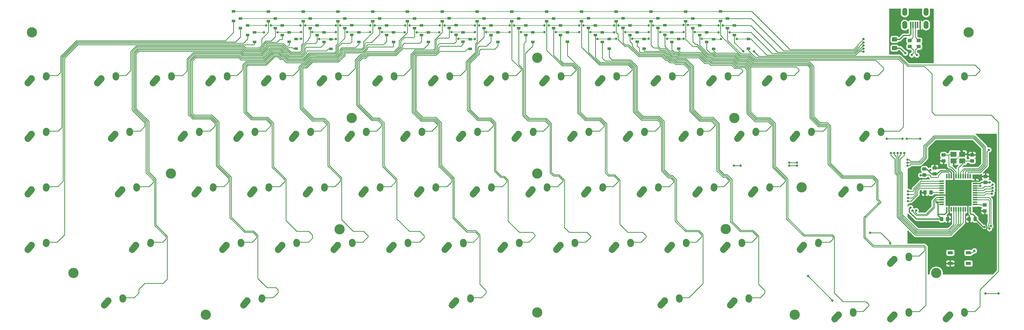
<source format=gbl>
G04 #@! TF.GenerationSoftware,KiCad,Pcbnew,(5.1.4)-1*
G04 #@! TF.CreationDate,2019-11-10T23:30:46-05:00*
G04 #@! TF.ProjectId,END67vOutFirst,454e4436-3776-44f7-9574-46697273742e,rev?*
G04 #@! TF.SameCoordinates,Original*
G04 #@! TF.FileFunction,Copper,L2,Bot*
G04 #@! TF.FilePolarity,Positive*
%FSLAX46Y46*%
G04 Gerber Fmt 4.6, Leading zero omitted, Abs format (unit mm)*
G04 Created by KiCad (PCBNEW (5.1.4)-1) date 2019-11-10 23:30:46*
%MOMM*%
%LPD*%
G04 APERTURE LIST*
%ADD10C,3.500000*%
%ADD11C,2.250000*%
%ADD12C,2.250000*%
%ADD13R,2.100000X1.800000*%
%ADD14O,1.700000X2.700000*%
%ADD15R,0.500000X2.250000*%
%ADD16R,0.550000X1.500000*%
%ADD17R,1.500000X0.550000*%
%ADD18R,1.800000X1.100000*%
%ADD19C,0.100000*%
%ADD20C,1.150000*%
%ADD21C,1.425000*%
%ADD22R,1.200000X0.900000*%
%ADD23C,0.800000*%
%ADD24C,0.381000*%
%ADD25C,0.203200*%
%ADD26C,0.254000*%
G04 APERTURE END LIST*
D10*
X148971000Y-159575500D03*
X281178000Y-159543750D03*
X216693750Y-188118750D03*
X216693750Y-100806250D03*
X284162500Y-121443750D03*
X307181250Y-145256250D03*
X91281250Y-140493750D03*
X153193750Y-121443750D03*
X216693750Y-140493750D03*
X353218750Y-174625000D03*
X364331250Y-92075000D03*
X103187500Y-188912500D03*
X57943750Y-174625000D03*
X304800000Y-188912500D03*
X43656250Y-92075000D03*
D11*
X162600000Y-107918750D03*
X161945001Y-108648750D03*
D12*
X161290000Y-109378750D02*
X162600002Y-107918750D01*
D11*
X167640000Y-106838750D03*
X167620000Y-107128750D03*
D12*
X167600000Y-107418750D02*
X167640000Y-106838750D01*
D13*
X362077000Y-133858000D03*
X359177000Y-133858000D03*
X359177000Y-136158000D03*
X362077000Y-136158000D03*
D14*
X342425000Y-85026500D03*
X349725000Y-85026500D03*
X349725000Y-89526500D03*
X342425000Y-89526500D03*
D15*
X344475000Y-89526500D03*
X345275000Y-89526500D03*
X346075000Y-89526500D03*
X346875000Y-89526500D03*
X347675000Y-89526500D03*
D16*
X356820000Y-152781000D03*
X357620000Y-152781000D03*
X358420000Y-152781000D03*
X359220000Y-152781000D03*
X360020000Y-152781000D03*
X360820000Y-152781000D03*
X361620000Y-152781000D03*
X362420000Y-152781000D03*
X363220000Y-152781000D03*
X364020000Y-152781000D03*
X364820000Y-152781000D03*
D17*
X366520000Y-151081000D03*
X366520000Y-150281000D03*
X366520000Y-149481000D03*
X366520000Y-148681000D03*
X366520000Y-147881000D03*
X366520000Y-147081000D03*
X366520000Y-146281000D03*
X366520000Y-145481000D03*
X366520000Y-144681000D03*
X366520000Y-143881000D03*
X366520000Y-143081000D03*
D16*
X364820000Y-141381000D03*
X364020000Y-141381000D03*
X363220000Y-141381000D03*
X362420000Y-141381000D03*
X361620000Y-141381000D03*
X360820000Y-141381000D03*
X360020000Y-141381000D03*
X359220000Y-141381000D03*
X358420000Y-141381000D03*
X357620000Y-141381000D03*
X356820000Y-141381000D03*
D17*
X355120000Y-143081000D03*
X355120000Y-143881000D03*
X355120000Y-144681000D03*
X355120000Y-145481000D03*
X355120000Y-146281000D03*
X355120000Y-147081000D03*
X355120000Y-147881000D03*
X355120000Y-148681000D03*
X355120000Y-149481000D03*
X355120000Y-150281000D03*
X355120000Y-151081000D03*
D18*
X364236000Y-171323000D03*
X358036000Y-167623000D03*
X364236000Y-167623000D03*
X358036000Y-171323000D03*
D19*
G36*
X370298505Y-150674204D02*
G01*
X370322773Y-150677804D01*
X370346572Y-150683765D01*
X370369671Y-150692030D01*
X370391850Y-150702520D01*
X370412893Y-150715132D01*
X370432599Y-150729747D01*
X370450777Y-150746223D01*
X370467253Y-150764401D01*
X370481868Y-150784107D01*
X370494480Y-150805150D01*
X370504970Y-150827329D01*
X370513235Y-150850428D01*
X370519196Y-150874227D01*
X370522796Y-150898495D01*
X370524000Y-150922999D01*
X370524000Y-151573001D01*
X370522796Y-151597505D01*
X370519196Y-151621773D01*
X370513235Y-151645572D01*
X370504970Y-151668671D01*
X370494480Y-151690850D01*
X370481868Y-151711893D01*
X370467253Y-151731599D01*
X370450777Y-151749777D01*
X370432599Y-151766253D01*
X370412893Y-151780868D01*
X370391850Y-151793480D01*
X370369671Y-151803970D01*
X370346572Y-151812235D01*
X370322773Y-151818196D01*
X370298505Y-151821796D01*
X370274001Y-151823000D01*
X369373999Y-151823000D01*
X369349495Y-151821796D01*
X369325227Y-151818196D01*
X369301428Y-151812235D01*
X369278329Y-151803970D01*
X369256150Y-151793480D01*
X369235107Y-151780868D01*
X369215401Y-151766253D01*
X369197223Y-151749777D01*
X369180747Y-151731599D01*
X369166132Y-151711893D01*
X369153520Y-151690850D01*
X369143030Y-151668671D01*
X369134765Y-151645572D01*
X369128804Y-151621773D01*
X369125204Y-151597505D01*
X369124000Y-151573001D01*
X369124000Y-150922999D01*
X369125204Y-150898495D01*
X369128804Y-150874227D01*
X369134765Y-150850428D01*
X369143030Y-150827329D01*
X369153520Y-150805150D01*
X369166132Y-150784107D01*
X369180747Y-150764401D01*
X369197223Y-150746223D01*
X369215401Y-150729747D01*
X369235107Y-150715132D01*
X369256150Y-150702520D01*
X369278329Y-150692030D01*
X369301428Y-150683765D01*
X369325227Y-150677804D01*
X369349495Y-150674204D01*
X369373999Y-150673000D01*
X370274001Y-150673000D01*
X370298505Y-150674204D01*
X370298505Y-150674204D01*
G37*
D20*
X369824000Y-151248000D03*
D19*
G36*
X370298505Y-152724204D02*
G01*
X370322773Y-152727804D01*
X370346572Y-152733765D01*
X370369671Y-152742030D01*
X370391850Y-152752520D01*
X370412893Y-152765132D01*
X370432599Y-152779747D01*
X370450777Y-152796223D01*
X370467253Y-152814401D01*
X370481868Y-152834107D01*
X370494480Y-152855150D01*
X370504970Y-152877329D01*
X370513235Y-152900428D01*
X370519196Y-152924227D01*
X370522796Y-152948495D01*
X370524000Y-152972999D01*
X370524000Y-153623001D01*
X370522796Y-153647505D01*
X370519196Y-153671773D01*
X370513235Y-153695572D01*
X370504970Y-153718671D01*
X370494480Y-153740850D01*
X370481868Y-153761893D01*
X370467253Y-153781599D01*
X370450777Y-153799777D01*
X370432599Y-153816253D01*
X370412893Y-153830868D01*
X370391850Y-153843480D01*
X370369671Y-153853970D01*
X370346572Y-153862235D01*
X370322773Y-153868196D01*
X370298505Y-153871796D01*
X370274001Y-153873000D01*
X369373999Y-153873000D01*
X369349495Y-153871796D01*
X369325227Y-153868196D01*
X369301428Y-153862235D01*
X369278329Y-153853970D01*
X369256150Y-153843480D01*
X369235107Y-153830868D01*
X369215401Y-153816253D01*
X369197223Y-153799777D01*
X369180747Y-153781599D01*
X369166132Y-153761893D01*
X369153520Y-153740850D01*
X369143030Y-153718671D01*
X369134765Y-153695572D01*
X369128804Y-153671773D01*
X369125204Y-153647505D01*
X369124000Y-153623001D01*
X369124000Y-152972999D01*
X369125204Y-152948495D01*
X369128804Y-152924227D01*
X369134765Y-152900428D01*
X369143030Y-152877329D01*
X369153520Y-152855150D01*
X369166132Y-152834107D01*
X369180747Y-152814401D01*
X369197223Y-152796223D01*
X369215401Y-152779747D01*
X369235107Y-152765132D01*
X369256150Y-152752520D01*
X369278329Y-152742030D01*
X369301428Y-152733765D01*
X369325227Y-152727804D01*
X369349495Y-152724204D01*
X369373999Y-152723000D01*
X370274001Y-152723000D01*
X370298505Y-152724204D01*
X370298505Y-152724204D01*
G37*
D20*
X369824000Y-153298000D03*
D19*
G36*
X344644505Y-94286204D02*
G01*
X344668773Y-94289804D01*
X344692572Y-94295765D01*
X344715671Y-94304030D01*
X344737850Y-94314520D01*
X344758893Y-94327132D01*
X344778599Y-94341747D01*
X344796777Y-94358223D01*
X344813253Y-94376401D01*
X344827868Y-94396107D01*
X344840480Y-94417150D01*
X344850970Y-94439329D01*
X344859235Y-94462428D01*
X344865196Y-94486227D01*
X344868796Y-94510495D01*
X344870000Y-94534999D01*
X344870000Y-95185001D01*
X344868796Y-95209505D01*
X344865196Y-95233773D01*
X344859235Y-95257572D01*
X344850970Y-95280671D01*
X344840480Y-95302850D01*
X344827868Y-95323893D01*
X344813253Y-95343599D01*
X344796777Y-95361777D01*
X344778599Y-95378253D01*
X344758893Y-95392868D01*
X344737850Y-95405480D01*
X344715671Y-95415970D01*
X344692572Y-95424235D01*
X344668773Y-95430196D01*
X344644505Y-95433796D01*
X344620001Y-95435000D01*
X343719999Y-95435000D01*
X343695495Y-95433796D01*
X343671227Y-95430196D01*
X343647428Y-95424235D01*
X343624329Y-95415970D01*
X343602150Y-95405480D01*
X343581107Y-95392868D01*
X343561401Y-95378253D01*
X343543223Y-95361777D01*
X343526747Y-95343599D01*
X343512132Y-95323893D01*
X343499520Y-95302850D01*
X343489030Y-95280671D01*
X343480765Y-95257572D01*
X343474804Y-95233773D01*
X343471204Y-95209505D01*
X343470000Y-95185001D01*
X343470000Y-94534999D01*
X343471204Y-94510495D01*
X343474804Y-94486227D01*
X343480765Y-94462428D01*
X343489030Y-94439329D01*
X343499520Y-94417150D01*
X343512132Y-94396107D01*
X343526747Y-94376401D01*
X343543223Y-94358223D01*
X343561401Y-94341747D01*
X343581107Y-94327132D01*
X343602150Y-94314520D01*
X343624329Y-94304030D01*
X343647428Y-94295765D01*
X343671227Y-94289804D01*
X343695495Y-94286204D01*
X343719999Y-94285000D01*
X344620001Y-94285000D01*
X344644505Y-94286204D01*
X344644505Y-94286204D01*
G37*
D20*
X344170000Y-94860000D03*
D19*
G36*
X344644505Y-96336204D02*
G01*
X344668773Y-96339804D01*
X344692572Y-96345765D01*
X344715671Y-96354030D01*
X344737850Y-96364520D01*
X344758893Y-96377132D01*
X344778599Y-96391747D01*
X344796777Y-96408223D01*
X344813253Y-96426401D01*
X344827868Y-96446107D01*
X344840480Y-96467150D01*
X344850970Y-96489329D01*
X344859235Y-96512428D01*
X344865196Y-96536227D01*
X344868796Y-96560495D01*
X344870000Y-96584999D01*
X344870000Y-97235001D01*
X344868796Y-97259505D01*
X344865196Y-97283773D01*
X344859235Y-97307572D01*
X344850970Y-97330671D01*
X344840480Y-97352850D01*
X344827868Y-97373893D01*
X344813253Y-97393599D01*
X344796777Y-97411777D01*
X344778599Y-97428253D01*
X344758893Y-97442868D01*
X344737850Y-97455480D01*
X344715671Y-97465970D01*
X344692572Y-97474235D01*
X344668773Y-97480196D01*
X344644505Y-97483796D01*
X344620001Y-97485000D01*
X343719999Y-97485000D01*
X343695495Y-97483796D01*
X343671227Y-97480196D01*
X343647428Y-97474235D01*
X343624329Y-97465970D01*
X343602150Y-97455480D01*
X343581107Y-97442868D01*
X343561401Y-97428253D01*
X343543223Y-97411777D01*
X343526747Y-97393599D01*
X343512132Y-97373893D01*
X343499520Y-97352850D01*
X343489030Y-97330671D01*
X343480765Y-97307572D01*
X343474804Y-97283773D01*
X343471204Y-97259505D01*
X343470000Y-97235001D01*
X343470000Y-96584999D01*
X343471204Y-96560495D01*
X343474804Y-96536227D01*
X343480765Y-96512428D01*
X343489030Y-96489329D01*
X343499520Y-96467150D01*
X343512132Y-96446107D01*
X343526747Y-96426401D01*
X343543223Y-96408223D01*
X343561401Y-96391747D01*
X343581107Y-96377132D01*
X343602150Y-96364520D01*
X343624329Y-96354030D01*
X343647428Y-96345765D01*
X343671227Y-96339804D01*
X343695495Y-96336204D01*
X343719999Y-96335000D01*
X344620001Y-96335000D01*
X344644505Y-96336204D01*
X344644505Y-96336204D01*
G37*
D20*
X344170000Y-96910000D03*
D19*
G36*
X347692505Y-94295204D02*
G01*
X347716773Y-94298804D01*
X347740572Y-94304765D01*
X347763671Y-94313030D01*
X347785850Y-94323520D01*
X347806893Y-94336132D01*
X347826599Y-94350747D01*
X347844777Y-94367223D01*
X347861253Y-94385401D01*
X347875868Y-94405107D01*
X347888480Y-94426150D01*
X347898970Y-94448329D01*
X347907235Y-94471428D01*
X347913196Y-94495227D01*
X347916796Y-94519495D01*
X347918000Y-94543999D01*
X347918000Y-95194001D01*
X347916796Y-95218505D01*
X347913196Y-95242773D01*
X347907235Y-95266572D01*
X347898970Y-95289671D01*
X347888480Y-95311850D01*
X347875868Y-95332893D01*
X347861253Y-95352599D01*
X347844777Y-95370777D01*
X347826599Y-95387253D01*
X347806893Y-95401868D01*
X347785850Y-95414480D01*
X347763671Y-95424970D01*
X347740572Y-95433235D01*
X347716773Y-95439196D01*
X347692505Y-95442796D01*
X347668001Y-95444000D01*
X346767999Y-95444000D01*
X346743495Y-95442796D01*
X346719227Y-95439196D01*
X346695428Y-95433235D01*
X346672329Y-95424970D01*
X346650150Y-95414480D01*
X346629107Y-95401868D01*
X346609401Y-95387253D01*
X346591223Y-95370777D01*
X346574747Y-95352599D01*
X346560132Y-95332893D01*
X346547520Y-95311850D01*
X346537030Y-95289671D01*
X346528765Y-95266572D01*
X346522804Y-95242773D01*
X346519204Y-95218505D01*
X346518000Y-95194001D01*
X346518000Y-94543999D01*
X346519204Y-94519495D01*
X346522804Y-94495227D01*
X346528765Y-94471428D01*
X346537030Y-94448329D01*
X346547520Y-94426150D01*
X346560132Y-94405107D01*
X346574747Y-94385401D01*
X346591223Y-94367223D01*
X346609401Y-94350747D01*
X346629107Y-94336132D01*
X346650150Y-94323520D01*
X346672329Y-94313030D01*
X346695428Y-94304765D01*
X346719227Y-94298804D01*
X346743495Y-94295204D01*
X346767999Y-94294000D01*
X347668001Y-94294000D01*
X347692505Y-94295204D01*
X347692505Y-94295204D01*
G37*
D20*
X347218000Y-94869000D03*
D19*
G36*
X347692505Y-96345204D02*
G01*
X347716773Y-96348804D01*
X347740572Y-96354765D01*
X347763671Y-96363030D01*
X347785850Y-96373520D01*
X347806893Y-96386132D01*
X347826599Y-96400747D01*
X347844777Y-96417223D01*
X347861253Y-96435401D01*
X347875868Y-96455107D01*
X347888480Y-96476150D01*
X347898970Y-96498329D01*
X347907235Y-96521428D01*
X347913196Y-96545227D01*
X347916796Y-96569495D01*
X347918000Y-96593999D01*
X347918000Y-97244001D01*
X347916796Y-97268505D01*
X347913196Y-97292773D01*
X347907235Y-97316572D01*
X347898970Y-97339671D01*
X347888480Y-97361850D01*
X347875868Y-97382893D01*
X347861253Y-97402599D01*
X347844777Y-97420777D01*
X347826599Y-97437253D01*
X347806893Y-97451868D01*
X347785850Y-97464480D01*
X347763671Y-97474970D01*
X347740572Y-97483235D01*
X347716773Y-97489196D01*
X347692505Y-97492796D01*
X347668001Y-97494000D01*
X346767999Y-97494000D01*
X346743495Y-97492796D01*
X346719227Y-97489196D01*
X346695428Y-97483235D01*
X346672329Y-97474970D01*
X346650150Y-97464480D01*
X346629107Y-97451868D01*
X346609401Y-97437253D01*
X346591223Y-97420777D01*
X346574747Y-97402599D01*
X346560132Y-97382893D01*
X346547520Y-97361850D01*
X346537030Y-97339671D01*
X346528765Y-97316572D01*
X346522804Y-97292773D01*
X346519204Y-97268505D01*
X346518000Y-97244001D01*
X346518000Y-96593999D01*
X346519204Y-96569495D01*
X346522804Y-96545227D01*
X346528765Y-96521428D01*
X346537030Y-96498329D01*
X346547520Y-96476150D01*
X346560132Y-96455107D01*
X346574747Y-96435401D01*
X346591223Y-96417223D01*
X346609401Y-96400747D01*
X346629107Y-96386132D01*
X346650150Y-96373520D01*
X346672329Y-96363030D01*
X346695428Y-96354765D01*
X346719227Y-96348804D01*
X346743495Y-96345204D01*
X346767999Y-96344000D01*
X347668001Y-96344000D01*
X347692505Y-96345204D01*
X347692505Y-96345204D01*
G37*
D20*
X347218000Y-96919000D03*
D19*
G36*
X349597505Y-140405204D02*
G01*
X349621773Y-140408804D01*
X349645572Y-140414765D01*
X349668671Y-140423030D01*
X349690850Y-140433520D01*
X349711893Y-140446132D01*
X349731599Y-140460747D01*
X349749777Y-140477223D01*
X349766253Y-140495401D01*
X349780868Y-140515107D01*
X349793480Y-140536150D01*
X349803970Y-140558329D01*
X349812235Y-140581428D01*
X349818196Y-140605227D01*
X349821796Y-140629495D01*
X349823000Y-140653999D01*
X349823000Y-141304001D01*
X349821796Y-141328505D01*
X349818196Y-141352773D01*
X349812235Y-141376572D01*
X349803970Y-141399671D01*
X349793480Y-141421850D01*
X349780868Y-141442893D01*
X349766253Y-141462599D01*
X349749777Y-141480777D01*
X349731599Y-141497253D01*
X349711893Y-141511868D01*
X349690850Y-141524480D01*
X349668671Y-141534970D01*
X349645572Y-141543235D01*
X349621773Y-141549196D01*
X349597505Y-141552796D01*
X349573001Y-141554000D01*
X348672999Y-141554000D01*
X348648495Y-141552796D01*
X348624227Y-141549196D01*
X348600428Y-141543235D01*
X348577329Y-141534970D01*
X348555150Y-141524480D01*
X348534107Y-141511868D01*
X348514401Y-141497253D01*
X348496223Y-141480777D01*
X348479747Y-141462599D01*
X348465132Y-141442893D01*
X348452520Y-141421850D01*
X348442030Y-141399671D01*
X348433765Y-141376572D01*
X348427804Y-141352773D01*
X348424204Y-141328505D01*
X348423000Y-141304001D01*
X348423000Y-140653999D01*
X348424204Y-140629495D01*
X348427804Y-140605227D01*
X348433765Y-140581428D01*
X348442030Y-140558329D01*
X348452520Y-140536150D01*
X348465132Y-140515107D01*
X348479747Y-140495401D01*
X348496223Y-140477223D01*
X348514401Y-140460747D01*
X348534107Y-140446132D01*
X348555150Y-140433520D01*
X348577329Y-140423030D01*
X348600428Y-140414765D01*
X348624227Y-140408804D01*
X348648495Y-140405204D01*
X348672999Y-140404000D01*
X349573001Y-140404000D01*
X349597505Y-140405204D01*
X349597505Y-140405204D01*
G37*
D20*
X349123000Y-140979000D03*
D19*
G36*
X349597505Y-138355204D02*
G01*
X349621773Y-138358804D01*
X349645572Y-138364765D01*
X349668671Y-138373030D01*
X349690850Y-138383520D01*
X349711893Y-138396132D01*
X349731599Y-138410747D01*
X349749777Y-138427223D01*
X349766253Y-138445401D01*
X349780868Y-138465107D01*
X349793480Y-138486150D01*
X349803970Y-138508329D01*
X349812235Y-138531428D01*
X349818196Y-138555227D01*
X349821796Y-138579495D01*
X349823000Y-138603999D01*
X349823000Y-139254001D01*
X349821796Y-139278505D01*
X349818196Y-139302773D01*
X349812235Y-139326572D01*
X349803970Y-139349671D01*
X349793480Y-139371850D01*
X349780868Y-139392893D01*
X349766253Y-139412599D01*
X349749777Y-139430777D01*
X349731599Y-139447253D01*
X349711893Y-139461868D01*
X349690850Y-139474480D01*
X349668671Y-139484970D01*
X349645572Y-139493235D01*
X349621773Y-139499196D01*
X349597505Y-139502796D01*
X349573001Y-139504000D01*
X348672999Y-139504000D01*
X348648495Y-139502796D01*
X348624227Y-139499196D01*
X348600428Y-139493235D01*
X348577329Y-139484970D01*
X348555150Y-139474480D01*
X348534107Y-139461868D01*
X348514401Y-139447253D01*
X348496223Y-139430777D01*
X348479747Y-139412599D01*
X348465132Y-139392893D01*
X348452520Y-139371850D01*
X348442030Y-139349671D01*
X348433765Y-139326572D01*
X348427804Y-139302773D01*
X348424204Y-139278505D01*
X348423000Y-139254001D01*
X348423000Y-138603999D01*
X348424204Y-138579495D01*
X348427804Y-138555227D01*
X348433765Y-138531428D01*
X348442030Y-138508329D01*
X348452520Y-138486150D01*
X348465132Y-138465107D01*
X348479747Y-138445401D01*
X348496223Y-138427223D01*
X348514401Y-138410747D01*
X348534107Y-138396132D01*
X348555150Y-138383520D01*
X348577329Y-138373030D01*
X348600428Y-138364765D01*
X348624227Y-138358804D01*
X348648495Y-138355204D01*
X348672999Y-138354000D01*
X349573001Y-138354000D01*
X349597505Y-138355204D01*
X349597505Y-138355204D01*
G37*
D20*
X349123000Y-138929000D03*
D11*
X357862500Y-188881250D03*
X357207501Y-189611250D03*
D12*
X356552500Y-190341250D02*
X357862502Y-188881250D01*
D11*
X362902500Y-187801250D03*
X362882500Y-188091250D03*
D12*
X362862500Y-188381250D02*
X362902500Y-187801250D01*
D11*
X338812500Y-188881250D03*
X338157501Y-189611250D03*
D12*
X337502500Y-190341250D02*
X338812502Y-188881250D01*
D11*
X343852500Y-187801250D03*
X343832500Y-188091250D03*
D12*
X343812500Y-188381250D02*
X343852500Y-187801250D01*
D11*
X319762500Y-188881250D03*
X319107501Y-189611250D03*
D12*
X318452500Y-190341250D02*
X319762502Y-188881250D01*
D11*
X324802500Y-187801250D03*
X324782500Y-188091250D03*
D12*
X324762500Y-188381250D02*
X324802500Y-187801250D01*
D11*
X284043750Y-184118750D03*
X283388751Y-184848750D03*
D12*
X282733750Y-185578750D02*
X284043752Y-184118750D01*
D11*
X289083750Y-183038750D03*
X289063750Y-183328750D03*
D12*
X289043750Y-183618750D02*
X289083750Y-183038750D01*
D11*
X260231250Y-184118750D03*
X259576251Y-184848750D03*
D12*
X258921250Y-185578750D02*
X260231252Y-184118750D01*
D11*
X265271250Y-183038750D03*
X265251250Y-183328750D03*
D12*
X265231250Y-183618750D02*
X265271250Y-183038750D01*
D11*
X338812500Y-169831250D03*
X338157501Y-170561250D03*
D12*
X337502500Y-171291250D02*
X338812502Y-169831250D01*
D11*
X343852500Y-168751250D03*
X343832500Y-169041250D03*
D12*
X343812500Y-169331250D02*
X343852500Y-168751250D01*
D11*
X307856250Y-165068750D03*
X307201251Y-165798750D03*
D12*
X306546250Y-166528750D02*
X307856252Y-165068750D01*
D11*
X312896250Y-163988750D03*
X312876250Y-164278750D03*
D12*
X312856250Y-164568750D02*
X312896250Y-163988750D01*
D11*
X281662500Y-165068750D03*
X281007501Y-165798750D03*
D12*
X280352500Y-166528750D02*
X281662502Y-165068750D01*
D11*
X286702500Y-163988750D03*
X286682500Y-164278750D03*
D12*
X286662500Y-164568750D02*
X286702500Y-163988750D01*
D11*
X262612500Y-165068750D03*
X261957501Y-165798750D03*
D12*
X261302500Y-166528750D02*
X262612502Y-165068750D01*
D11*
X267652500Y-163988750D03*
X267632500Y-164278750D03*
D12*
X267612500Y-164568750D02*
X267652500Y-163988750D01*
D11*
X357862500Y-107918750D03*
X357207501Y-108648750D03*
D12*
X356552500Y-109378750D02*
X357862502Y-107918750D01*
D11*
X362902500Y-106838750D03*
X362882500Y-107128750D03*
D12*
X362862500Y-107418750D02*
X362902500Y-106838750D01*
D11*
X322143750Y-146018750D03*
X321488751Y-146748750D03*
D12*
X320833750Y-147478750D02*
X322143752Y-146018750D01*
D11*
X327183750Y-144938750D03*
X327163750Y-145228750D03*
D12*
X327143750Y-145518750D02*
X327183750Y-144938750D01*
D11*
X291187500Y-146018750D03*
X290532501Y-146748750D03*
D12*
X289877500Y-147478750D02*
X291187502Y-146018750D01*
D11*
X296227500Y-144938750D03*
X296207500Y-145228750D03*
D12*
X296187500Y-145518750D02*
X296227500Y-144938750D01*
D11*
X272137500Y-146018750D03*
X271482501Y-146748750D03*
D12*
X270827500Y-147478750D02*
X272137502Y-146018750D01*
D11*
X277177500Y-144938750D03*
X277157500Y-145228750D03*
D12*
X277137500Y-145518750D02*
X277177500Y-144938750D01*
D11*
X253087500Y-146018750D03*
X252432501Y-146748750D03*
D12*
X251777500Y-147478750D02*
X253087502Y-146018750D01*
D11*
X258127500Y-144938750D03*
X258107500Y-145228750D03*
D12*
X258087500Y-145518750D02*
X258127500Y-144938750D01*
D11*
X329287500Y-126968750D03*
X328632501Y-127698750D03*
D12*
X327977500Y-128428750D02*
X329287502Y-126968750D01*
D11*
X334327500Y-125888750D03*
X334307500Y-126178750D03*
D12*
X334287500Y-126468750D02*
X334327500Y-125888750D01*
D11*
X305475000Y-126968750D03*
X304820001Y-127698750D03*
D12*
X304165000Y-128428750D02*
X305475002Y-126968750D01*
D11*
X310515000Y-125888750D03*
X310495000Y-126178750D03*
D12*
X310475000Y-126468750D02*
X310515000Y-125888750D01*
D11*
X286425000Y-126968750D03*
X285770001Y-127698750D03*
D12*
X285115000Y-128428750D02*
X286425002Y-126968750D01*
D11*
X291465000Y-125888750D03*
X291445000Y-126178750D03*
D12*
X291425000Y-126468750D02*
X291465000Y-125888750D01*
D11*
X267375000Y-126968750D03*
X266720001Y-127698750D03*
D12*
X266065000Y-128428750D02*
X267375002Y-126968750D01*
D11*
X272415000Y-125888750D03*
X272395000Y-126178750D03*
D12*
X272375000Y-126468750D02*
X272415000Y-125888750D01*
D11*
X248325000Y-126968750D03*
X247670001Y-127698750D03*
D12*
X247015000Y-128428750D02*
X248325002Y-126968750D01*
D11*
X253365000Y-125888750D03*
X253345000Y-126178750D03*
D12*
X253325000Y-126468750D02*
X253365000Y-125888750D01*
D11*
X324525000Y-107918750D03*
X323870001Y-108648750D03*
D12*
X323215000Y-109378750D02*
X324525002Y-107918750D01*
D11*
X329565000Y-106838750D03*
X329545000Y-107128750D03*
D12*
X329525000Y-107418750D02*
X329565000Y-106838750D01*
D11*
X295950000Y-107918750D03*
X295295001Y-108648750D03*
D12*
X294640000Y-109378750D02*
X295950002Y-107918750D01*
D11*
X300990000Y-106838750D03*
X300970000Y-107128750D03*
D12*
X300950000Y-107418750D02*
X300990000Y-106838750D01*
D11*
X276900000Y-107918750D03*
X276245001Y-108648750D03*
D12*
X275590000Y-109378750D02*
X276900002Y-107918750D01*
D11*
X281940000Y-106838750D03*
X281920000Y-107128750D03*
D12*
X281900000Y-107418750D02*
X281940000Y-106838750D01*
D11*
X257850000Y-107918750D03*
X257195001Y-108648750D03*
D12*
X256540000Y-109378750D02*
X257850002Y-107918750D01*
D11*
X262890000Y-106838750D03*
X262870000Y-107128750D03*
D12*
X262850000Y-107418750D02*
X262890000Y-106838750D01*
D11*
X238800000Y-107918750D03*
X238145001Y-108648750D03*
D12*
X237490000Y-109378750D02*
X238800002Y-107918750D01*
D11*
X243840000Y-106838750D03*
X243820000Y-107128750D03*
D12*
X243800000Y-107418750D02*
X243840000Y-106838750D01*
D11*
X188793750Y-184118750D03*
X188138751Y-184848750D03*
D12*
X187483750Y-185578750D02*
X188793752Y-184118750D01*
D11*
X193833750Y-183038750D03*
X193813750Y-183328750D03*
D12*
X193793750Y-183618750D02*
X193833750Y-183038750D01*
D11*
X117356250Y-184118750D03*
X116701251Y-184848750D03*
D12*
X116046250Y-185578750D02*
X117356252Y-184118750D01*
D11*
X122396250Y-183038750D03*
X122376250Y-183328750D03*
D12*
X122356250Y-183618750D02*
X122396250Y-183038750D01*
D11*
X69731250Y-184118750D03*
X69076251Y-184848750D03*
D12*
X68421250Y-185578750D02*
X69731252Y-184118750D01*
D11*
X74771250Y-183038750D03*
X74751250Y-183328750D03*
D12*
X74731250Y-183618750D02*
X74771250Y-183038750D01*
D11*
X243562500Y-165068750D03*
X242907501Y-165798750D03*
D12*
X242252500Y-166528750D02*
X243562502Y-165068750D01*
D11*
X248602500Y-163988750D03*
X248582500Y-164278750D03*
D12*
X248562500Y-164568750D02*
X248602500Y-163988750D01*
D11*
X224512500Y-165068750D03*
X223857501Y-165798750D03*
D12*
X223202500Y-166528750D02*
X224512502Y-165068750D01*
D11*
X229552500Y-163988750D03*
X229532500Y-164278750D03*
D12*
X229512500Y-164568750D02*
X229552500Y-163988750D01*
D11*
X205462500Y-165068750D03*
X204807501Y-165798750D03*
D12*
X204152500Y-166528750D02*
X205462502Y-165068750D01*
D11*
X210502500Y-163988750D03*
X210482500Y-164278750D03*
D12*
X210462500Y-164568750D02*
X210502500Y-163988750D01*
D11*
X186298750Y-165082500D03*
X185643751Y-165812500D03*
D12*
X184988750Y-166542500D02*
X186298752Y-165082500D01*
D11*
X191338750Y-164002500D03*
X191318750Y-164292500D03*
D12*
X191298750Y-164582500D02*
X191338750Y-164002500D01*
D11*
X167362500Y-165068750D03*
X166707501Y-165798750D03*
D12*
X166052500Y-166528750D02*
X167362502Y-165068750D01*
D11*
X172402500Y-163988750D03*
X172382500Y-164278750D03*
D12*
X172362500Y-164568750D02*
X172402500Y-163988750D01*
D11*
X148312500Y-165068750D03*
X147657501Y-165798750D03*
D12*
X147002500Y-166528750D02*
X148312502Y-165068750D01*
D11*
X153352500Y-163988750D03*
X153332500Y-164278750D03*
D12*
X153312500Y-164568750D02*
X153352500Y-163988750D01*
D11*
X129262500Y-165068750D03*
X128607501Y-165798750D03*
D12*
X127952500Y-166528750D02*
X129262502Y-165068750D01*
D11*
X134302500Y-163988750D03*
X134282500Y-164278750D03*
D12*
X134262500Y-164568750D02*
X134302500Y-163988750D01*
D11*
X110212500Y-165068750D03*
X109557501Y-165798750D03*
D12*
X108902500Y-166528750D02*
X110212502Y-165068750D01*
D11*
X115252500Y-163988750D03*
X115232500Y-164278750D03*
D12*
X115212500Y-164568750D02*
X115252500Y-163988750D01*
D11*
X79256250Y-165068750D03*
X78601251Y-165798750D03*
D12*
X77946250Y-166528750D02*
X79256252Y-165068750D01*
D11*
X84296250Y-163988750D03*
X84276250Y-164278750D03*
D12*
X84256250Y-164568750D02*
X84296250Y-163988750D01*
D11*
X43537500Y-165068750D03*
X42882501Y-165798750D03*
D12*
X42227500Y-166528750D02*
X43537502Y-165068750D01*
D11*
X48577500Y-163988750D03*
X48557500Y-164278750D03*
D12*
X48537500Y-164568750D02*
X48577500Y-163988750D01*
D11*
X234037500Y-146018750D03*
X233382501Y-146748750D03*
D12*
X232727500Y-147478750D02*
X234037502Y-146018750D01*
D11*
X239077500Y-144938750D03*
X239057500Y-145228750D03*
D12*
X239037500Y-145518750D02*
X239077500Y-144938750D01*
D11*
X214987500Y-146018750D03*
X214332501Y-146748750D03*
D12*
X213677500Y-147478750D02*
X214987502Y-146018750D01*
D11*
X220027500Y-144938750D03*
X220007500Y-145228750D03*
D12*
X219987500Y-145518750D02*
X220027500Y-144938750D01*
D11*
X195937500Y-146018750D03*
X195282501Y-146748750D03*
D12*
X194627500Y-147478750D02*
X195937502Y-146018750D01*
D11*
X200977500Y-144938750D03*
X200957500Y-145228750D03*
D12*
X200937500Y-145518750D02*
X200977500Y-144938750D01*
D11*
X176887500Y-146018750D03*
X176232501Y-146748750D03*
D12*
X175577500Y-147478750D02*
X176887502Y-146018750D01*
D11*
X181927500Y-144938750D03*
X181907500Y-145228750D03*
D12*
X181887500Y-145518750D02*
X181927500Y-144938750D01*
D11*
X157837500Y-146018750D03*
X157182501Y-146748750D03*
D12*
X156527500Y-147478750D02*
X157837502Y-146018750D01*
D11*
X162877500Y-144938750D03*
X162857500Y-145228750D03*
D12*
X162837500Y-145518750D02*
X162877500Y-144938750D01*
D11*
X138787500Y-146018750D03*
X138132501Y-146748750D03*
D12*
X137477500Y-147478750D02*
X138787502Y-146018750D01*
D11*
X143827500Y-144938750D03*
X143807500Y-145228750D03*
D12*
X143787500Y-145518750D02*
X143827500Y-144938750D01*
D11*
X119737500Y-146018750D03*
X119082501Y-146748750D03*
D12*
X118427500Y-147478750D02*
X119737502Y-146018750D01*
D11*
X124777500Y-144938750D03*
X124757500Y-145228750D03*
D12*
X124737500Y-145518750D02*
X124777500Y-144938750D01*
D11*
X100687500Y-146018750D03*
X100032501Y-146748750D03*
D12*
X99377500Y-147478750D02*
X100687502Y-146018750D01*
D11*
X105727500Y-144938750D03*
X105707500Y-145228750D03*
D12*
X105687500Y-145518750D02*
X105727500Y-144938750D01*
D11*
X74493750Y-146018750D03*
X73838751Y-146748750D03*
D12*
X73183750Y-147478750D02*
X74493752Y-146018750D01*
D11*
X79533750Y-144938750D03*
X79513750Y-145228750D03*
D12*
X79493750Y-145518750D02*
X79533750Y-144938750D01*
D11*
X43537500Y-146018750D03*
X42882501Y-146748750D03*
D12*
X42227500Y-147478750D02*
X43537502Y-146018750D01*
D11*
X48577500Y-144938750D03*
X48557500Y-145228750D03*
D12*
X48537500Y-145518750D02*
X48577500Y-144938750D01*
D11*
X229275000Y-126968750D03*
X228620001Y-127698750D03*
D12*
X227965000Y-128428750D02*
X229275002Y-126968750D01*
D11*
X234315000Y-125888750D03*
X234295000Y-126178750D03*
D12*
X234275000Y-126468750D02*
X234315000Y-125888750D01*
D11*
X210225000Y-126968750D03*
X209570001Y-127698750D03*
D12*
X208915000Y-128428750D02*
X210225002Y-126968750D01*
D11*
X215265000Y-125888750D03*
X215245000Y-126178750D03*
D12*
X215225000Y-126468750D02*
X215265000Y-125888750D01*
D11*
X191175000Y-126968750D03*
X190520001Y-127698750D03*
D12*
X189865000Y-128428750D02*
X191175002Y-126968750D01*
D11*
X196215000Y-125888750D03*
X196195000Y-126178750D03*
D12*
X196175000Y-126468750D02*
X196215000Y-125888750D01*
D11*
X172125000Y-126968750D03*
X171470001Y-127698750D03*
D12*
X170815000Y-128428750D02*
X172125002Y-126968750D01*
D11*
X177165000Y-125888750D03*
X177145000Y-126178750D03*
D12*
X177125000Y-126468750D02*
X177165000Y-125888750D01*
D11*
X153075000Y-126968750D03*
X152420001Y-127698750D03*
D12*
X151765000Y-128428750D02*
X153075002Y-126968750D01*
D11*
X158115000Y-125888750D03*
X158095000Y-126178750D03*
D12*
X158075000Y-126468750D02*
X158115000Y-125888750D01*
D11*
X134025000Y-126968750D03*
X133370001Y-127698750D03*
D12*
X132715000Y-128428750D02*
X134025002Y-126968750D01*
D11*
X139065000Y-125888750D03*
X139045000Y-126178750D03*
D12*
X139025000Y-126468750D02*
X139065000Y-125888750D01*
D11*
X114975000Y-126968750D03*
X114320001Y-127698750D03*
D12*
X113665000Y-128428750D02*
X114975002Y-126968750D01*
D11*
X120015000Y-125888750D03*
X119995000Y-126178750D03*
D12*
X119975000Y-126468750D02*
X120015000Y-125888750D01*
D11*
X95925000Y-126968750D03*
X95270001Y-127698750D03*
D12*
X94615000Y-128428750D02*
X95925002Y-126968750D01*
D11*
X100965000Y-125888750D03*
X100945000Y-126178750D03*
D12*
X100925000Y-126468750D02*
X100965000Y-125888750D01*
D11*
X72112500Y-126968750D03*
X71457501Y-127698750D03*
D12*
X70802500Y-128428750D02*
X72112502Y-126968750D01*
D11*
X77152500Y-125888750D03*
X77132500Y-126178750D03*
D12*
X77112500Y-126468750D02*
X77152500Y-125888750D01*
D11*
X43537500Y-126968750D03*
X42882501Y-127698750D03*
D12*
X42227500Y-128428750D02*
X43537502Y-126968750D01*
D11*
X48577500Y-125888750D03*
X48557500Y-126178750D03*
D12*
X48537500Y-126468750D02*
X48577500Y-125888750D01*
D11*
X219750000Y-107918750D03*
X219095001Y-108648750D03*
D12*
X218440000Y-109378750D02*
X219750002Y-107918750D01*
D11*
X224790000Y-106838750D03*
X224770000Y-107128750D03*
D12*
X224750000Y-107418750D02*
X224790000Y-106838750D01*
D11*
X200700000Y-107918750D03*
X200045001Y-108648750D03*
D12*
X199390000Y-109378750D02*
X200700002Y-107918750D01*
D11*
X205740000Y-106838750D03*
X205720000Y-107128750D03*
D12*
X205700000Y-107418750D02*
X205740000Y-106838750D01*
D11*
X181650000Y-107918750D03*
X180995001Y-108648750D03*
D12*
X180340000Y-109378750D02*
X181650002Y-107918750D01*
D11*
X186690000Y-106838750D03*
X186670000Y-107128750D03*
D12*
X186650000Y-107418750D02*
X186690000Y-106838750D01*
D11*
X143550000Y-107918750D03*
X142895001Y-108648750D03*
D12*
X142240000Y-109378750D02*
X143550002Y-107918750D01*
D11*
X148590000Y-106838750D03*
X148570000Y-107128750D03*
D12*
X148550000Y-107418750D02*
X148590000Y-106838750D01*
D11*
X124500000Y-107918750D03*
X123845001Y-108648750D03*
D12*
X123190000Y-109378750D02*
X124500002Y-107918750D01*
D11*
X129540000Y-106838750D03*
X129520000Y-107128750D03*
D12*
X129500000Y-107418750D02*
X129540000Y-106838750D01*
D11*
X105450000Y-107918750D03*
X104795001Y-108648750D03*
D12*
X104140000Y-109378750D02*
X105450002Y-107918750D01*
D11*
X110490000Y-106838750D03*
X110470000Y-107128750D03*
D12*
X110450000Y-107418750D02*
X110490000Y-106838750D01*
D11*
X86400000Y-107918750D03*
X85745001Y-108648750D03*
D12*
X85090000Y-109378750D02*
X86400002Y-107918750D01*
D11*
X91440000Y-106838750D03*
X91420000Y-107128750D03*
D12*
X91400000Y-107418750D02*
X91440000Y-106838750D01*
D11*
X67350000Y-107918750D03*
X66695001Y-108648750D03*
D12*
X66040000Y-109378750D02*
X67350002Y-107918750D01*
D11*
X72390000Y-106838750D03*
X72370000Y-107128750D03*
D12*
X72350000Y-107418750D02*
X72390000Y-106838750D01*
D11*
X43537500Y-107918750D03*
X42882501Y-108648750D03*
D12*
X42227500Y-109378750D02*
X43537502Y-107918750D01*
D11*
X48577500Y-106838750D03*
X48557500Y-107128750D03*
D12*
X48537500Y-107418750D02*
X48577500Y-106838750D01*
D19*
G36*
X339580754Y-96719954D02*
G01*
X339605023Y-96723554D01*
X339628821Y-96729515D01*
X339651921Y-96737780D01*
X339674099Y-96748270D01*
X339695143Y-96760883D01*
X339714848Y-96775497D01*
X339733027Y-96791973D01*
X339749503Y-96810152D01*
X339764117Y-96829857D01*
X339776730Y-96850901D01*
X339787220Y-96873079D01*
X339795485Y-96896179D01*
X339801446Y-96919977D01*
X339805046Y-96944246D01*
X339806250Y-96968750D01*
X339806250Y-97893750D01*
X339805046Y-97918254D01*
X339801446Y-97942523D01*
X339795485Y-97966321D01*
X339787220Y-97989421D01*
X339776730Y-98011599D01*
X339764117Y-98032643D01*
X339749503Y-98052348D01*
X339733027Y-98070527D01*
X339714848Y-98087003D01*
X339695143Y-98101617D01*
X339674099Y-98114230D01*
X339651921Y-98124720D01*
X339628821Y-98132985D01*
X339605023Y-98138946D01*
X339580754Y-98142546D01*
X339556250Y-98143750D01*
X338306250Y-98143750D01*
X338281746Y-98142546D01*
X338257477Y-98138946D01*
X338233679Y-98132985D01*
X338210579Y-98124720D01*
X338188401Y-98114230D01*
X338167357Y-98101617D01*
X338147652Y-98087003D01*
X338129473Y-98070527D01*
X338112997Y-98052348D01*
X338098383Y-98032643D01*
X338085770Y-98011599D01*
X338075280Y-97989421D01*
X338067015Y-97966321D01*
X338061054Y-97942523D01*
X338057454Y-97918254D01*
X338056250Y-97893750D01*
X338056250Y-96968750D01*
X338057454Y-96944246D01*
X338061054Y-96919977D01*
X338067015Y-96896179D01*
X338075280Y-96873079D01*
X338085770Y-96850901D01*
X338098383Y-96829857D01*
X338112997Y-96810152D01*
X338129473Y-96791973D01*
X338147652Y-96775497D01*
X338167357Y-96760883D01*
X338188401Y-96748270D01*
X338210579Y-96737780D01*
X338233679Y-96729515D01*
X338257477Y-96723554D01*
X338281746Y-96719954D01*
X338306250Y-96718750D01*
X339556250Y-96718750D01*
X339580754Y-96719954D01*
X339580754Y-96719954D01*
G37*
D21*
X338931250Y-97431250D03*
D19*
G36*
X339580754Y-93744954D02*
G01*
X339605023Y-93748554D01*
X339628821Y-93754515D01*
X339651921Y-93762780D01*
X339674099Y-93773270D01*
X339695143Y-93785883D01*
X339714848Y-93800497D01*
X339733027Y-93816973D01*
X339749503Y-93835152D01*
X339764117Y-93854857D01*
X339776730Y-93875901D01*
X339787220Y-93898079D01*
X339795485Y-93921179D01*
X339801446Y-93944977D01*
X339805046Y-93969246D01*
X339806250Y-93993750D01*
X339806250Y-94918750D01*
X339805046Y-94943254D01*
X339801446Y-94967523D01*
X339795485Y-94991321D01*
X339787220Y-95014421D01*
X339776730Y-95036599D01*
X339764117Y-95057643D01*
X339749503Y-95077348D01*
X339733027Y-95095527D01*
X339714848Y-95112003D01*
X339695143Y-95126617D01*
X339674099Y-95139230D01*
X339651921Y-95149720D01*
X339628821Y-95157985D01*
X339605023Y-95163946D01*
X339580754Y-95167546D01*
X339556250Y-95168750D01*
X338306250Y-95168750D01*
X338281746Y-95167546D01*
X338257477Y-95163946D01*
X338233679Y-95157985D01*
X338210579Y-95149720D01*
X338188401Y-95139230D01*
X338167357Y-95126617D01*
X338147652Y-95112003D01*
X338129473Y-95095527D01*
X338112997Y-95077348D01*
X338098383Y-95057643D01*
X338085770Y-95036599D01*
X338075280Y-95014421D01*
X338067015Y-94991321D01*
X338061054Y-94967523D01*
X338057454Y-94943254D01*
X338056250Y-94918750D01*
X338056250Y-93993750D01*
X338057454Y-93969246D01*
X338061054Y-93944977D01*
X338067015Y-93921179D01*
X338075280Y-93898079D01*
X338085770Y-93875901D01*
X338098383Y-93854857D01*
X338112997Y-93835152D01*
X338129473Y-93816973D01*
X338147652Y-93800497D01*
X338167357Y-93785883D01*
X338188401Y-93773270D01*
X338210579Y-93762780D01*
X338233679Y-93754515D01*
X338257477Y-93748554D01*
X338281746Y-93744954D01*
X338306250Y-93743750D01*
X339556250Y-93743750D01*
X339580754Y-93744954D01*
X339580754Y-93744954D01*
G37*
D21*
X338931250Y-94456250D03*
D22*
X288925000Y-97631250D03*
X288925000Y-94331250D03*
X277018750Y-97693750D03*
X277018750Y-94393750D03*
X265112500Y-97631250D03*
X265112500Y-94331250D03*
X253206250Y-97631250D03*
X253206250Y-94331250D03*
X241300000Y-97631250D03*
X241300000Y-94331250D03*
X274637500Y-95375000D03*
X274637500Y-92075000D03*
X262731250Y-95375000D03*
X262731250Y-92075000D03*
X250825000Y-95312500D03*
X250825000Y-92012500D03*
X238918750Y-95375000D03*
X238918750Y-92075000D03*
X284162500Y-92993750D03*
X284162500Y-89693750D03*
X272256250Y-92993750D03*
X272256250Y-89693750D03*
X260350000Y-92931250D03*
X260350000Y-89631250D03*
X248443750Y-92993750D03*
X248443750Y-89693750D03*
X236537500Y-92993750D03*
X236537500Y-89693750D03*
X281781250Y-90612500D03*
X281781250Y-87312500D03*
X269875000Y-90612500D03*
X269875000Y-87312500D03*
X257968750Y-90550000D03*
X257968750Y-87250000D03*
X246062500Y-90550000D03*
X246062500Y-87250000D03*
X234156250Y-90550000D03*
X234156250Y-87250000D03*
X279400000Y-88168750D03*
X279400000Y-84868750D03*
X267493750Y-88231250D03*
X267493750Y-84931250D03*
X255587500Y-88231250D03*
X255587500Y-84931250D03*
X243681250Y-88263000D03*
X243681250Y-84963000D03*
X231775000Y-88231250D03*
X231775000Y-84931250D03*
X193675000Y-97693750D03*
X193675000Y-94393750D03*
X146050000Y-97693750D03*
X146050000Y-94393750D03*
X134143750Y-97631250D03*
X134143750Y-94331250D03*
X227012500Y-95312500D03*
X227012500Y-92012500D03*
X215106250Y-95375000D03*
X215106250Y-92075000D03*
X203200000Y-95375000D03*
X203200000Y-92075000D03*
X191293750Y-95312500D03*
X191293750Y-92012500D03*
X179387500Y-95375000D03*
X179387500Y-92075000D03*
X167481250Y-95375000D03*
X167481250Y-92075000D03*
X155575000Y-95375000D03*
X155575000Y-92075000D03*
X143668750Y-95375000D03*
X143668750Y-92075000D03*
X131762500Y-95312500D03*
X131762500Y-92012500D03*
X119856250Y-95375000D03*
X119856250Y-92075000D03*
X224631250Y-92993750D03*
X224631250Y-89693750D03*
X212725000Y-92993750D03*
X212725000Y-89693750D03*
X200818750Y-92993750D03*
X200818750Y-89693750D03*
X188912500Y-92931250D03*
X188912500Y-89631250D03*
X177006250Y-92993750D03*
X177006250Y-89693750D03*
X165100000Y-92993750D03*
X165100000Y-89693750D03*
X153193750Y-92931250D03*
X153193750Y-89631250D03*
X141287500Y-92993750D03*
X141287500Y-89693750D03*
X129381250Y-92993750D03*
X129381250Y-89693750D03*
X117475000Y-92993750D03*
X117475000Y-89693750D03*
X222250000Y-90612500D03*
X222250000Y-87312500D03*
X210343750Y-90612500D03*
X210343750Y-87312500D03*
X198437500Y-90612500D03*
X198437500Y-87312500D03*
X186531250Y-90550000D03*
X186531250Y-87250000D03*
X174625000Y-90612500D03*
X174625000Y-87312500D03*
X162718750Y-90612500D03*
X162718750Y-87312500D03*
X150812500Y-90612500D03*
X150812500Y-87312500D03*
X138906250Y-90612500D03*
X138906250Y-87312500D03*
X127000000Y-90612500D03*
X127000000Y-87312500D03*
X115093750Y-90612500D03*
X115093750Y-87312500D03*
X219868750Y-88231250D03*
X219868750Y-84931250D03*
X207962500Y-88231250D03*
X207962500Y-84931250D03*
X196056250Y-88231250D03*
X196056250Y-84931250D03*
X184150000Y-88231250D03*
X184150000Y-84931250D03*
X172243750Y-88231250D03*
X172243750Y-84931250D03*
X160337500Y-88231250D03*
X160337500Y-84931250D03*
X148431250Y-88231250D03*
X148431250Y-84931250D03*
X136525000Y-88231250D03*
X136525000Y-84931250D03*
X124618750Y-88231250D03*
X124618750Y-84931250D03*
X112712500Y-88168750D03*
X112712500Y-84868750D03*
D19*
G36*
X357473505Y-155384204D02*
G01*
X357497773Y-155387804D01*
X357521572Y-155393765D01*
X357544671Y-155402030D01*
X357566850Y-155412520D01*
X357587893Y-155425132D01*
X357607599Y-155439747D01*
X357625777Y-155456223D01*
X357642253Y-155474401D01*
X357656868Y-155494107D01*
X357669480Y-155515150D01*
X357679970Y-155537329D01*
X357688235Y-155560428D01*
X357694196Y-155584227D01*
X357697796Y-155608495D01*
X357699000Y-155632999D01*
X357699000Y-156533001D01*
X357697796Y-156557505D01*
X357694196Y-156581773D01*
X357688235Y-156605572D01*
X357679970Y-156628671D01*
X357669480Y-156650850D01*
X357656868Y-156671893D01*
X357642253Y-156691599D01*
X357625777Y-156709777D01*
X357607599Y-156726253D01*
X357587893Y-156740868D01*
X357566850Y-156753480D01*
X357544671Y-156763970D01*
X357521572Y-156772235D01*
X357497773Y-156778196D01*
X357473505Y-156781796D01*
X357449001Y-156783000D01*
X356798999Y-156783000D01*
X356774495Y-156781796D01*
X356750227Y-156778196D01*
X356726428Y-156772235D01*
X356703329Y-156763970D01*
X356681150Y-156753480D01*
X356660107Y-156740868D01*
X356640401Y-156726253D01*
X356622223Y-156709777D01*
X356605747Y-156691599D01*
X356591132Y-156671893D01*
X356578520Y-156650850D01*
X356568030Y-156628671D01*
X356559765Y-156605572D01*
X356553804Y-156581773D01*
X356550204Y-156557505D01*
X356549000Y-156533001D01*
X356549000Y-155632999D01*
X356550204Y-155608495D01*
X356553804Y-155584227D01*
X356559765Y-155560428D01*
X356568030Y-155537329D01*
X356578520Y-155515150D01*
X356591132Y-155494107D01*
X356605747Y-155474401D01*
X356622223Y-155456223D01*
X356640401Y-155439747D01*
X356660107Y-155425132D01*
X356681150Y-155412520D01*
X356703329Y-155402030D01*
X356726428Y-155393765D01*
X356750227Y-155387804D01*
X356774495Y-155384204D01*
X356798999Y-155383000D01*
X357449001Y-155383000D01*
X357473505Y-155384204D01*
X357473505Y-155384204D01*
G37*
D20*
X357124000Y-156083000D03*
D19*
G36*
X355423505Y-155384204D02*
G01*
X355447773Y-155387804D01*
X355471572Y-155393765D01*
X355494671Y-155402030D01*
X355516850Y-155412520D01*
X355537893Y-155425132D01*
X355557599Y-155439747D01*
X355575777Y-155456223D01*
X355592253Y-155474401D01*
X355606868Y-155494107D01*
X355619480Y-155515150D01*
X355629970Y-155537329D01*
X355638235Y-155560428D01*
X355644196Y-155584227D01*
X355647796Y-155608495D01*
X355649000Y-155632999D01*
X355649000Y-156533001D01*
X355647796Y-156557505D01*
X355644196Y-156581773D01*
X355638235Y-156605572D01*
X355629970Y-156628671D01*
X355619480Y-156650850D01*
X355606868Y-156671893D01*
X355592253Y-156691599D01*
X355575777Y-156709777D01*
X355557599Y-156726253D01*
X355537893Y-156740868D01*
X355516850Y-156753480D01*
X355494671Y-156763970D01*
X355471572Y-156772235D01*
X355447773Y-156778196D01*
X355423505Y-156781796D01*
X355399001Y-156783000D01*
X354748999Y-156783000D01*
X354724495Y-156781796D01*
X354700227Y-156778196D01*
X354676428Y-156772235D01*
X354653329Y-156763970D01*
X354631150Y-156753480D01*
X354610107Y-156740868D01*
X354590401Y-156726253D01*
X354572223Y-156709777D01*
X354555747Y-156691599D01*
X354541132Y-156671893D01*
X354528520Y-156650850D01*
X354518030Y-156628671D01*
X354509765Y-156605572D01*
X354503804Y-156581773D01*
X354500204Y-156557505D01*
X354499000Y-156533001D01*
X354499000Y-155632999D01*
X354500204Y-155608495D01*
X354503804Y-155584227D01*
X354509765Y-155560428D01*
X354518030Y-155537329D01*
X354528520Y-155515150D01*
X354541132Y-155494107D01*
X354555747Y-155474401D01*
X354572223Y-155456223D01*
X354590401Y-155439747D01*
X354610107Y-155425132D01*
X354631150Y-155412520D01*
X354653329Y-155402030D01*
X354676428Y-155393765D01*
X354700227Y-155387804D01*
X354724495Y-155384204D01*
X354748999Y-155383000D01*
X355399001Y-155383000D01*
X355423505Y-155384204D01*
X355423505Y-155384204D01*
G37*
D20*
X355074000Y-156083000D03*
D19*
G36*
X364839505Y-155384204D02*
G01*
X364863773Y-155387804D01*
X364887572Y-155393765D01*
X364910671Y-155402030D01*
X364932850Y-155412520D01*
X364953893Y-155425132D01*
X364973599Y-155439747D01*
X364991777Y-155456223D01*
X365008253Y-155474401D01*
X365022868Y-155494107D01*
X365035480Y-155515150D01*
X365045970Y-155537329D01*
X365054235Y-155560428D01*
X365060196Y-155584227D01*
X365063796Y-155608495D01*
X365065000Y-155632999D01*
X365065000Y-156533001D01*
X365063796Y-156557505D01*
X365060196Y-156581773D01*
X365054235Y-156605572D01*
X365045970Y-156628671D01*
X365035480Y-156650850D01*
X365022868Y-156671893D01*
X365008253Y-156691599D01*
X364991777Y-156709777D01*
X364973599Y-156726253D01*
X364953893Y-156740868D01*
X364932850Y-156753480D01*
X364910671Y-156763970D01*
X364887572Y-156772235D01*
X364863773Y-156778196D01*
X364839505Y-156781796D01*
X364815001Y-156783000D01*
X364164999Y-156783000D01*
X364140495Y-156781796D01*
X364116227Y-156778196D01*
X364092428Y-156772235D01*
X364069329Y-156763970D01*
X364047150Y-156753480D01*
X364026107Y-156740868D01*
X364006401Y-156726253D01*
X363988223Y-156709777D01*
X363971747Y-156691599D01*
X363957132Y-156671893D01*
X363944520Y-156650850D01*
X363934030Y-156628671D01*
X363925765Y-156605572D01*
X363919804Y-156581773D01*
X363916204Y-156557505D01*
X363915000Y-156533001D01*
X363915000Y-155632999D01*
X363916204Y-155608495D01*
X363919804Y-155584227D01*
X363925765Y-155560428D01*
X363934030Y-155537329D01*
X363944520Y-155515150D01*
X363957132Y-155494107D01*
X363971747Y-155474401D01*
X363988223Y-155456223D01*
X364006401Y-155439747D01*
X364026107Y-155425132D01*
X364047150Y-155412520D01*
X364069329Y-155402030D01*
X364092428Y-155393765D01*
X364116227Y-155387804D01*
X364140495Y-155384204D01*
X364164999Y-155383000D01*
X364815001Y-155383000D01*
X364839505Y-155384204D01*
X364839505Y-155384204D01*
G37*
D20*
X364490000Y-156083000D03*
D19*
G36*
X366889505Y-155384204D02*
G01*
X366913773Y-155387804D01*
X366937572Y-155393765D01*
X366960671Y-155402030D01*
X366982850Y-155412520D01*
X367003893Y-155425132D01*
X367023599Y-155439747D01*
X367041777Y-155456223D01*
X367058253Y-155474401D01*
X367072868Y-155494107D01*
X367085480Y-155515150D01*
X367095970Y-155537329D01*
X367104235Y-155560428D01*
X367110196Y-155584227D01*
X367113796Y-155608495D01*
X367115000Y-155632999D01*
X367115000Y-156533001D01*
X367113796Y-156557505D01*
X367110196Y-156581773D01*
X367104235Y-156605572D01*
X367095970Y-156628671D01*
X367085480Y-156650850D01*
X367072868Y-156671893D01*
X367058253Y-156691599D01*
X367041777Y-156709777D01*
X367023599Y-156726253D01*
X367003893Y-156740868D01*
X366982850Y-156753480D01*
X366960671Y-156763970D01*
X366937572Y-156772235D01*
X366913773Y-156778196D01*
X366889505Y-156781796D01*
X366865001Y-156783000D01*
X366214999Y-156783000D01*
X366190495Y-156781796D01*
X366166227Y-156778196D01*
X366142428Y-156772235D01*
X366119329Y-156763970D01*
X366097150Y-156753480D01*
X366076107Y-156740868D01*
X366056401Y-156726253D01*
X366038223Y-156709777D01*
X366021747Y-156691599D01*
X366007132Y-156671893D01*
X365994520Y-156650850D01*
X365984030Y-156628671D01*
X365975765Y-156605572D01*
X365969804Y-156581773D01*
X365966204Y-156557505D01*
X365965000Y-156533001D01*
X365965000Y-155632999D01*
X365966204Y-155608495D01*
X365969804Y-155584227D01*
X365975765Y-155560428D01*
X365984030Y-155537329D01*
X365994520Y-155515150D01*
X366007132Y-155494107D01*
X366021747Y-155474401D01*
X366038223Y-155456223D01*
X366056401Y-155439747D01*
X366076107Y-155425132D01*
X366097150Y-155412520D01*
X366119329Y-155402030D01*
X366142428Y-155393765D01*
X366166227Y-155387804D01*
X366190495Y-155384204D01*
X366214999Y-155383000D01*
X366865001Y-155383000D01*
X366889505Y-155384204D01*
X366889505Y-155384204D01*
G37*
D20*
X366540000Y-156083000D03*
D19*
G36*
X370552505Y-140904204D02*
G01*
X370576773Y-140907804D01*
X370600572Y-140913765D01*
X370623671Y-140922030D01*
X370645850Y-140932520D01*
X370666893Y-140945132D01*
X370686599Y-140959747D01*
X370704777Y-140976223D01*
X370721253Y-140994401D01*
X370735868Y-141014107D01*
X370748480Y-141035150D01*
X370758970Y-141057329D01*
X370767235Y-141080428D01*
X370773196Y-141104227D01*
X370776796Y-141128495D01*
X370778000Y-141152999D01*
X370778000Y-141803001D01*
X370776796Y-141827505D01*
X370773196Y-141851773D01*
X370767235Y-141875572D01*
X370758970Y-141898671D01*
X370748480Y-141920850D01*
X370735868Y-141941893D01*
X370721253Y-141961599D01*
X370704777Y-141979777D01*
X370686599Y-141996253D01*
X370666893Y-142010868D01*
X370645850Y-142023480D01*
X370623671Y-142033970D01*
X370600572Y-142042235D01*
X370576773Y-142048196D01*
X370552505Y-142051796D01*
X370528001Y-142053000D01*
X369627999Y-142053000D01*
X369603495Y-142051796D01*
X369579227Y-142048196D01*
X369555428Y-142042235D01*
X369532329Y-142033970D01*
X369510150Y-142023480D01*
X369489107Y-142010868D01*
X369469401Y-141996253D01*
X369451223Y-141979777D01*
X369434747Y-141961599D01*
X369420132Y-141941893D01*
X369407520Y-141920850D01*
X369397030Y-141898671D01*
X369388765Y-141875572D01*
X369382804Y-141851773D01*
X369379204Y-141827505D01*
X369378000Y-141803001D01*
X369378000Y-141152999D01*
X369379204Y-141128495D01*
X369382804Y-141104227D01*
X369388765Y-141080428D01*
X369397030Y-141057329D01*
X369407520Y-141035150D01*
X369420132Y-141014107D01*
X369434747Y-140994401D01*
X369451223Y-140976223D01*
X369469401Y-140959747D01*
X369489107Y-140945132D01*
X369510150Y-140932520D01*
X369532329Y-140922030D01*
X369555428Y-140913765D01*
X369579227Y-140907804D01*
X369603495Y-140904204D01*
X369627999Y-140903000D01*
X370528001Y-140903000D01*
X370552505Y-140904204D01*
X370552505Y-140904204D01*
G37*
D20*
X370078000Y-141478000D03*
D19*
G36*
X370552505Y-142954204D02*
G01*
X370576773Y-142957804D01*
X370600572Y-142963765D01*
X370623671Y-142972030D01*
X370645850Y-142982520D01*
X370666893Y-142995132D01*
X370686599Y-143009747D01*
X370704777Y-143026223D01*
X370721253Y-143044401D01*
X370735868Y-143064107D01*
X370748480Y-143085150D01*
X370758970Y-143107329D01*
X370767235Y-143130428D01*
X370773196Y-143154227D01*
X370776796Y-143178495D01*
X370778000Y-143202999D01*
X370778000Y-143853001D01*
X370776796Y-143877505D01*
X370773196Y-143901773D01*
X370767235Y-143925572D01*
X370758970Y-143948671D01*
X370748480Y-143970850D01*
X370735868Y-143991893D01*
X370721253Y-144011599D01*
X370704777Y-144029777D01*
X370686599Y-144046253D01*
X370666893Y-144060868D01*
X370645850Y-144073480D01*
X370623671Y-144083970D01*
X370600572Y-144092235D01*
X370576773Y-144098196D01*
X370552505Y-144101796D01*
X370528001Y-144103000D01*
X369627999Y-144103000D01*
X369603495Y-144101796D01*
X369579227Y-144098196D01*
X369555428Y-144092235D01*
X369532329Y-144083970D01*
X369510150Y-144073480D01*
X369489107Y-144060868D01*
X369469401Y-144046253D01*
X369451223Y-144029777D01*
X369434747Y-144011599D01*
X369420132Y-143991893D01*
X369407520Y-143970850D01*
X369397030Y-143948671D01*
X369388765Y-143925572D01*
X369382804Y-143901773D01*
X369379204Y-143877505D01*
X369378000Y-143853001D01*
X369378000Y-143202999D01*
X369379204Y-143178495D01*
X369382804Y-143154227D01*
X369388765Y-143130428D01*
X369397030Y-143107329D01*
X369407520Y-143085150D01*
X369420132Y-143064107D01*
X369434747Y-143044401D01*
X369451223Y-143026223D01*
X369469401Y-143009747D01*
X369489107Y-142995132D01*
X369510150Y-142982520D01*
X369532329Y-142972030D01*
X369555428Y-142963765D01*
X369579227Y-142957804D01*
X369603495Y-142954204D01*
X369627999Y-142953000D01*
X370528001Y-142953000D01*
X370552505Y-142954204D01*
X370552505Y-142954204D01*
G37*
D20*
X370078000Y-143528000D03*
D19*
G36*
X353153505Y-137983204D02*
G01*
X353177773Y-137986804D01*
X353201572Y-137992765D01*
X353224671Y-138001030D01*
X353246850Y-138011520D01*
X353267893Y-138024132D01*
X353287599Y-138038747D01*
X353305777Y-138055223D01*
X353322253Y-138073401D01*
X353336868Y-138093107D01*
X353349480Y-138114150D01*
X353359970Y-138136329D01*
X353368235Y-138159428D01*
X353374196Y-138183227D01*
X353377796Y-138207495D01*
X353379000Y-138231999D01*
X353379000Y-138882001D01*
X353377796Y-138906505D01*
X353374196Y-138930773D01*
X353368235Y-138954572D01*
X353359970Y-138977671D01*
X353349480Y-138999850D01*
X353336868Y-139020893D01*
X353322253Y-139040599D01*
X353305777Y-139058777D01*
X353287599Y-139075253D01*
X353267893Y-139089868D01*
X353246850Y-139102480D01*
X353224671Y-139112970D01*
X353201572Y-139121235D01*
X353177773Y-139127196D01*
X353153505Y-139130796D01*
X353129001Y-139132000D01*
X352228999Y-139132000D01*
X352204495Y-139130796D01*
X352180227Y-139127196D01*
X352156428Y-139121235D01*
X352133329Y-139112970D01*
X352111150Y-139102480D01*
X352090107Y-139089868D01*
X352070401Y-139075253D01*
X352052223Y-139058777D01*
X352035747Y-139040599D01*
X352021132Y-139020893D01*
X352008520Y-138999850D01*
X351998030Y-138977671D01*
X351989765Y-138954572D01*
X351983804Y-138930773D01*
X351980204Y-138906505D01*
X351979000Y-138882001D01*
X351979000Y-138231999D01*
X351980204Y-138207495D01*
X351983804Y-138183227D01*
X351989765Y-138159428D01*
X351998030Y-138136329D01*
X352008520Y-138114150D01*
X352021132Y-138093107D01*
X352035747Y-138073401D01*
X352052223Y-138055223D01*
X352070401Y-138038747D01*
X352090107Y-138024132D01*
X352111150Y-138011520D01*
X352133329Y-138001030D01*
X352156428Y-137992765D01*
X352180227Y-137986804D01*
X352204495Y-137983204D01*
X352228999Y-137982000D01*
X353129001Y-137982000D01*
X353153505Y-137983204D01*
X353153505Y-137983204D01*
G37*
D20*
X352679000Y-138557000D03*
D19*
G36*
X353153505Y-140033204D02*
G01*
X353177773Y-140036804D01*
X353201572Y-140042765D01*
X353224671Y-140051030D01*
X353246850Y-140061520D01*
X353267893Y-140074132D01*
X353287599Y-140088747D01*
X353305777Y-140105223D01*
X353322253Y-140123401D01*
X353336868Y-140143107D01*
X353349480Y-140164150D01*
X353359970Y-140186329D01*
X353368235Y-140209428D01*
X353374196Y-140233227D01*
X353377796Y-140257495D01*
X353379000Y-140281999D01*
X353379000Y-140932001D01*
X353377796Y-140956505D01*
X353374196Y-140980773D01*
X353368235Y-141004572D01*
X353359970Y-141027671D01*
X353349480Y-141049850D01*
X353336868Y-141070893D01*
X353322253Y-141090599D01*
X353305777Y-141108777D01*
X353287599Y-141125253D01*
X353267893Y-141139868D01*
X353246850Y-141152480D01*
X353224671Y-141162970D01*
X353201572Y-141171235D01*
X353177773Y-141177196D01*
X353153505Y-141180796D01*
X353129001Y-141182000D01*
X352228999Y-141182000D01*
X352204495Y-141180796D01*
X352180227Y-141177196D01*
X352156428Y-141171235D01*
X352133329Y-141162970D01*
X352111150Y-141152480D01*
X352090107Y-141139868D01*
X352070401Y-141125253D01*
X352052223Y-141108777D01*
X352035747Y-141090599D01*
X352021132Y-141070893D01*
X352008520Y-141049850D01*
X351998030Y-141027671D01*
X351989765Y-141004572D01*
X351983804Y-140980773D01*
X351980204Y-140956505D01*
X351979000Y-140932001D01*
X351979000Y-140281999D01*
X351980204Y-140257495D01*
X351983804Y-140233227D01*
X351989765Y-140209428D01*
X351998030Y-140186329D01*
X352008520Y-140164150D01*
X352021132Y-140143107D01*
X352035747Y-140123401D01*
X352052223Y-140105223D01*
X352070401Y-140088747D01*
X352090107Y-140074132D01*
X352111150Y-140061520D01*
X352133329Y-140051030D01*
X352156428Y-140042765D01*
X352180227Y-140036804D01*
X352204495Y-140033204D01*
X352228999Y-140032000D01*
X353129001Y-140032000D01*
X353153505Y-140033204D01*
X353153505Y-140033204D01*
G37*
D20*
X352679000Y-140607000D03*
D19*
G36*
X349726505Y-146240204D02*
G01*
X349750773Y-146243804D01*
X349774572Y-146249765D01*
X349797671Y-146258030D01*
X349819850Y-146268520D01*
X349840893Y-146281132D01*
X349860599Y-146295747D01*
X349878777Y-146312223D01*
X349895253Y-146330401D01*
X349909868Y-146350107D01*
X349922480Y-146371150D01*
X349932970Y-146393329D01*
X349941235Y-146416428D01*
X349947196Y-146440227D01*
X349950796Y-146464495D01*
X349952000Y-146488999D01*
X349952000Y-147389001D01*
X349950796Y-147413505D01*
X349947196Y-147437773D01*
X349941235Y-147461572D01*
X349932970Y-147484671D01*
X349922480Y-147506850D01*
X349909868Y-147527893D01*
X349895253Y-147547599D01*
X349878777Y-147565777D01*
X349860599Y-147582253D01*
X349840893Y-147596868D01*
X349819850Y-147609480D01*
X349797671Y-147619970D01*
X349774572Y-147628235D01*
X349750773Y-147634196D01*
X349726505Y-147637796D01*
X349702001Y-147639000D01*
X349051999Y-147639000D01*
X349027495Y-147637796D01*
X349003227Y-147634196D01*
X348979428Y-147628235D01*
X348956329Y-147619970D01*
X348934150Y-147609480D01*
X348913107Y-147596868D01*
X348893401Y-147582253D01*
X348875223Y-147565777D01*
X348858747Y-147547599D01*
X348844132Y-147527893D01*
X348831520Y-147506850D01*
X348821030Y-147484671D01*
X348812765Y-147461572D01*
X348806804Y-147437773D01*
X348803204Y-147413505D01*
X348802000Y-147389001D01*
X348802000Y-146488999D01*
X348803204Y-146464495D01*
X348806804Y-146440227D01*
X348812765Y-146416428D01*
X348821030Y-146393329D01*
X348831520Y-146371150D01*
X348844132Y-146350107D01*
X348858747Y-146330401D01*
X348875223Y-146312223D01*
X348893401Y-146295747D01*
X348913107Y-146281132D01*
X348934150Y-146268520D01*
X348956329Y-146258030D01*
X348979428Y-146249765D01*
X349003227Y-146243804D01*
X349027495Y-146240204D01*
X349051999Y-146239000D01*
X349702001Y-146239000D01*
X349726505Y-146240204D01*
X349726505Y-146240204D01*
G37*
D20*
X349377000Y-146939000D03*
D19*
G36*
X351776505Y-146240204D02*
G01*
X351800773Y-146243804D01*
X351824572Y-146249765D01*
X351847671Y-146258030D01*
X351869850Y-146268520D01*
X351890893Y-146281132D01*
X351910599Y-146295747D01*
X351928777Y-146312223D01*
X351945253Y-146330401D01*
X351959868Y-146350107D01*
X351972480Y-146371150D01*
X351982970Y-146393329D01*
X351991235Y-146416428D01*
X351997196Y-146440227D01*
X352000796Y-146464495D01*
X352002000Y-146488999D01*
X352002000Y-147389001D01*
X352000796Y-147413505D01*
X351997196Y-147437773D01*
X351991235Y-147461572D01*
X351982970Y-147484671D01*
X351972480Y-147506850D01*
X351959868Y-147527893D01*
X351945253Y-147547599D01*
X351928777Y-147565777D01*
X351910599Y-147582253D01*
X351890893Y-147596868D01*
X351869850Y-147609480D01*
X351847671Y-147619970D01*
X351824572Y-147628235D01*
X351800773Y-147634196D01*
X351776505Y-147637796D01*
X351752001Y-147639000D01*
X351101999Y-147639000D01*
X351077495Y-147637796D01*
X351053227Y-147634196D01*
X351029428Y-147628235D01*
X351006329Y-147619970D01*
X350984150Y-147609480D01*
X350963107Y-147596868D01*
X350943401Y-147582253D01*
X350925223Y-147565777D01*
X350908747Y-147547599D01*
X350894132Y-147527893D01*
X350881520Y-147506850D01*
X350871030Y-147484671D01*
X350862765Y-147461572D01*
X350856804Y-147437773D01*
X350853204Y-147413505D01*
X350852000Y-147389001D01*
X350852000Y-146488999D01*
X350853204Y-146464495D01*
X350856804Y-146440227D01*
X350862765Y-146416428D01*
X350871030Y-146393329D01*
X350881520Y-146371150D01*
X350894132Y-146350107D01*
X350908747Y-146330401D01*
X350925223Y-146312223D01*
X350943401Y-146295747D01*
X350963107Y-146281132D01*
X350984150Y-146268520D01*
X351006329Y-146258030D01*
X351029428Y-146249765D01*
X351053227Y-146243804D01*
X351077495Y-146240204D01*
X351101999Y-146239000D01*
X351752001Y-146239000D01*
X351776505Y-146240204D01*
X351776505Y-146240204D01*
G37*
D20*
X351427000Y-146939000D03*
D19*
G36*
X356201505Y-135579204D02*
G01*
X356225773Y-135582804D01*
X356249572Y-135588765D01*
X356272671Y-135597030D01*
X356294850Y-135607520D01*
X356315893Y-135620132D01*
X356335599Y-135634747D01*
X356353777Y-135651223D01*
X356370253Y-135669401D01*
X356384868Y-135689107D01*
X356397480Y-135710150D01*
X356407970Y-135732329D01*
X356416235Y-135755428D01*
X356422196Y-135779227D01*
X356425796Y-135803495D01*
X356427000Y-135827999D01*
X356427000Y-136478001D01*
X356425796Y-136502505D01*
X356422196Y-136526773D01*
X356416235Y-136550572D01*
X356407970Y-136573671D01*
X356397480Y-136595850D01*
X356384868Y-136616893D01*
X356370253Y-136636599D01*
X356353777Y-136654777D01*
X356335599Y-136671253D01*
X356315893Y-136685868D01*
X356294850Y-136698480D01*
X356272671Y-136708970D01*
X356249572Y-136717235D01*
X356225773Y-136723196D01*
X356201505Y-136726796D01*
X356177001Y-136728000D01*
X355276999Y-136728000D01*
X355252495Y-136726796D01*
X355228227Y-136723196D01*
X355204428Y-136717235D01*
X355181329Y-136708970D01*
X355159150Y-136698480D01*
X355138107Y-136685868D01*
X355118401Y-136671253D01*
X355100223Y-136654777D01*
X355083747Y-136636599D01*
X355069132Y-136616893D01*
X355056520Y-136595850D01*
X355046030Y-136573671D01*
X355037765Y-136550572D01*
X355031804Y-136526773D01*
X355028204Y-136502505D01*
X355027000Y-136478001D01*
X355027000Y-135827999D01*
X355028204Y-135803495D01*
X355031804Y-135779227D01*
X355037765Y-135755428D01*
X355046030Y-135732329D01*
X355056520Y-135710150D01*
X355069132Y-135689107D01*
X355083747Y-135669401D01*
X355100223Y-135651223D01*
X355118401Y-135634747D01*
X355138107Y-135620132D01*
X355159150Y-135607520D01*
X355181329Y-135597030D01*
X355204428Y-135588765D01*
X355228227Y-135582804D01*
X355252495Y-135579204D01*
X355276999Y-135578000D01*
X356177001Y-135578000D01*
X356201505Y-135579204D01*
X356201505Y-135579204D01*
G37*
D20*
X355727000Y-136153000D03*
D19*
G36*
X356201505Y-133529204D02*
G01*
X356225773Y-133532804D01*
X356249572Y-133538765D01*
X356272671Y-133547030D01*
X356294850Y-133557520D01*
X356315893Y-133570132D01*
X356335599Y-133584747D01*
X356353777Y-133601223D01*
X356370253Y-133619401D01*
X356384868Y-133639107D01*
X356397480Y-133660150D01*
X356407970Y-133682329D01*
X356416235Y-133705428D01*
X356422196Y-133729227D01*
X356425796Y-133753495D01*
X356427000Y-133777999D01*
X356427000Y-134428001D01*
X356425796Y-134452505D01*
X356422196Y-134476773D01*
X356416235Y-134500572D01*
X356407970Y-134523671D01*
X356397480Y-134545850D01*
X356384868Y-134566893D01*
X356370253Y-134586599D01*
X356353777Y-134604777D01*
X356335599Y-134621253D01*
X356315893Y-134635868D01*
X356294850Y-134648480D01*
X356272671Y-134658970D01*
X356249572Y-134667235D01*
X356225773Y-134673196D01*
X356201505Y-134676796D01*
X356177001Y-134678000D01*
X355276999Y-134678000D01*
X355252495Y-134676796D01*
X355228227Y-134673196D01*
X355204428Y-134667235D01*
X355181329Y-134658970D01*
X355159150Y-134648480D01*
X355138107Y-134635868D01*
X355118401Y-134621253D01*
X355100223Y-134604777D01*
X355083747Y-134586599D01*
X355069132Y-134566893D01*
X355056520Y-134545850D01*
X355046030Y-134523671D01*
X355037765Y-134500572D01*
X355031804Y-134476773D01*
X355028204Y-134452505D01*
X355027000Y-134428001D01*
X355027000Y-133777999D01*
X355028204Y-133753495D01*
X355031804Y-133729227D01*
X355037765Y-133705428D01*
X355046030Y-133682329D01*
X355056520Y-133660150D01*
X355069132Y-133639107D01*
X355083747Y-133619401D01*
X355100223Y-133601223D01*
X355118401Y-133584747D01*
X355138107Y-133570132D01*
X355159150Y-133557520D01*
X355181329Y-133547030D01*
X355204428Y-133538765D01*
X355228227Y-133532804D01*
X355252495Y-133529204D01*
X355276999Y-133528000D01*
X356177001Y-133528000D01*
X356201505Y-133529204D01*
X356201505Y-133529204D01*
G37*
D20*
X355727000Y-134103000D03*
D19*
G36*
X365980505Y-133529204D02*
G01*
X366004773Y-133532804D01*
X366028572Y-133538765D01*
X366051671Y-133547030D01*
X366073850Y-133557520D01*
X366094893Y-133570132D01*
X366114599Y-133584747D01*
X366132777Y-133601223D01*
X366149253Y-133619401D01*
X366163868Y-133639107D01*
X366176480Y-133660150D01*
X366186970Y-133682329D01*
X366195235Y-133705428D01*
X366201196Y-133729227D01*
X366204796Y-133753495D01*
X366206000Y-133777999D01*
X366206000Y-134428001D01*
X366204796Y-134452505D01*
X366201196Y-134476773D01*
X366195235Y-134500572D01*
X366186970Y-134523671D01*
X366176480Y-134545850D01*
X366163868Y-134566893D01*
X366149253Y-134586599D01*
X366132777Y-134604777D01*
X366114599Y-134621253D01*
X366094893Y-134635868D01*
X366073850Y-134648480D01*
X366051671Y-134658970D01*
X366028572Y-134667235D01*
X366004773Y-134673196D01*
X365980505Y-134676796D01*
X365956001Y-134678000D01*
X365055999Y-134678000D01*
X365031495Y-134676796D01*
X365007227Y-134673196D01*
X364983428Y-134667235D01*
X364960329Y-134658970D01*
X364938150Y-134648480D01*
X364917107Y-134635868D01*
X364897401Y-134621253D01*
X364879223Y-134604777D01*
X364862747Y-134586599D01*
X364848132Y-134566893D01*
X364835520Y-134545850D01*
X364825030Y-134523671D01*
X364816765Y-134500572D01*
X364810804Y-134476773D01*
X364807204Y-134452505D01*
X364806000Y-134428001D01*
X364806000Y-133777999D01*
X364807204Y-133753495D01*
X364810804Y-133729227D01*
X364816765Y-133705428D01*
X364825030Y-133682329D01*
X364835520Y-133660150D01*
X364848132Y-133639107D01*
X364862747Y-133619401D01*
X364879223Y-133601223D01*
X364897401Y-133584747D01*
X364917107Y-133570132D01*
X364938150Y-133557520D01*
X364960329Y-133547030D01*
X364983428Y-133538765D01*
X365007227Y-133532804D01*
X365031495Y-133529204D01*
X365055999Y-133528000D01*
X365956001Y-133528000D01*
X365980505Y-133529204D01*
X365980505Y-133529204D01*
G37*
D20*
X365506000Y-134103000D03*
D19*
G36*
X365980505Y-135579204D02*
G01*
X366004773Y-135582804D01*
X366028572Y-135588765D01*
X366051671Y-135597030D01*
X366073850Y-135607520D01*
X366094893Y-135620132D01*
X366114599Y-135634747D01*
X366132777Y-135651223D01*
X366149253Y-135669401D01*
X366163868Y-135689107D01*
X366176480Y-135710150D01*
X366186970Y-135732329D01*
X366195235Y-135755428D01*
X366201196Y-135779227D01*
X366204796Y-135803495D01*
X366206000Y-135827999D01*
X366206000Y-136478001D01*
X366204796Y-136502505D01*
X366201196Y-136526773D01*
X366195235Y-136550572D01*
X366186970Y-136573671D01*
X366176480Y-136595850D01*
X366163868Y-136616893D01*
X366149253Y-136636599D01*
X366132777Y-136654777D01*
X366114599Y-136671253D01*
X366094893Y-136685868D01*
X366073850Y-136698480D01*
X366051671Y-136708970D01*
X366028572Y-136717235D01*
X366004773Y-136723196D01*
X365980505Y-136726796D01*
X365956001Y-136728000D01*
X365055999Y-136728000D01*
X365031495Y-136726796D01*
X365007227Y-136723196D01*
X364983428Y-136717235D01*
X364960329Y-136708970D01*
X364938150Y-136698480D01*
X364917107Y-136685868D01*
X364897401Y-136671253D01*
X364879223Y-136654777D01*
X364862747Y-136636599D01*
X364848132Y-136616893D01*
X364835520Y-136595850D01*
X364825030Y-136573671D01*
X364816765Y-136550572D01*
X364810804Y-136526773D01*
X364807204Y-136502505D01*
X364806000Y-136478001D01*
X364806000Y-135827999D01*
X364807204Y-135803495D01*
X364810804Y-135779227D01*
X364816765Y-135755428D01*
X364825030Y-135732329D01*
X364835520Y-135710150D01*
X364848132Y-135689107D01*
X364862747Y-135669401D01*
X364879223Y-135651223D01*
X364897401Y-135634747D01*
X364917107Y-135620132D01*
X364938150Y-135607520D01*
X364960329Y-135597030D01*
X364983428Y-135588765D01*
X365007227Y-135582804D01*
X365031495Y-135579204D01*
X365055999Y-135578000D01*
X365956001Y-135578000D01*
X365980505Y-135579204D01*
X365980505Y-135579204D01*
G37*
D20*
X365506000Y-136153000D03*
D23*
X348996000Y-99060000D03*
X346710000Y-140970000D03*
X348107000Y-142367000D03*
X347853000Y-147066000D03*
X351155000Y-139319000D03*
X353406105Y-150295095D03*
X369824000Y-158877000D03*
X342646000Y-99187000D03*
X344424000Y-152146000D03*
X371475000Y-143510000D03*
X328295000Y-94361000D03*
X342265000Y-133413500D03*
X328295000Y-95504000D03*
X341122000Y-133413500D03*
X123891750Y-89662000D03*
X125476000Y-89662000D03*
X135636000Y-89662000D03*
X137252000Y-89662000D03*
X147704250Y-89662000D03*
X149158250Y-89662000D03*
X159512000Y-89662000D03*
X161064500Y-89662000D03*
X171450000Y-89662000D03*
X172970750Y-89662000D03*
X183261000Y-89662000D03*
X184877000Y-89662000D03*
X195326000Y-89662000D03*
X196783250Y-89662000D03*
X207235500Y-89662000D03*
X208689500Y-89662000D03*
X219075000Y-89662000D03*
X220595750Y-89662000D03*
X231048000Y-89662000D03*
X232502000Y-89662000D03*
X242954250Y-89662000D03*
X244408250Y-89662000D03*
X254860500Y-89662000D03*
X256314500Y-89662000D03*
X266766750Y-89535000D03*
X268220750Y-89535000D03*
X278673000Y-89662000D03*
X280127000Y-89662000D03*
X328295000Y-96520000D03*
X339979000Y-133413500D03*
X123063000Y-92075000D03*
X127727000Y-92075000D03*
X135798000Y-91948000D03*
X139633250Y-91948000D03*
X147704250Y-91948000D03*
X151539500Y-91948000D03*
X159428308Y-91991308D03*
X163445750Y-91948000D03*
X171286933Y-92038933D03*
X175387000Y-92075000D03*
X183114308Y-92055308D03*
X187258250Y-91948000D03*
X195329250Y-91948000D03*
X199164500Y-91948000D03*
X207235500Y-91948000D03*
X211070750Y-91948000D03*
X219141750Y-91948000D03*
X222977000Y-91948000D03*
X231048000Y-91948000D03*
X234883250Y-91948000D03*
X242954250Y-92028672D03*
X246789500Y-91948000D03*
X254860500Y-91948000D03*
X258695750Y-91948000D03*
X266766750Y-91948000D03*
X270602000Y-91948000D03*
X278673000Y-92075000D03*
X282508250Y-92075000D03*
X328295000Y-97663000D03*
X338836000Y-133413500D03*
X135798000Y-94234000D03*
X142014500Y-94361000D03*
X147704250Y-94361000D03*
X189639500Y-94234000D03*
X195326000Y-94361000D03*
X237264500Y-94361000D03*
X243621000Y-94234000D03*
X249170750Y-94234000D03*
X254860500Y-94234000D03*
X261077000Y-94216085D03*
X266766750Y-94234000D03*
X272983250Y-94233218D03*
X279580899Y-94307101D03*
X284988000Y-94361000D03*
X328295000Y-98679000D03*
X337693000Y-133413500D03*
X287147000Y-98552000D03*
X290830000Y-98552000D03*
X368300000Y-144681500D03*
X372491000Y-144272000D03*
X372548433Y-145357567D03*
X372491000Y-146431000D03*
X372265500Y-147447000D03*
X371891000Y-158496000D03*
X371428834Y-159401742D03*
X343535000Y-149987000D03*
X343535000Y-148844000D03*
X343535000Y-147701000D03*
X343535000Y-146558000D03*
X283972000Y-137795000D03*
X286258000Y-137795000D03*
X302895000Y-137795000D03*
X305562000Y-137795000D03*
X343408000Y-137795000D03*
X302895000Y-136779000D03*
X305562000Y-136779000D03*
X343408000Y-136779000D03*
X309372000Y-175641000D03*
X317692677Y-184055507D03*
X343408000Y-135763000D03*
X330581000Y-160782000D03*
X337502500Y-164401500D03*
X343154000Y-128524000D03*
X347726000Y-128524000D03*
X371221000Y-132334000D03*
X374523000Y-181610000D03*
X370078000Y-181610000D03*
X341699999Y-128524000D03*
X336296000Y-128524000D03*
X366268000Y-167005000D03*
X347853000Y-141097000D03*
X346583000Y-99822000D03*
X346329000Y-153162000D03*
X344832979Y-99798242D03*
X345059000Y-153162000D03*
D24*
X359220000Y-140018000D02*
X359220000Y-141381000D01*
X358140000Y-138938000D02*
X359220000Y-140018000D01*
X355727000Y-136153000D02*
X355727000Y-137922000D01*
X356743000Y-138938000D02*
X358140000Y-138938000D01*
X361823000Y-133604000D02*
X362077000Y-133858000D01*
X361823000Y-132842000D02*
X361823000Y-133604000D01*
X354339000Y-136153000D02*
X354203000Y-136017000D01*
X355727000Y-136153000D02*
X354339000Y-136153000D01*
X354203000Y-136017000D02*
X354203000Y-133096000D01*
X354203000Y-133096000D02*
X355092000Y-132207000D01*
X355092000Y-132207000D02*
X361188000Y-132207000D01*
X361188000Y-132207000D02*
X361823000Y-132842000D01*
X365261000Y-133858000D02*
X365506000Y-134103000D01*
X362077000Y-133858000D02*
X365261000Y-133858000D01*
X359529902Y-136158000D02*
X359177000Y-136158000D01*
D25*
X361829902Y-133858000D02*
X359529902Y-136158000D01*
D24*
X362077000Y-133858000D02*
X361829902Y-133858000D01*
X364490000Y-156083000D02*
X364490000Y-154940000D01*
X364020000Y-154470000D02*
X364020000Y-152781000D01*
X364490000Y-154940000D02*
X364020000Y-154470000D01*
X364490000Y-156883000D02*
X364744000Y-157137000D01*
X364490000Y-156083000D02*
X364490000Y-156883000D01*
X364744000Y-157137000D02*
X364782000Y-157137000D01*
X364782000Y-157137000D02*
X365125000Y-157480000D01*
X365125000Y-157480000D02*
X367115328Y-157480000D01*
X367115328Y-157480000D02*
X369302829Y-159667501D01*
X370614501Y-159256441D02*
X370614501Y-158524501D01*
X370203441Y-159667501D02*
X370614501Y-159256441D01*
X369824000Y-157734000D02*
X369824000Y-153298000D01*
X370614501Y-158524501D02*
X369824000Y-157734000D01*
X366520000Y-143081000D02*
X367998000Y-143081000D01*
X367998000Y-143081000D02*
X368458000Y-142621000D01*
X368458000Y-142621000D02*
X368458000Y-141955000D01*
X368935000Y-141478000D02*
X370078000Y-141478000D01*
X368458000Y-141955000D02*
X368935000Y-141478000D01*
X359220000Y-142512000D02*
X361361000Y-144653000D01*
X359220000Y-141381000D02*
X359220000Y-142512000D01*
X364411000Y-143081000D02*
X366520000Y-143081000D01*
X362839000Y-144653000D02*
X364411000Y-143081000D01*
X362585000Y-144653000D02*
X362839000Y-144653000D01*
X361361000Y-144653000D02*
X362585000Y-144653000D01*
X364020000Y-149517000D02*
X364020000Y-152781000D01*
X362585000Y-148082000D02*
X364020000Y-149517000D01*
X362405000Y-147881000D02*
X362585000Y-147701000D01*
X362585000Y-144653000D02*
X362585000Y-147701000D01*
X362585000Y-147701000D02*
X362585000Y-148082000D01*
X357620000Y-147943000D02*
X357620000Y-152781000D01*
X357558000Y-147881000D02*
X357620000Y-147943000D01*
X357558000Y-147881000D02*
X362405000Y-147881000D01*
X355120000Y-147881000D02*
X357558000Y-147881000D01*
X357620000Y-154063000D02*
X357620000Y-152781000D01*
X357124000Y-156083000D02*
X357124000Y-154559000D01*
X357124000Y-154559000D02*
X357620000Y-154063000D01*
X349377000Y-147955000D02*
X349377000Y-146939000D01*
X349758000Y-148336000D02*
X349377000Y-147955000D01*
X352171000Y-148336000D02*
X349758000Y-148336000D01*
X355120000Y-147881000D02*
X352626000Y-147881000D01*
X352626000Y-147881000D02*
X352171000Y-148336000D01*
X347675000Y-90348000D02*
X347726000Y-90399000D01*
X347675000Y-90225000D02*
X347675000Y-90348000D01*
X346710000Y-141535685D02*
X347541315Y-142367000D01*
X346710000Y-140970000D02*
X346710000Y-141535685D01*
X352679000Y-138557000D02*
X355854000Y-138557000D01*
X355981000Y-138430000D02*
X356235000Y-138430000D01*
X355854000Y-138557000D02*
X355981000Y-138430000D01*
X355727000Y-137922000D02*
X356235000Y-138430000D01*
X356235000Y-138430000D02*
X356743000Y-138938000D01*
X347541315Y-142367000D02*
X348107000Y-142367000D01*
X349250000Y-147066000D02*
X349377000Y-146939000D01*
X347853000Y-147066000D02*
X349250000Y-147066000D01*
X370176499Y-170081501D02*
X370176499Y-159667501D01*
X366776000Y-173482000D02*
X370176499Y-170081501D01*
X370176499Y-159667501D02*
X370203441Y-159667501D01*
X369302829Y-159667501D02*
X370176499Y-159667501D01*
X347675000Y-92532000D02*
X347675000Y-89431250D01*
X348996000Y-99060000D02*
X348996000Y-93853000D01*
X348996000Y-93853000D02*
X347675000Y-92532000D01*
X358036000Y-172393750D02*
X359124250Y-173482000D01*
X358036000Y-171323000D02*
X358036000Y-172393750D01*
X359124250Y-173482000D02*
X366776000Y-173482000D01*
D26*
X365501000Y-136158000D02*
X365506000Y-136153000D01*
X362077000Y-136158000D02*
X365501000Y-136158000D01*
X362077000Y-136158000D02*
X362077000Y-137312000D01*
X362077000Y-137312000D02*
X362052000Y-137312000D01*
X360820000Y-138544000D02*
X360820000Y-141381000D01*
X362052000Y-137312000D02*
X360820000Y-138544000D01*
X358932000Y-134103000D02*
X359177000Y-133858000D01*
X359177000Y-133858000D02*
X357873000Y-133858000D01*
X357505000Y-134226000D02*
X357505000Y-137922000D01*
X357505000Y-137922000D02*
X357759000Y-138176000D01*
X357759000Y-138176000D02*
X358267000Y-138176000D01*
X360020000Y-139929000D02*
X360020000Y-141381000D01*
X358267000Y-138176000D02*
X360020000Y-139929000D01*
X356529500Y-134105500D02*
X357625500Y-134105500D01*
X356527000Y-134103000D02*
X356529500Y-134105500D01*
X355727000Y-134103000D02*
X356527000Y-134103000D01*
X357873000Y-133858000D02*
X357625500Y-134105500D01*
X357625500Y-134105500D02*
X357505000Y-134226000D01*
X351427000Y-146939000D02*
X353695000Y-146939000D01*
X353837000Y-147081000D02*
X355120000Y-147081000D01*
X353695000Y-146939000D02*
X353837000Y-147081000D01*
D24*
X349123000Y-138929000D02*
X349923000Y-138929000D01*
X350797500Y-139676500D02*
X351155000Y-139319000D01*
X350670500Y-139676500D02*
X350797500Y-139676500D01*
X349923000Y-138929000D02*
X350670500Y-139676500D01*
X355080000Y-150241000D02*
X355120000Y-150281000D01*
X353420200Y-150281000D02*
X353406105Y-150295095D01*
X355120000Y-150281000D02*
X353420200Y-150281000D01*
X354450628Y-155459628D02*
X355074000Y-156083000D01*
X353806104Y-154815104D02*
X354450628Y-155459628D01*
X353406105Y-150295095D02*
X353806104Y-150695094D01*
X366540000Y-156083000D02*
X369334000Y-158877000D01*
X369334000Y-158877000D02*
X369824000Y-158877000D01*
X366540000Y-156083000D02*
X366540000Y-155212000D01*
X366540000Y-155212000D02*
X365760000Y-154432000D01*
X365760000Y-154432000D02*
X365125000Y-154432000D01*
X364820000Y-154127000D02*
X364820000Y-152781000D01*
X365125000Y-154432000D02*
X364820000Y-154127000D01*
X367651000Y-143881000D02*
X367661000Y-143891000D01*
X366520000Y-143881000D02*
X367651000Y-143881000D01*
X367661000Y-143891000D02*
X368300000Y-143891000D01*
X368663000Y-143528000D02*
X370078000Y-143528000D01*
X368300000Y-143891000D02*
X368663000Y-143528000D01*
X353806104Y-154447896D02*
X353806104Y-154815104D01*
X353806104Y-150695094D02*
X353806104Y-154447896D01*
X356820000Y-153720000D02*
X356820000Y-152781000D01*
X353806104Y-154447896D02*
X356092104Y-154447896D01*
X356092104Y-154447896D02*
X356820000Y-153720000D01*
X350670500Y-139676500D02*
X350670500Y-139723500D01*
X351554000Y-140607000D02*
X352679000Y-140607000D01*
X350670500Y-139723500D02*
X351554000Y-140607000D01*
X358420000Y-140250000D02*
X358420000Y-141381000D01*
X358420000Y-140107000D02*
X358420000Y-140250000D01*
X357832010Y-139519010D02*
X358420000Y-140107000D01*
X354566990Y-139519010D02*
X357832010Y-139519010D01*
X353479000Y-140607000D02*
X354566990Y-139519010D01*
X352679000Y-140607000D02*
X353479000Y-140607000D01*
X338931250Y-97431250D02*
X340890250Y-97431250D01*
X340890250Y-97431250D02*
X342646000Y-99187000D01*
X344024001Y-152545999D02*
X344024001Y-153651001D01*
X344424000Y-152146000D02*
X344024001Y-152545999D01*
X346456000Y-156083000D02*
X355074000Y-156083000D01*
X344024001Y-153651001D02*
X346456000Y-156083000D01*
X370096000Y-143510000D02*
X370078000Y-143528000D01*
X370078000Y-143528000D02*
X371457000Y-143528000D01*
X371457000Y-143528000D02*
X371475000Y-143510000D01*
D26*
X52419250Y-106838750D02*
X48577500Y-106838750D01*
X112712500Y-92047750D02*
X109856280Y-94903970D01*
X112712500Y-91343750D02*
X112712500Y-92047750D01*
X109856280Y-94903970D02*
X58893030Y-94903970D01*
X58893030Y-94903970D02*
X53467000Y-100330000D01*
X53467000Y-100330000D02*
X53467000Y-105791000D01*
X53467000Y-105791000D02*
X52419250Y-106838750D01*
X112712500Y-91343750D02*
X112712500Y-88168750D01*
D25*
X124556250Y-84868750D02*
X124618750Y-84931250D01*
X112712500Y-84868750D02*
X124556250Y-84868750D01*
X125421950Y-84931250D02*
X136525000Y-84931250D01*
X124618750Y-84931250D02*
X125421950Y-84931250D01*
X136525000Y-84931250D02*
X148431250Y-84931250D01*
X148431250Y-84931250D02*
X160337500Y-84931250D01*
X161140700Y-84931250D02*
X172243750Y-84931250D01*
X160337500Y-84931250D02*
X161140700Y-84931250D01*
X173046950Y-84931250D02*
X184150000Y-84931250D01*
X172243750Y-84931250D02*
X173046950Y-84931250D01*
X184150000Y-84931250D02*
X196056250Y-84931250D01*
X196859450Y-84931250D02*
X207962500Y-84931250D01*
X196056250Y-84931250D02*
X196859450Y-84931250D01*
X208765700Y-84931250D02*
X219868750Y-84931250D01*
X207962500Y-84931250D02*
X208765700Y-84931250D01*
X219868750Y-84931250D02*
X231775000Y-84931250D01*
X243649500Y-84931250D02*
X243681250Y-84963000D01*
X231775000Y-84931250D02*
X243649500Y-84931250D01*
X255555750Y-84963000D02*
X255587500Y-84931250D01*
X243681250Y-84963000D02*
X255555750Y-84963000D01*
X256390700Y-84931250D02*
X267493750Y-84931250D01*
X255587500Y-84931250D02*
X256390700Y-84931250D01*
X279337500Y-84931250D02*
X279400000Y-84868750D01*
X267493750Y-84931250D02*
X279337500Y-84931250D01*
D26*
X279400000Y-84868750D02*
X290030810Y-84868750D01*
X290030810Y-84868750D02*
X303149000Y-97986940D01*
X303149000Y-97986940D02*
X306324000Y-97986940D01*
X306324000Y-97986940D02*
X324894796Y-97986940D01*
X326018772Y-96862960D02*
X326401954Y-96862960D01*
X324894796Y-97986940D02*
X326018772Y-96862960D01*
X328295000Y-94428038D02*
X328295000Y-94361000D01*
X326401954Y-96862960D02*
X326401954Y-96321084D01*
X326401954Y-96321084D02*
X328295000Y-94428038D01*
X357446388Y-159810480D02*
X359220000Y-158036868D01*
X346832112Y-159810480D02*
X357446388Y-159810480D01*
X342265000Y-134175500D02*
X340887020Y-135553480D01*
X342265000Y-133413500D02*
X342265000Y-134175500D01*
X359220000Y-158036868D02*
X359220000Y-152781000D01*
X340887020Y-135553480D02*
X340887020Y-139577887D01*
X340887020Y-139577887D02*
X341649020Y-140339886D01*
X341649020Y-140339886D02*
X341649020Y-154627388D01*
X341649020Y-154627388D02*
X346832112Y-159810480D01*
X77470000Y-105156000D02*
X75787250Y-106838750D01*
X79428990Y-96720010D02*
X77470000Y-98679000D01*
X116151010Y-96720010D02*
X79428990Y-96720010D01*
X124618750Y-91985250D02*
X122301000Y-94303000D01*
X75787250Y-106838750D02*
X72390000Y-106838750D01*
X124618750Y-88231250D02*
X124618750Y-91985250D01*
X122301000Y-94303000D02*
X122301000Y-96520000D01*
X77470000Y-98679000D02*
X77470000Y-105156000D01*
X122301000Y-96520000D02*
X121412000Y-97409000D01*
X121412000Y-97409000D02*
X116840000Y-97409000D01*
X116840000Y-97409000D02*
X116151010Y-96720010D01*
X95218250Y-106838750D02*
X91440000Y-106838750D01*
X96774000Y-105283000D02*
X95218250Y-106838750D01*
X132334000Y-98806000D02*
X131264010Y-97736010D01*
X135509000Y-98806000D02*
X132334000Y-98806000D01*
X124675960Y-96812040D02*
X124571050Y-96916950D01*
X135890000Y-98425000D02*
X135509000Y-98806000D01*
X135890000Y-96378867D02*
X135890000Y-98425000D01*
X136525000Y-95743867D02*
X135890000Y-96378867D01*
X136525000Y-88231250D02*
X136525000Y-95743867D01*
X131264010Y-97736010D02*
X130240943Y-97736010D01*
X124571050Y-97460285D02*
X122352285Y-99679050D01*
X130240943Y-97736010D02*
X129316973Y-96812040D01*
X124571050Y-96916950D02*
X124571050Y-97460285D01*
X129316973Y-96812040D02*
X124675960Y-96812040D01*
X122352285Y-99679050D02*
X115899715Y-99679050D01*
X99002940Y-98990060D02*
X96774000Y-101219000D01*
X96774000Y-101219000D02*
X96774000Y-105283000D01*
X115899715Y-99679050D02*
X115210725Y-98990060D01*
X115210725Y-98990060D02*
X99002940Y-98990060D01*
X122332900Y-101949100D02*
X122301000Y-101949100D01*
X113887250Y-106838750D02*
X110490000Y-106838750D01*
X115824000Y-104902000D02*
X113887250Y-106838750D01*
X115824000Y-103251000D02*
X115824000Y-104902000D01*
X122332900Y-101949100D02*
X117125900Y-101949100D01*
X117125900Y-101949100D02*
X115824000Y-103251000D01*
X126159579Y-99082090D02*
X123292570Y-101949100D01*
X128376691Y-99082090D02*
X126159579Y-99082090D01*
X129300659Y-100006058D02*
X128376691Y-99082090D01*
X130323727Y-100006058D02*
X129300659Y-100006058D01*
X123292570Y-101949100D02*
X122332900Y-101949100D01*
X136449237Y-101076096D02*
X131393734Y-101076065D01*
X148431250Y-88231250D02*
X148431250Y-95775617D01*
X148431250Y-95775617D02*
X147701000Y-96505867D01*
X147701000Y-96505867D02*
X147701000Y-98679000D01*
X131393734Y-101076065D02*
X130323727Y-100006058D01*
X147320000Y-99060000D02*
X138465334Y-99060000D01*
X147701000Y-98679000D02*
X147320000Y-99060000D01*
X138465334Y-99060000D02*
X136449237Y-101076096D01*
X135001000Y-104902000D02*
X133064250Y-106838750D01*
X135994864Y-102892136D02*
X135001000Y-103886000D01*
X139202336Y-100891262D02*
X138842799Y-101250798D01*
X149517040Y-99431228D02*
X148057006Y-100891262D01*
X133064250Y-106838750D02*
X129540000Y-106838750D01*
X149517040Y-98140026D02*
X149517040Y-99431228D01*
X138842799Y-101250798D02*
X137201462Y-102892136D01*
X160337500Y-92110250D02*
X157226000Y-95221750D01*
X135001000Y-103886000D02*
X135001000Y-104902000D01*
X148057006Y-100891262D02*
X139202336Y-100891262D01*
X157226000Y-95221750D02*
X157226000Y-97155000D01*
X157226000Y-97155000D02*
X156644990Y-97736010D01*
X137201462Y-102892136D02*
X135994864Y-102892136D01*
X156644990Y-97736010D02*
X149921056Y-97736010D01*
X149921056Y-97736010D02*
X149517040Y-98140026D01*
X160337500Y-88231250D02*
X160337500Y-91503500D01*
X160337500Y-91406250D02*
X160337500Y-91503500D01*
X160337500Y-91503500D02*
X160337500Y-92110250D01*
X151860250Y-106838750D02*
X148590000Y-106838750D01*
X154305000Y-104394000D02*
X151860250Y-106838750D01*
X156225950Y-99552050D02*
X154305000Y-101473000D01*
X157397218Y-99552050D02*
X156225950Y-99552050D01*
X172243750Y-92110250D02*
X169418000Y-94936000D01*
X154305000Y-101473000D02*
X154305000Y-104394000D01*
X169418000Y-94936000D02*
X169418000Y-96901000D01*
X169418000Y-96901000D02*
X167640000Y-98679000D01*
X167640000Y-98679000D02*
X158270267Y-98679000D01*
X158270267Y-98679000D02*
X157397218Y-99552050D01*
X172243750Y-88935250D02*
X172243750Y-91662250D01*
X172243750Y-88231250D02*
X172243750Y-88935250D01*
X172243750Y-91406250D02*
X172243750Y-91662250D01*
X172243750Y-91662250D02*
X172243750Y-92110250D01*
X170910250Y-106838750D02*
X167640000Y-106838750D01*
X173355000Y-99568000D02*
X173355000Y-104394000D01*
X184150000Y-92047750D02*
X181610000Y-94587750D01*
X173355000Y-104394000D02*
X170910250Y-106838750D01*
X181610000Y-97663000D02*
X181195846Y-98077154D01*
X181195846Y-98077154D02*
X174845846Y-98077154D01*
X181610000Y-94587750D02*
X181610000Y-97663000D01*
X174845846Y-98077154D02*
X173355000Y-99568000D01*
X184150000Y-88231250D02*
X184150000Y-91567000D01*
X184150000Y-91343750D02*
X184150000Y-91567000D01*
X184150000Y-91567000D02*
X184150000Y-92047750D01*
X190341250Y-106838750D02*
X186690000Y-106838750D01*
X195453000Y-98933000D02*
X192278000Y-102108000D01*
X192278000Y-102108000D02*
X192278000Y-104902000D01*
X192278000Y-104902000D02*
X190341250Y-106838750D01*
X196056250Y-88231250D02*
X196056250Y-92043250D01*
X196056250Y-91406250D02*
X196056250Y-92043250D01*
X196056250Y-92043250D02*
X196056250Y-92110250D01*
X196056250Y-95436934D02*
X195453001Y-96040183D01*
X196056250Y-92043250D02*
X196056250Y-95436934D01*
X195453001Y-96040183D02*
X195453001Y-98933000D01*
X207962500Y-101409500D02*
X211201000Y-104648000D01*
X211201000Y-104648000D02*
X211201000Y-105029000D01*
X209391250Y-106838750D02*
X205740000Y-106838750D01*
X211201000Y-105029000D02*
X209391250Y-106838750D01*
X207962500Y-88231250D02*
X207962500Y-92011500D01*
X207962500Y-91406250D02*
X207962500Y-92011500D01*
X207962500Y-92011500D02*
X207962500Y-101409500D01*
X219868750Y-98202750D02*
X225171000Y-103505000D01*
X225171000Y-103505000D02*
X228600000Y-103505000D01*
X228600000Y-103505000D02*
X229997000Y-104902000D01*
X229997000Y-104902000D02*
X229997000Y-105029000D01*
X228187250Y-106838750D02*
X224790000Y-106838750D01*
X229997000Y-105029000D02*
X228187250Y-106838750D01*
X219868750Y-88231250D02*
X219868750Y-92297250D01*
X219868750Y-91406250D02*
X219868750Y-92297250D01*
X219868750Y-92297250D02*
X219868750Y-98202750D01*
X52673250Y-125888750D02*
X48577500Y-125888750D01*
X115093750Y-93635250D02*
X113371020Y-95357980D01*
X115093750Y-92931250D02*
X115093750Y-93635250D01*
X113371020Y-95357980D02*
X59081086Y-95357980D01*
X59081086Y-95357980D02*
X53921010Y-100518056D01*
X53921010Y-100518056D02*
X53921010Y-124640990D01*
X53921010Y-124640990D02*
X52673250Y-125888750D01*
X115093750Y-90612500D02*
X115093750Y-93635250D01*
D25*
X115093750Y-87312500D02*
X127000000Y-87312500D01*
X127000000Y-87312500D02*
X138906250Y-87312500D01*
X138906250Y-87312500D02*
X150812500Y-87312500D01*
X151615700Y-87312500D02*
X162718750Y-87312500D01*
X150812500Y-87312500D02*
X151615700Y-87312500D01*
X163521950Y-87312500D02*
X174625000Y-87312500D01*
X162718750Y-87312500D02*
X163521950Y-87312500D01*
X186468750Y-87312500D02*
X186531250Y-87250000D01*
X174625000Y-87312500D02*
X186468750Y-87312500D01*
X198375000Y-87250000D02*
X198437500Y-87312500D01*
X186531250Y-87250000D02*
X198375000Y-87250000D01*
X199240700Y-87312500D02*
X210343750Y-87312500D01*
X198437500Y-87312500D02*
X199240700Y-87312500D01*
X211146950Y-87312500D02*
X222250000Y-87312500D01*
X210343750Y-87312500D02*
X211146950Y-87312500D01*
X234093750Y-87312500D02*
X234156250Y-87250000D01*
X222250000Y-87312500D02*
X234093750Y-87312500D01*
X234959450Y-87250000D02*
X246062500Y-87250000D01*
X234156250Y-87250000D02*
X234959450Y-87250000D01*
X246062500Y-87250000D02*
X257968750Y-87250000D01*
X269812500Y-87250000D02*
X269875000Y-87312500D01*
X257968750Y-87250000D02*
X269812500Y-87250000D01*
X270678200Y-87312500D02*
X281781250Y-87312500D01*
X269875000Y-87312500D02*
X270678200Y-87312500D01*
D26*
X281781250Y-87312500D02*
X289877500Y-87312500D01*
X289877500Y-87312500D02*
X301005950Y-98440950D01*
X301005950Y-98440950D02*
X307086000Y-98440950D01*
X307086000Y-98440950D02*
X325082852Y-98440950D01*
X325082852Y-98440950D02*
X326206829Y-97316970D01*
X326206829Y-97316970D02*
X326855964Y-97316970D01*
X328235038Y-95504000D02*
X328295000Y-95504000D01*
X326855964Y-97316970D02*
X326855964Y-96883074D01*
X326855964Y-96883074D02*
X328235038Y-95504000D01*
X360020000Y-157878934D02*
X360020000Y-152781000D01*
X346644056Y-160264490D02*
X357634444Y-160264490D01*
X341122000Y-133979185D02*
X340433010Y-134668175D01*
X341122000Y-133413500D02*
X341122000Y-133979185D01*
X357634444Y-160264490D02*
X360020000Y-157878934D01*
X340433010Y-134668175D02*
X340433010Y-139765944D01*
X340433010Y-139765944D02*
X341195010Y-140527943D01*
X341195010Y-140527943D02*
X341195010Y-154815444D01*
X341195010Y-154815444D02*
X346644056Y-160264490D01*
X80740250Y-125888750D02*
X77152500Y-125888750D01*
X122755010Y-96708057D02*
X121600057Y-97863010D01*
X122755010Y-95938990D02*
X122755010Y-96708057D01*
X123698000Y-94996000D02*
X122755010Y-95938990D01*
X125576750Y-94996000D02*
X123698000Y-94996000D01*
X127000000Y-93572750D02*
X125576750Y-94996000D01*
X127000000Y-90612500D02*
X127000000Y-93572750D01*
X77981533Y-98809533D02*
X77981533Y-105286534D01*
X77978000Y-118745000D02*
X82296000Y-123063000D01*
X82296000Y-124333000D02*
X80740250Y-125888750D01*
X121600057Y-97863010D02*
X116651943Y-97863010D01*
X116651943Y-97863010D02*
X115962953Y-97174020D01*
X115962953Y-97174020D02*
X79617046Y-97174020D01*
X79617046Y-97174020D02*
X77981533Y-98809533D01*
X77981533Y-105286534D02*
X77978000Y-105290067D01*
X77978000Y-105290067D02*
X77978000Y-118745000D01*
X82296000Y-123063000D02*
X82296000Y-124333000D01*
X104616250Y-125888750D02*
X100965000Y-125888750D01*
X106299000Y-124206000D02*
X104616250Y-125888750D01*
X106299000Y-123317000D02*
X106299000Y-124206000D01*
X104775000Y-121793000D02*
X106299000Y-123317000D01*
X98679000Y-121793000D02*
X104775000Y-121793000D01*
X97228010Y-101407056D02*
X97228010Y-120342010D01*
X99190996Y-99444070D02*
X97228010Y-101407056D01*
X115711658Y-100133060D02*
X115022668Y-99444070D01*
X136344010Y-98613057D02*
X135697057Y-99260010D01*
X131879990Y-98994056D02*
X131075954Y-98190020D01*
X97228010Y-120342010D02*
X98679000Y-121793000D01*
X136344010Y-96566923D02*
X136344010Y-98613057D01*
X138307500Y-94603433D02*
X136344010Y-96566923D01*
X138906250Y-90612500D02*
X138906250Y-93635250D01*
X138307500Y-94234000D02*
X138307500Y-94603433D01*
X138906250Y-93635250D02*
X138307500Y-94234000D01*
X135697057Y-99260010D02*
X132145943Y-99260010D01*
X132145943Y-99260010D02*
X131879990Y-98994056D01*
X131075954Y-98190020D02*
X130052886Y-98190020D01*
X130052886Y-98190020D02*
X129128916Y-97266050D01*
X129128916Y-97266050D02*
X125110950Y-97266050D01*
X115022668Y-99444070D02*
X99190996Y-99444070D01*
X125025060Y-97351940D02*
X125025060Y-97648342D01*
X125025060Y-97648342D02*
X122540342Y-100133060D01*
X125110950Y-97266050D02*
X125025060Y-97351940D01*
X122540342Y-100133060D02*
X115711658Y-100133060D01*
X123666250Y-125888750D02*
X120015000Y-125888750D01*
X125476000Y-123571000D02*
X125476000Y-124079000D01*
X123952000Y-122047000D02*
X125476000Y-123571000D01*
X118745000Y-122047000D02*
X123952000Y-122047000D01*
X138653390Y-99514010D02*
X136637291Y-101530106D01*
X128188634Y-99536100D02*
X126347636Y-99536100D01*
X147508057Y-99514010D02*
X138653390Y-99514010D01*
X148155010Y-98867057D02*
X147508057Y-99514010D01*
X148155010Y-96693923D02*
X148155010Y-98867057D01*
X125476000Y-124079000D02*
X123666250Y-125888750D01*
X150812500Y-90612500D02*
X150812500Y-94036433D01*
X150812500Y-94036433D02*
X148155010Y-96693923D01*
X126347636Y-99536100D02*
X123480627Y-102403110D01*
X136637291Y-101530106D02*
X131205709Y-101530106D01*
X117313956Y-102403110D02*
X116278010Y-103439056D01*
X131205709Y-101530106D02*
X130135671Y-100460068D01*
X129112602Y-100460068D02*
X128188634Y-99536100D01*
X130135671Y-100460068D02*
X129112602Y-100460068D01*
X123480627Y-102403110D02*
X117313956Y-102403110D01*
X116278010Y-119580010D02*
X118745000Y-122047000D01*
X116278010Y-103439056D02*
X116278010Y-119580010D01*
X142462250Y-125888750D02*
X139065000Y-125888750D01*
X144526000Y-123825000D02*
X142462250Y-125888750D01*
X144526000Y-123571000D02*
X144526000Y-123825000D01*
X143383000Y-122428000D02*
X144526000Y-123571000D01*
X139700000Y-122428000D02*
X143383000Y-122428000D01*
X157680010Y-95811990D02*
X157680010Y-97343057D01*
X157988000Y-95504000D02*
X157680010Y-95811990D01*
X157680010Y-97343057D02*
X156833047Y-98190020D01*
X136182920Y-103346146D02*
X135455010Y-104074056D01*
X159933500Y-95504000D02*
X157988000Y-95504000D01*
X156833047Y-98190020D02*
X150109112Y-98190020D01*
X150109112Y-98190020D02*
X149971050Y-98328082D01*
X149971050Y-98328082D02*
X149971050Y-99619285D01*
X135455010Y-104074056D02*
X135455010Y-118183010D01*
X149971050Y-99619285D02*
X148245063Y-101345272D01*
X148245063Y-101345272D02*
X139390392Y-101345272D01*
X135455010Y-118183010D02*
X139700000Y-122428000D01*
X139390392Y-101345272D02*
X137389519Y-103346146D01*
X137389519Y-103346146D02*
X136182920Y-103346146D01*
X162718750Y-92718750D02*
X162389750Y-93047750D01*
X162718750Y-90612500D02*
X162718750Y-92718750D01*
X162568750Y-92868750D02*
X162389750Y-93047750D01*
X162389750Y-93047750D02*
X159933500Y-95504000D01*
X161639250Y-125888750D02*
X158115000Y-125888750D01*
X160020000Y-122301000D02*
X162179000Y-122301000D01*
X169899533Y-95096533D02*
X169899533Y-97061533D01*
X174344750Y-93853000D02*
X171143066Y-93853000D01*
X171143066Y-93853000D02*
X169899533Y-95096533D01*
X174625000Y-93572750D02*
X174344750Y-93853000D01*
X167828057Y-99133010D02*
X158458324Y-99133010D01*
X158458324Y-99133010D02*
X157585275Y-100006060D01*
X157585275Y-100006060D02*
X156414006Y-100006060D01*
X156414006Y-100006060D02*
X154759010Y-101661056D01*
X154759010Y-101661056D02*
X154759010Y-117040010D01*
X169899533Y-97061533D02*
X167828057Y-99133010D01*
X154759010Y-117040010D02*
X160020000Y-122301000D01*
X162179000Y-122301000D02*
X163322000Y-123444000D01*
X163322000Y-123444000D02*
X163322000Y-124206000D01*
X163322000Y-124206000D02*
X161639250Y-125888750D01*
X174625000Y-90612500D02*
X174625000Y-92964000D01*
X174625000Y-92868750D02*
X174625000Y-92964000D01*
X174625000Y-92964000D02*
X174625000Y-93572750D01*
X182499000Y-123952000D02*
X180562250Y-125888750D01*
X181356000Y-122555000D02*
X182499000Y-123698000D01*
X176911000Y-122555000D02*
X181356000Y-122555000D01*
X173809010Y-119453010D02*
X176911000Y-122555000D01*
X173809010Y-99756056D02*
X173809010Y-119453010D01*
X175013066Y-98552000D02*
X173809010Y-99756056D01*
X181363067Y-98552000D02*
X175013066Y-98552000D01*
X182499000Y-123698000D02*
X182499000Y-123952000D01*
X186531250Y-93697750D02*
X186249000Y-93980000D01*
X186249000Y-93980000D02*
X182880000Y-93980000D01*
X182880000Y-93980000D02*
X182064010Y-94795990D01*
X182064010Y-94795990D02*
X182064010Y-97851057D01*
X180562250Y-125888750D02*
X177165000Y-125888750D01*
X182064010Y-97851057D02*
X181363067Y-98552000D01*
X186531250Y-91254000D02*
X186531250Y-93249750D01*
X186531250Y-90550000D02*
X186531250Y-91254000D01*
X186531250Y-92993750D02*
X186531250Y-93249750D01*
X186531250Y-93249750D02*
X186531250Y-93697750D01*
X199866250Y-125888750D02*
X196215000Y-125888750D01*
X201549000Y-124206000D02*
X199866250Y-125888750D01*
X200406000Y-122301000D02*
X201549000Y-123444000D01*
X196215000Y-122301000D02*
X200406000Y-122301000D01*
X198437500Y-93697750D02*
X195907010Y-96228240D01*
X201549000Y-123444000D02*
X201549000Y-124206000D01*
X195907010Y-96228240D02*
X195907010Y-99121057D01*
X195907010Y-99121057D02*
X192732010Y-102296056D01*
X192732010Y-102296056D02*
X192732010Y-118818010D01*
X192732010Y-118818010D02*
X196215000Y-122301000D01*
X198437500Y-90612500D02*
X198437500Y-93535500D01*
X198437500Y-92993750D02*
X198437500Y-93535500D01*
X198437500Y-93535500D02*
X198437500Y-93697750D01*
X218789250Y-125888750D02*
X215265000Y-125888750D01*
X220599000Y-124079000D02*
X218789250Y-125888750D01*
X220599000Y-123698000D02*
X220599000Y-124079000D01*
X210343750Y-103148684D02*
X211655009Y-104459943D01*
X211655009Y-104459943D02*
X211655009Y-120596009D01*
X211655009Y-120596009D02*
X213487000Y-122428000D01*
X213487000Y-122428000D02*
X219329000Y-122428000D01*
X219329000Y-122428000D02*
X220599000Y-123698000D01*
X210343750Y-91316500D02*
X210343750Y-93630750D01*
X210343750Y-90612500D02*
X210343750Y-91316500D01*
X210343750Y-92931250D02*
X210343750Y-93630750D01*
X210343750Y-93630750D02*
X210343750Y-103148684D01*
X237966250Y-125888750D02*
X234315000Y-125888750D01*
X239522000Y-124333000D02*
X237966250Y-125888750D01*
X239522000Y-123825000D02*
X239522000Y-124333000D01*
X237998000Y-122301000D02*
X239522000Y-123825000D01*
X222250000Y-99941934D02*
X225359056Y-103050990D01*
X225359056Y-103050990D02*
X228788057Y-103050990D01*
X233045000Y-122301000D02*
X237998000Y-122301000D01*
X228788057Y-103050990D02*
X230451010Y-104713943D01*
X230451010Y-104713943D02*
X230451010Y-119707010D01*
X230451010Y-119707010D02*
X233045000Y-122301000D01*
X222250000Y-90612500D02*
X222250000Y-93345000D01*
X222250000Y-92993750D02*
X222250000Y-93345000D01*
X222250000Y-93345000D02*
X222250000Y-99941934D01*
X54871066Y-100210066D02*
X54744066Y-100337066D01*
X52546250Y-144938750D02*
X48577500Y-144938750D01*
X54375020Y-143109980D02*
X52546250Y-144938750D01*
X54871066Y-100210066D02*
X54375020Y-100706112D01*
X54375020Y-100706112D02*
X54375020Y-143109980D01*
X55137018Y-99944114D02*
X54871066Y-100210066D01*
X59269142Y-95811990D02*
X55137018Y-99944114D01*
X116031760Y-95811990D02*
X59269142Y-95811990D01*
X117475000Y-92993750D02*
X117475000Y-94368750D01*
X117475000Y-94368750D02*
X116031760Y-95811990D01*
D25*
X118278200Y-89693750D02*
X118309950Y-89662000D01*
X117475000Y-89693750D02*
X118278200Y-89693750D01*
X118309950Y-89662000D02*
X123891750Y-89662000D01*
X129349500Y-89662000D02*
X129381250Y-89693750D01*
X125476000Y-89662000D02*
X129349500Y-89662000D01*
X129381250Y-89693750D02*
X135604250Y-89693750D01*
X135604250Y-89693750D02*
X135636000Y-89662000D01*
X141255750Y-89662000D02*
X141287500Y-89693750D01*
X137252000Y-89662000D02*
X141255750Y-89662000D01*
X141287500Y-89693750D02*
X147672500Y-89693750D01*
X147672500Y-89693750D02*
X147704250Y-89662000D01*
X153163000Y-89662000D02*
X153193750Y-89631250D01*
X149158250Y-89662000D02*
X153163000Y-89662000D01*
X153193750Y-89631250D02*
X159481250Y-89631250D01*
X159481250Y-89631250D02*
X159512000Y-89662000D01*
X165068250Y-89662000D02*
X165100000Y-89693750D01*
X161064500Y-89662000D02*
X165068250Y-89662000D01*
X165100000Y-89693750D02*
X171418250Y-89693750D01*
X171418250Y-89693750D02*
X171450000Y-89662000D01*
X176974500Y-89662000D02*
X177006250Y-89693750D01*
X172970750Y-89662000D02*
X176974500Y-89662000D01*
X177006250Y-89693750D02*
X183229250Y-89693750D01*
X183229250Y-89693750D02*
X183261000Y-89662000D01*
X188881750Y-89662000D02*
X188912500Y-89631250D01*
X184877000Y-89662000D02*
X188881750Y-89662000D01*
X188912500Y-89631250D02*
X195295250Y-89631250D01*
X195295250Y-89631250D02*
X195326000Y-89662000D01*
X200787000Y-89662000D02*
X200818750Y-89693750D01*
X196783250Y-89662000D02*
X200787000Y-89662000D01*
X200818750Y-89693750D02*
X207203750Y-89693750D01*
X207203750Y-89693750D02*
X207235500Y-89662000D01*
X212693250Y-89662000D02*
X212725000Y-89693750D01*
X208689500Y-89662000D02*
X212693250Y-89662000D01*
X212725000Y-89693750D02*
X219043250Y-89693750D01*
X219043250Y-89693750D02*
X219075000Y-89662000D01*
X224599500Y-89662000D02*
X224631250Y-89693750D01*
X220595750Y-89662000D02*
X224599500Y-89662000D01*
X224631250Y-89693750D02*
X231016250Y-89693750D01*
X231016250Y-89693750D02*
X231048000Y-89662000D01*
X236505750Y-89662000D02*
X236537500Y-89693750D01*
X232502000Y-89662000D02*
X236505750Y-89662000D01*
X236537500Y-89693750D02*
X242922500Y-89693750D01*
X242922500Y-89693750D02*
X242954250Y-89662000D01*
X248412000Y-89662000D02*
X248443750Y-89693750D01*
X244408250Y-89662000D02*
X248412000Y-89662000D01*
X248443750Y-89693750D02*
X254828750Y-89693750D01*
X254828750Y-89693750D02*
X254860500Y-89662000D01*
X260319250Y-89662000D02*
X260350000Y-89631250D01*
X256314500Y-89662000D02*
X260319250Y-89662000D01*
X260350000Y-89631250D02*
X266670500Y-89631250D01*
X266670500Y-89631250D02*
X266766750Y-89535000D01*
X272097500Y-89535000D02*
X272256250Y-89693750D01*
X268220750Y-89535000D02*
X272097500Y-89535000D01*
X272256250Y-89693750D02*
X278641250Y-89693750D01*
X278641250Y-89693750D02*
X278673000Y-89662000D01*
X284130750Y-89662000D02*
X284162500Y-89693750D01*
X280127000Y-89662000D02*
X284130750Y-89662000D01*
D26*
X327111058Y-97703942D02*
X328295000Y-96520000D01*
X289756790Y-89693750D02*
X298958000Y-98894960D01*
X284162500Y-89693750D02*
X289756790Y-89693750D01*
X298958000Y-98894960D02*
X325270908Y-98894960D01*
X325270908Y-98894960D02*
X326394886Y-97770980D01*
X326394886Y-97770980D02*
X327044020Y-97770980D01*
X327044020Y-97770980D02*
X327111058Y-97703942D01*
X360820000Y-157721000D02*
X360820000Y-152781000D01*
X339979000Y-139954000D02*
X340741000Y-140716000D01*
X340741000Y-140716000D02*
X340741000Y-155003500D01*
X340741000Y-155003500D02*
X346456000Y-160718500D01*
X339979000Y-133413500D02*
X339979000Y-139954000D01*
X346456000Y-160718500D02*
X357822500Y-160718500D01*
X357822500Y-160718500D02*
X360820000Y-157721000D01*
X128527250Y-94518750D02*
X129381250Y-94518750D01*
X127595990Y-95450010D02*
X128527250Y-94518750D01*
X123886056Y-95450010D02*
X127595990Y-95450010D01*
X123209020Y-96896114D02*
X123209020Y-96127046D01*
X121788114Y-98317020D02*
X123209020Y-96896114D01*
X116463886Y-98317020D02*
X121788114Y-98317020D01*
X82750009Y-122874943D02*
X78435543Y-118560477D01*
X123209020Y-96127046D02*
X123886056Y-95450010D01*
X82750009Y-122882009D02*
X82750009Y-122874943D01*
X78435543Y-118560477D02*
X78435543Y-98997589D01*
X78435543Y-98997589D02*
X79805102Y-97628030D01*
X79805102Y-97628030D02*
X115774896Y-97628030D01*
X115774896Y-97628030D02*
X116463886Y-98317020D01*
X83788250Y-144938750D02*
X79533750Y-144938750D01*
X85217000Y-143510000D02*
X83788250Y-144938750D01*
X85217000Y-142748000D02*
X85217000Y-143510000D01*
X82750009Y-122874943D02*
X82750009Y-140281009D01*
X82750009Y-140281009D02*
X85217000Y-142748000D01*
X129381250Y-92993750D02*
X129381250Y-94456250D01*
X109442250Y-144938750D02*
X105727500Y-144938750D01*
X110998000Y-142113000D02*
X110998000Y-143383000D01*
X106753010Y-137868010D02*
X110998000Y-142113000D01*
X106753010Y-123128943D02*
X106753010Y-137868010D01*
X98867056Y-121338990D02*
X104963057Y-121338990D01*
X97682020Y-120153954D02*
X98867056Y-121338990D01*
X97682020Y-101595112D02*
X97682020Y-120153954D01*
X99379052Y-99898080D02*
X97682020Y-101595112D01*
X114834611Y-99898080D02*
X99379052Y-99898080D01*
X135885095Y-99714038D02*
X131957906Y-99714038D01*
X136798020Y-96754980D02*
X136798020Y-98801114D01*
X128940860Y-97720060D02*
X125479070Y-97720060D01*
X137668000Y-95885000D02*
X136798020Y-96754980D01*
X141287500Y-95285250D02*
X140687750Y-95885000D01*
X136798020Y-98801114D02*
X135885095Y-99714038D01*
X140687750Y-95885000D02*
X137668000Y-95885000D01*
X131957906Y-99714038D02*
X130887898Y-98644030D01*
X104963057Y-121338990D02*
X106753010Y-123128943D01*
X130887898Y-98644030D02*
X129864829Y-98644030D01*
X115523601Y-100587070D02*
X114834611Y-99898080D01*
X129864829Y-98644030D02*
X128940860Y-97720060D01*
X125479070Y-97720060D02*
X125479070Y-97836399D01*
X110998000Y-143383000D02*
X109442250Y-144938750D01*
X125479070Y-97836399D02*
X125213116Y-98102352D01*
X125213116Y-98102352D02*
X122728399Y-100587070D01*
X122728399Y-100587070D02*
X115523601Y-100587070D01*
X141287500Y-92993750D02*
X141287500Y-95250000D01*
X141287500Y-94581250D02*
X141287500Y-95250000D01*
X141287500Y-95250000D02*
X141287500Y-95285250D01*
X125317500Y-144938750D02*
X124737500Y-145518750D01*
X130175000Y-143256000D02*
X128492250Y-144938750D01*
X125930010Y-138376010D02*
X130175000Y-142621000D01*
X118933056Y-121592990D02*
X124140057Y-121592990D01*
X116732020Y-119391954D02*
X118933056Y-121592990D01*
X116732020Y-103627112D02*
X116732020Y-119391954D01*
X117502012Y-102857120D02*
X116732020Y-103627112D01*
X126535693Y-99990110D02*
X123668684Y-102857120D01*
X148609020Y-99055114D02*
X147680892Y-99983242D01*
X148609020Y-96881980D02*
X148609020Y-99055114D01*
X136825348Y-101984116D02*
X131017652Y-101984116D01*
X124140057Y-121592990D02*
X125930010Y-123382943D01*
X149733000Y-95758000D02*
X148609020Y-96881980D01*
X152721000Y-95758000D02*
X149733000Y-95758000D01*
X153193750Y-92931250D02*
X153193750Y-95285250D01*
X130175000Y-142621000D02*
X130175000Y-143256000D01*
X153193750Y-95285250D02*
X152721000Y-95758000D01*
X140750242Y-99983242D02*
X140735020Y-99968020D01*
X123668684Y-102857120D02*
X117502012Y-102857120D01*
X129947615Y-100914078D02*
X128924545Y-100914078D01*
X140735020Y-99968020D02*
X138841446Y-99968020D01*
X125930010Y-123382943D02*
X125930010Y-138376010D01*
X138841446Y-99968020D02*
X136825348Y-101984116D01*
X131017652Y-101984116D02*
X130150269Y-101116732D01*
X128492250Y-144938750D02*
X125317500Y-144938750D01*
X147680892Y-99983242D02*
X140750242Y-99983242D01*
X128000578Y-99990110D02*
X126535693Y-99990110D01*
X130150269Y-101116732D02*
X129947615Y-100914078D01*
X128924545Y-100914078D02*
X128000578Y-99990110D01*
X150425060Y-98748940D02*
X150425060Y-98644030D01*
X164375250Y-95885000D02*
X165100000Y-95160250D01*
X164338000Y-95885000D02*
X164375250Y-95885000D01*
X163957000Y-96266000D02*
X164338000Y-95885000D01*
X150529970Y-98644030D02*
X157021104Y-98644030D01*
X150425060Y-98748940D02*
X150529970Y-98644030D01*
X157021104Y-98644030D02*
X158134020Y-97531114D01*
X158134020Y-97531114D02*
X158134020Y-96754980D01*
X158134020Y-96754980D02*
X158623000Y-96266000D01*
X158623000Y-96266000D02*
X163957000Y-96266000D01*
X149225000Y-143129000D02*
X147415250Y-144938750D01*
X149225000Y-142113000D02*
X149225000Y-143129000D01*
X144980010Y-137868010D02*
X149225000Y-142113000D01*
X143571057Y-121973990D02*
X144980010Y-123382943D01*
X139888056Y-121973990D02*
X143571057Y-121973990D01*
X135909020Y-117994954D02*
X139888056Y-121973990D01*
X150425060Y-99807342D02*
X148433120Y-101799282D01*
X135909020Y-104262112D02*
X135909020Y-117994954D01*
X148433120Y-101799282D02*
X139578449Y-101799282D01*
X150425060Y-98748940D02*
X150425060Y-99807342D01*
X139578449Y-101799282D02*
X137577576Y-103800156D01*
X137577576Y-103800156D02*
X136370976Y-103800156D01*
X147415250Y-144938750D02*
X143827500Y-144938750D01*
X144980010Y-123382943D02*
X144980010Y-137868010D01*
X136370976Y-103800156D02*
X135909020Y-104262112D01*
X165100000Y-93697750D02*
X165100000Y-94615000D01*
X165100000Y-92993750D02*
X165100000Y-93697750D01*
X165100000Y-95160250D02*
X165100000Y-94615000D01*
X165100000Y-94615000D02*
X165100000Y-94456250D01*
X166592250Y-144938750D02*
X162877500Y-144938750D01*
X168148000Y-143383000D02*
X166592250Y-144938750D01*
X168148000Y-142494000D02*
X168148000Y-143383000D01*
X163776010Y-138122010D02*
X168148000Y-142494000D01*
X170434000Y-97169134D02*
X168016114Y-99587020D01*
X170434000Y-96520000D02*
X170434000Y-97169134D01*
X171196000Y-95758000D02*
X170434000Y-96520000D01*
X177006250Y-95222750D02*
X176471000Y-95758000D01*
X176471000Y-95758000D02*
X171196000Y-95758000D01*
X158646381Y-99587020D02*
X157773332Y-100460070D01*
X160208056Y-121846990D02*
X162367057Y-121846990D01*
X168016114Y-99587020D02*
X158646381Y-99587020D01*
X157773332Y-100460070D02*
X156602062Y-100460070D01*
X156602062Y-100460070D02*
X155213020Y-101849112D01*
X162367057Y-121846990D02*
X162633010Y-122112944D01*
X155213020Y-101849112D02*
X155213020Y-116851954D01*
X155213020Y-116851954D02*
X160208056Y-121846990D01*
X162633010Y-122112944D02*
X163776010Y-123255943D01*
X163776010Y-123255943D02*
X163776010Y-138122010D01*
X177006250Y-93697750D02*
X177006250Y-94710250D01*
X177006250Y-92993750D02*
X177006250Y-93697750D01*
X177006250Y-94518750D02*
X177006250Y-94710250D01*
X177006250Y-94710250D02*
X177006250Y-95222750D01*
X188912500Y-95285250D02*
X188312750Y-95885000D01*
X183134000Y-95885000D02*
X182518020Y-96500980D01*
X188312750Y-95885000D02*
X183134000Y-95885000D01*
X182518020Y-98039114D02*
X181551124Y-99006010D01*
X182518020Y-96500980D02*
X182518020Y-98039114D01*
X181551124Y-99006010D02*
X175768000Y-99006010D01*
X175768000Y-99006010D02*
X175201122Y-99006010D01*
X175201122Y-99006010D02*
X174263020Y-99944112D01*
X174263020Y-99944112D02*
X174263020Y-102870000D01*
X174263020Y-102870000D02*
X174263020Y-119264954D01*
X174263020Y-119264954D02*
X177099056Y-122100990D01*
X181544057Y-122100990D02*
X181810010Y-122366944D01*
X177099056Y-122100990D02*
X181544057Y-122100990D01*
X181810010Y-122366944D02*
X182953010Y-123509943D01*
X182953010Y-126184010D02*
X182953010Y-126311010D01*
X182953010Y-123509943D02*
X182953010Y-126184010D01*
X185769250Y-144938750D02*
X181927500Y-144938750D01*
X187325000Y-143383000D02*
X185769250Y-144938750D01*
X187325000Y-142367000D02*
X187325000Y-143383000D01*
X182953010Y-126184010D02*
X182953010Y-137995010D01*
X182953010Y-137995010D02*
X187325000Y-142367000D01*
X188912500Y-92931250D02*
X188912500Y-94805500D01*
X188912500Y-94581250D02*
X188912500Y-94805500D01*
X188912500Y-94805500D02*
X188912500Y-95285250D01*
X206248000Y-142875000D02*
X206248000Y-143383000D01*
X196361020Y-99309114D02*
X196095066Y-99575067D01*
X196403056Y-121846990D02*
X200594057Y-121846990D01*
X196850000Y-96774000D02*
X196361020Y-97262980D01*
X199330000Y-96774000D02*
X196850000Y-96774000D01*
X202003010Y-139646010D02*
X204216000Y-141859000D01*
X204692250Y-144938750D02*
X200977500Y-144938750D01*
X196095066Y-99575067D02*
X193186020Y-102484113D01*
X206248000Y-143383000D02*
X204692250Y-144938750D01*
X193186020Y-102484113D02*
X193186020Y-118629954D01*
X204216000Y-141859000D02*
X205232000Y-141859000D01*
X200818750Y-95285250D02*
X199330000Y-96774000D01*
X193186020Y-118629954D02*
X196403056Y-121846990D01*
X196361020Y-97262980D02*
X196361020Y-99309114D01*
X200594057Y-121846990D02*
X200860010Y-122112944D01*
X200860010Y-122112944D02*
X202003010Y-123255943D01*
X202003010Y-123255943D02*
X202003010Y-139646010D01*
X205232000Y-141859000D02*
X206248000Y-142875000D01*
X200818750Y-93697750D02*
X200818750Y-94837250D01*
X200818750Y-92993750D02*
X200818750Y-93697750D01*
X200818750Y-94581250D02*
X200818750Y-94837250D01*
X200818750Y-94837250D02*
X200818750Y-95285250D01*
X223615250Y-144938750D02*
X220027500Y-144938750D01*
X225425000Y-143129000D02*
X223615250Y-144938750D01*
X222123000Y-141351000D02*
X223901000Y-141351000D01*
X221053010Y-123509943D02*
X221053010Y-140281010D01*
X212725000Y-95285250D02*
X212109019Y-95901231D01*
X223901000Y-141351000D02*
X225425000Y-142875000D01*
X212109019Y-95901231D02*
X212109019Y-120407953D01*
X212109019Y-120407953D02*
X213675056Y-121973990D01*
X225425000Y-142875000D02*
X225425000Y-143129000D01*
X213675056Y-121973990D02*
X219517057Y-121973990D01*
X221053010Y-140281010D02*
X222123000Y-141351000D01*
X219517057Y-121973990D02*
X221053010Y-123509943D01*
X212725000Y-92993750D02*
X212725000Y-94869000D01*
X212725000Y-94581250D02*
X212725000Y-94869000D01*
X212725000Y-94869000D02*
X212725000Y-95285250D01*
X244475000Y-142875000D02*
X244475000Y-143129000D01*
X242665250Y-144938750D02*
X239077500Y-144938750D01*
X241046000Y-141351000D02*
X242951000Y-141351000D01*
X242951000Y-141351000D02*
X244475000Y-142875000D01*
X239976010Y-140281010D02*
X241046000Y-141351000D01*
X239976010Y-123636943D02*
X239976010Y-140281010D01*
X238186057Y-121846990D02*
X239976010Y-123636943D01*
X224631250Y-101681118D02*
X225547112Y-102596980D01*
X225547112Y-102596980D02*
X228976114Y-102596980D01*
X228976114Y-102596980D02*
X230905020Y-104525886D01*
X244475000Y-143129000D02*
X242665250Y-144938750D01*
X233233056Y-121846990D02*
X238186057Y-121846990D01*
X230905020Y-104525886D02*
X230905020Y-119518954D01*
X230905020Y-119518954D02*
X233233056Y-121846990D01*
X224631250Y-93697750D02*
X224631250Y-94837250D01*
X224631250Y-92993750D02*
X224631250Y-93697750D01*
X224631250Y-94456250D02*
X224631250Y-94837250D01*
X224631250Y-94837250D02*
X224631250Y-101681118D01*
X52292250Y-163988750D02*
X48577500Y-163988750D01*
X118842500Y-96266000D02*
X59457198Y-96266000D01*
X59457198Y-96266000D02*
X54829030Y-100894168D01*
X54829030Y-100894168D02*
X54829030Y-161451970D01*
X54829030Y-161451970D02*
X52292250Y-163988750D01*
X119856250Y-95375000D02*
X119856250Y-96043750D01*
X118842500Y-96266000D02*
X119634000Y-96266000D01*
X119634000Y-96266000D02*
X119856250Y-96043750D01*
D25*
X119856250Y-92075000D02*
X123063000Y-92075000D01*
X131700000Y-92075000D02*
X131762500Y-92012500D01*
X127727000Y-92075000D02*
X131700000Y-92075000D01*
X131762500Y-92012500D02*
X135733500Y-92012500D01*
X135733500Y-92012500D02*
X135798000Y-91948000D01*
X143541750Y-91948000D02*
X143668750Y-92075000D01*
X139633250Y-91948000D02*
X143541750Y-91948000D01*
X143668750Y-92075000D02*
X147577250Y-92075000D01*
X147577250Y-92075000D02*
X147704250Y-91948000D01*
X155448000Y-91948000D02*
X155575000Y-92075000D01*
X151539500Y-91948000D02*
X155448000Y-91948000D01*
X155575000Y-92075000D02*
X159344616Y-92075000D01*
X159344616Y-92075000D02*
X159428308Y-91991308D01*
X167354250Y-91948000D02*
X167481250Y-92075000D01*
X163445750Y-91948000D02*
X167354250Y-91948000D01*
X167481250Y-92075000D02*
X171250866Y-92075000D01*
X171250866Y-92075000D02*
X171286933Y-92038933D01*
X175952685Y-92075000D02*
X179387500Y-92075000D01*
X175387000Y-92075000D02*
X175952685Y-92075000D01*
X179387500Y-92075000D02*
X183094616Y-92075000D01*
X183094616Y-92075000D02*
X183114308Y-92055308D01*
X191229250Y-91948000D02*
X191293750Y-92012500D01*
X187258250Y-91948000D02*
X191229250Y-91948000D01*
X191293750Y-92012500D02*
X195264750Y-92012500D01*
X195264750Y-92012500D02*
X195329250Y-91948000D01*
X203073000Y-91948000D02*
X203200000Y-92075000D01*
X199164500Y-91948000D02*
X203073000Y-91948000D01*
X203200000Y-92075000D02*
X207108500Y-92075000D01*
X207108500Y-92075000D02*
X207235500Y-91948000D01*
X214979250Y-91948000D02*
X215106250Y-92075000D01*
X211070750Y-91948000D02*
X214979250Y-91948000D01*
X215106250Y-92075000D02*
X219014750Y-92075000D01*
X219014750Y-92075000D02*
X219141750Y-91948000D01*
X226948000Y-91948000D02*
X227012500Y-92012500D01*
X222977000Y-91948000D02*
X226948000Y-91948000D01*
X227012500Y-92012500D02*
X230983500Y-92012500D01*
X230983500Y-92012500D02*
X231048000Y-91948000D01*
X238791750Y-91948000D02*
X238918750Y-92075000D01*
X234883250Y-91948000D02*
X238791750Y-91948000D01*
X238918750Y-92075000D02*
X242907922Y-92075000D01*
X242907922Y-92075000D02*
X242954250Y-92028672D01*
X250760500Y-91948000D02*
X250825000Y-92012500D01*
X246789500Y-91948000D02*
X250760500Y-91948000D01*
X250825000Y-92012500D02*
X254796000Y-92012500D01*
X254796000Y-92012500D02*
X254860500Y-91948000D01*
X262604250Y-91948000D02*
X262731250Y-92075000D01*
X258695750Y-91948000D02*
X262604250Y-91948000D01*
X262731250Y-92075000D02*
X266639750Y-92075000D01*
X266639750Y-92075000D02*
X266766750Y-91948000D01*
X274510500Y-91948000D02*
X274637500Y-92075000D01*
X270602000Y-91948000D02*
X274510500Y-91948000D01*
X274637500Y-92075000D02*
X278673000Y-92075000D01*
X282508250Y-92075000D02*
X287147000Y-92075000D01*
D26*
X287147000Y-92075000D02*
X289814000Y-92075000D01*
X289814000Y-92075000D02*
X297087970Y-99348970D01*
X297087970Y-99348970D02*
X300159876Y-99348970D01*
X300159876Y-99348970D02*
X301055943Y-99348970D01*
X301055943Y-99348970D02*
X308102000Y-99348970D01*
X308102000Y-99348970D02*
X323942030Y-99348970D01*
X323942030Y-99348970D02*
X325458964Y-99348970D01*
X326582943Y-98224990D02*
X327479010Y-98224990D01*
X325458964Y-99348970D02*
X326582943Y-98224990D01*
X327479010Y-98224990D02*
X328041000Y-97663000D01*
X328041000Y-97663000D02*
X328295000Y-97663000D01*
X361620000Y-157556000D02*
X361620000Y-152781000D01*
X361274009Y-157901991D02*
X361620000Y-157556000D01*
X346267943Y-161172510D02*
X358010557Y-161172510D01*
X338836000Y-133979185D02*
X339524990Y-134668175D01*
X358010557Y-161172510D02*
X358276510Y-160906556D01*
X338836000Y-133413500D02*
X338836000Y-133979185D01*
X339524990Y-134668175D02*
X339524990Y-140142057D01*
X339524990Y-140142057D02*
X340286990Y-140904056D01*
X340286990Y-140904056D02*
X340286990Y-155191557D01*
X361274009Y-157909057D02*
X361274009Y-157901991D01*
X358276510Y-160906556D02*
X361274009Y-157909057D01*
X340286990Y-155191557D02*
X346267943Y-161172510D01*
X83204019Y-140092953D02*
X85671010Y-142559943D01*
X121976171Y-98771030D02*
X116275829Y-98771030D01*
X83204019Y-122686886D02*
X83204019Y-140092953D01*
X85671010Y-142559943D02*
X85671010Y-158315010D01*
X115586839Y-98082040D02*
X79993158Y-98082040D01*
X116275829Y-98771030D02*
X115586839Y-98082040D01*
X78889553Y-118372421D02*
X83204019Y-122686886D01*
X85671010Y-158315010D02*
X89535000Y-162179000D01*
X89535000Y-162179000D02*
X89535000Y-162941000D01*
X123663030Y-97084171D02*
X121976171Y-98771030D01*
X78889553Y-99185645D02*
X78889553Y-118372421D01*
X79993158Y-98082040D02*
X78889553Y-99185645D01*
X124074112Y-95904020D02*
X123663030Y-96315102D01*
X123663030Y-96315102D02*
X123663030Y-97084171D01*
X89535000Y-162941000D02*
X88487250Y-163988750D01*
X88487250Y-163988750D02*
X84296250Y-163988750D01*
X129693087Y-95904020D02*
X130617057Y-96827990D01*
X124074112Y-95904020D02*
X129693087Y-95904020D01*
X130617057Y-96827990D02*
X131264010Y-96827990D01*
X131762500Y-96329500D02*
X131762500Y-95312500D01*
X131264010Y-96827990D02*
X131762500Y-96329500D01*
X120523000Y-162560000D02*
X119094250Y-163988750D01*
X119094250Y-163988750D02*
X115252500Y-163988750D01*
X120523000Y-161798000D02*
X120523000Y-162560000D01*
X107207020Y-137679954D02*
X111452010Y-141924943D01*
X107207020Y-122940886D02*
X107207020Y-137679954D01*
X105151114Y-120884980D02*
X107207020Y-122940886D01*
X99055112Y-120884980D02*
X105151114Y-120884980D01*
X99567108Y-100352090D02*
X98136030Y-101783168D01*
X114646554Y-100352090D02*
X99567108Y-100352090D01*
X111452010Y-155648010D02*
X116459000Y-160655000D01*
X137252030Y-98989171D02*
X136073152Y-100168048D01*
X111452010Y-141924943D02*
X111452010Y-155648010D01*
X136073152Y-100168048D02*
X131769849Y-100168048D01*
X130699842Y-99098040D02*
X129676772Y-99098039D01*
X137541000Y-97155000D02*
X137252030Y-97443970D01*
X98136030Y-101783168D02*
X98136030Y-119965898D01*
X119380000Y-160655000D02*
X120523000Y-161798000D01*
X122916456Y-101041080D02*
X115335544Y-101041080D01*
X116459000Y-160655000D02*
X119380000Y-160655000D01*
X115335544Y-101041080D02*
X114646554Y-100352090D01*
X131769849Y-100168048D02*
X131503896Y-99902094D01*
X131503896Y-99902094D02*
X130699842Y-99098040D01*
X137252030Y-97443970D02*
X137252030Y-98989171D01*
X129676772Y-99098039D02*
X128752803Y-98174070D01*
X98136030Y-119965898D02*
X99055112Y-120884980D01*
X128752803Y-98174070D02*
X125783466Y-98174070D01*
X125783466Y-98174070D02*
X125151535Y-98806000D01*
X125151535Y-98806000D02*
X122916456Y-101041080D01*
X143668750Y-95375000D02*
X143543750Y-95375000D01*
X143668750Y-96079000D02*
X143668750Y-95375000D01*
X142592750Y-97155000D02*
X143668750Y-96079000D01*
X141605000Y-97155000D02*
X142592750Y-97155000D01*
X141605000Y-97155000D02*
X137541000Y-97155000D01*
X141828500Y-97155000D02*
X141605000Y-97155000D01*
X149733000Y-97282000D02*
X149063030Y-97951970D01*
X149063030Y-99243171D02*
X147868949Y-100437252D01*
X149063030Y-97951970D02*
X149063030Y-99243171D01*
X147868949Y-100437252D02*
X140481748Y-100437252D01*
X140466526Y-100422030D02*
X139029502Y-100422030D01*
X140481748Y-100437252D02*
X140466526Y-100422030D01*
X130829597Y-102438126D02*
X129892736Y-101501265D01*
X139029502Y-100422030D02*
X137013405Y-102438126D01*
X137013405Y-102438126D02*
X130829597Y-102438126D01*
X129892736Y-101501265D02*
X129759559Y-101368088D01*
X128736488Y-101368088D02*
X128470535Y-101102134D01*
X129759559Y-101368088D02*
X128736488Y-101368088D01*
X128470535Y-101102134D02*
X127920701Y-100552300D01*
X127920701Y-100552300D02*
X127812521Y-100444120D01*
X127812521Y-100444120D02*
X127508000Y-100444120D01*
X127508000Y-100444120D02*
X126723750Y-100444120D01*
X123856741Y-103311130D02*
X122239943Y-103311130D01*
X126723750Y-100444120D02*
X123856741Y-103311130D01*
X122239943Y-103311130D02*
X122555000Y-103311130D01*
X134842500Y-163988750D02*
X134262500Y-164568750D01*
X138398250Y-163988750D02*
X134842500Y-163988750D01*
X139700000Y-162687000D02*
X138398250Y-163988750D01*
X139700000Y-161544000D02*
X139700000Y-162687000D01*
X138430000Y-160274000D02*
X139700000Y-161544000D01*
X130629010Y-156537010D02*
X134366000Y-160274000D01*
X126384020Y-138187954D02*
X130629010Y-142432943D01*
X134366000Y-160274000D02*
X138430000Y-160274000D01*
X126384020Y-123194886D02*
X126384020Y-138187954D01*
X122239943Y-103311130D02*
X117690068Y-103311130D01*
X117690068Y-103311130D02*
X117186030Y-103815168D01*
X117186030Y-103815168D02*
X117186030Y-119203898D01*
X130629010Y-142432943D02*
X130629010Y-156537010D01*
X117186030Y-119203898D02*
X119121112Y-121138980D01*
X119121112Y-121138980D02*
X124328114Y-121138980D01*
X124328114Y-121138980D02*
X126384020Y-123194886D01*
X154372000Y-97282000D02*
X153924000Y-97282000D01*
X155575000Y-96079000D02*
X154372000Y-97282000D01*
X155575000Y-95375000D02*
X155575000Y-96079000D01*
X154249250Y-97282000D02*
X153924000Y-97282000D01*
X153924000Y-97282000D02*
X149733000Y-97282000D01*
X158750000Y-161798000D02*
X158750000Y-162179000D01*
X157226000Y-160274000D02*
X158750000Y-161798000D01*
X153670000Y-160274000D02*
X157226000Y-160274000D01*
X149679010Y-156283010D02*
X153670000Y-160274000D01*
X149679010Y-141924943D02*
X149679010Y-156283010D01*
X145434020Y-137679954D02*
X149679010Y-141924943D01*
X145434020Y-123194886D02*
X145434020Y-137679954D01*
X158588030Y-97719171D02*
X157209161Y-99098040D01*
X153892500Y-163988750D02*
X153312500Y-164568750D01*
X156940250Y-163988750D02*
X153892500Y-163988750D01*
X150879070Y-99098040D02*
X150879070Y-99995399D01*
X136363030Y-117806898D02*
X140076112Y-121519980D01*
X158588030Y-97189970D02*
X158588030Y-97719171D01*
X158750000Y-97028000D02*
X158588030Y-97189970D01*
X136363030Y-104450168D02*
X136363030Y-117806898D01*
X158750000Y-162179000D02*
X156940250Y-163988750D01*
X167263500Y-97028000D02*
X158750000Y-97028000D01*
X167481250Y-95375000D02*
X167481250Y-96810250D01*
X167481250Y-96810250D02*
X167263500Y-97028000D01*
X157209161Y-99098040D02*
X150879070Y-99098040D01*
X137765633Y-104254166D02*
X136559032Y-104254166D01*
X136559032Y-104254166D02*
X136363030Y-104450168D01*
X150879070Y-99995399D02*
X148621177Y-102253292D01*
X148621177Y-102253292D02*
X139766506Y-102253292D01*
X143759114Y-121519980D02*
X145434020Y-123194886D01*
X139766506Y-102253292D02*
X137765633Y-104254166D01*
X140076112Y-121519980D02*
X143759114Y-121519980D01*
X177927000Y-162433000D02*
X176371250Y-163988750D01*
X168602010Y-156029010D02*
X172847000Y-160274000D01*
X158834438Y-100041030D02*
X157961389Y-100914080D01*
X176403000Y-160274000D02*
X177927000Y-161798000D01*
X162555115Y-121392982D02*
X164230020Y-123067886D01*
X168204171Y-100041030D02*
X158834438Y-100041030D01*
X172847000Y-160274000D02*
X176403000Y-160274000D01*
X155667030Y-102037168D02*
X155667030Y-116663898D01*
X170622056Y-97623144D02*
X168204171Y-100041030D01*
X176371250Y-163988750D02*
X172402500Y-163988750D01*
X155667030Y-116663898D02*
X160396112Y-121392980D01*
X157961389Y-100914080D02*
X156790118Y-100914080D01*
X156790118Y-100914080D02*
X155667030Y-102037168D01*
X162179001Y-121392980D02*
X162555115Y-121392982D01*
X160396112Y-121392980D02*
X162179001Y-121392980D01*
X164230020Y-123067886D02*
X164230020Y-137933954D01*
X177927000Y-161798000D02*
X177927000Y-162433000D01*
X164230020Y-137933954D02*
X168602010Y-142305943D01*
X168602010Y-142305943D02*
X168602010Y-156029010D01*
X177843356Y-97623144D02*
X176823856Y-97623144D01*
X179387500Y-96079000D02*
X177843356Y-97623144D01*
X179387500Y-95375000D02*
X179387500Y-96079000D01*
X177016606Y-97623144D02*
X176823856Y-97623144D01*
X176823856Y-97623144D02*
X170622056Y-97623144D01*
X191293750Y-96016500D02*
X191293750Y-95312500D01*
X190536250Y-96774000D02*
X191293750Y-96016500D01*
X183515000Y-96774000D02*
X190536250Y-96774000D01*
X182972030Y-97316970D02*
X183515000Y-96774000D01*
X182972030Y-98227171D02*
X182972030Y-97316970D01*
X181739181Y-99460020D02*
X182972030Y-98227171D01*
X192532000Y-160528000D02*
X187779010Y-155775010D01*
X195453000Y-160528000D02*
X192532000Y-160528000D01*
X181732115Y-121646982D02*
X181356001Y-121646980D01*
X196596000Y-161671000D02*
X195453000Y-160528000D01*
X196596000Y-162179000D02*
X196596000Y-161671000D01*
X191338750Y-164002500D02*
X194772500Y-164002500D01*
X194772500Y-164002500D02*
X196596000Y-162179000D01*
X183407020Y-137806954D02*
X183407020Y-123321886D01*
X183407020Y-123321886D02*
X181732115Y-121646982D01*
X187779010Y-155775010D02*
X187779010Y-142178943D01*
X187779010Y-142178943D02*
X183407020Y-137806954D01*
X174717030Y-119076898D02*
X174717030Y-100132168D01*
X177287112Y-121646980D02*
X174717030Y-119076898D01*
X181356001Y-121646980D02*
X177287112Y-121646980D01*
X174717030Y-100132168D02*
X175389178Y-99460020D01*
X175389178Y-99460020D02*
X181739181Y-99460020D01*
X215900000Y-161925000D02*
X213836250Y-163988750D01*
X215900000Y-161544000D02*
X215900000Y-161925000D01*
X215011000Y-160655000D02*
X215900000Y-161544000D01*
X210566000Y-160655000D02*
X215011000Y-160655000D01*
X206702010Y-156791010D02*
X210566000Y-160655000D01*
X206702010Y-142686943D02*
X206702010Y-156791010D01*
X196815030Y-99121058D02*
X196815028Y-99497172D01*
X196815030Y-98332970D02*
X196815030Y-99121058D01*
X202457019Y-139457953D02*
X204404056Y-141404990D01*
X213836250Y-163988750D02*
X210502500Y-163988750D01*
X197358000Y-97790000D02*
X196815030Y-98332970D01*
X202157750Y-97790000D02*
X197358000Y-97790000D01*
X196591112Y-121392980D02*
X200406001Y-121392980D01*
X203200000Y-96747750D02*
X202157750Y-97790000D01*
X202457019Y-123067886D02*
X202457019Y-139457953D01*
X196815028Y-99497172D02*
X193640030Y-102672169D01*
X204404056Y-141404990D02*
X205420057Y-141404990D01*
X193640030Y-102672169D02*
X193640030Y-118441898D01*
X193640030Y-118441898D02*
X196591112Y-121392980D01*
X205420057Y-141404990D02*
X206702010Y-142686943D01*
X200406001Y-121392980D02*
X200782115Y-121392982D01*
X200782115Y-121392982D02*
X202457019Y-123067886D01*
X203200000Y-96079000D02*
X203200000Y-96520000D01*
X203200000Y-95375000D02*
X203200000Y-96079000D01*
X203200000Y-96043750D02*
X203200000Y-96520000D01*
X203200000Y-96520000D02*
X203200000Y-96747750D01*
X215106250Y-96747750D02*
X212563029Y-99290971D01*
X212563029Y-99290971D02*
X212563029Y-120219897D01*
X212563029Y-120219897D02*
X213863112Y-121519980D01*
X219705114Y-121519980D02*
X219971067Y-121785934D01*
X213863112Y-121519980D02*
X219705114Y-121519980D01*
X219971067Y-121785934D02*
X221507020Y-123321886D01*
X221507020Y-123321886D02*
X221507020Y-140092954D01*
X221507020Y-140092954D02*
X222311056Y-140896990D01*
X224089057Y-140896990D02*
X225933000Y-142740933D01*
X222311056Y-140896990D02*
X224089057Y-140896990D01*
X225933000Y-142740933D02*
X225933000Y-159004000D01*
X225933000Y-159004000D02*
X227584000Y-160655000D01*
X227584000Y-160655000D02*
X233680000Y-160655000D01*
X233680000Y-160655000D02*
X234950000Y-161925000D01*
X234950000Y-161925000D02*
X234950000Y-162306000D01*
X233267250Y-163988750D02*
X229552500Y-163988750D01*
X234950000Y-162306000D02*
X233267250Y-163988750D01*
X215106250Y-95375000D02*
X215106250Y-96361250D01*
X215106250Y-96043750D02*
X215106250Y-96361250D01*
X215106250Y-96361250D02*
X215106250Y-96747750D01*
X252190250Y-163988750D02*
X248602500Y-163988750D01*
X253873000Y-162306000D02*
X252190250Y-163988750D01*
X253873000Y-161798000D02*
X253873000Y-162306000D01*
X231359030Y-119330898D02*
X233421112Y-121392980D01*
X231359030Y-104337829D02*
X231359030Y-119330898D01*
X238640067Y-121658934D02*
X240430020Y-123448887D01*
X227012500Y-95312500D02*
X227012500Y-99991299D01*
X233421112Y-121392980D02*
X238374114Y-121392980D01*
X227012500Y-99991299D02*
X231359030Y-104337829D01*
X244929009Y-142686943D02*
X244929009Y-157934009D01*
X241234056Y-140896990D02*
X243139057Y-140896990D01*
X244929009Y-157934009D02*
X247650000Y-160655000D01*
X240430020Y-140092954D02*
X241234056Y-140896990D01*
X238374114Y-121392980D02*
X238640067Y-121658934D01*
X243139057Y-140896990D02*
X243405010Y-141162944D01*
X243405010Y-141162944D02*
X244929009Y-142686943D01*
X240430020Y-123448887D02*
X240430020Y-140092954D01*
X247650000Y-160655000D02*
X252730000Y-160655000D01*
X252730000Y-160655000D02*
X253873000Y-161798000D01*
X132940500Y-97282000D02*
X133289750Y-97631250D01*
X130429000Y-97282000D02*
X132940500Y-97282000D01*
X133289750Y-97631250D02*
X134143750Y-97631250D01*
X119699943Y-99225040D02*
X122164228Y-99225040D01*
X124117040Y-97272228D02*
X124117040Y-96503158D01*
X122164228Y-99225040D02*
X124117040Y-97272228D01*
X124117040Y-96503158D02*
X124262168Y-96358030D01*
X124262168Y-96358030D02*
X129505030Y-96358030D01*
X129505030Y-96358030D02*
X130429000Y-97282000D01*
X116087772Y-99225040D02*
X115398782Y-98536050D01*
X119699943Y-99225040D02*
X116087772Y-99225040D01*
X115398782Y-98536050D02*
X115189000Y-98536050D01*
X115398782Y-98536050D02*
X115250057Y-98536050D01*
X115250057Y-98536050D02*
X80181214Y-98536050D01*
X80181214Y-98536050D02*
X79833632Y-98883632D01*
X79833632Y-98883632D02*
X79343563Y-99373701D01*
X79343563Y-99373701D02*
X79343563Y-109031943D01*
X79343563Y-118184365D02*
X82757075Y-121597877D01*
X79343563Y-109031943D02*
X79343563Y-118184365D01*
X82757075Y-121597877D02*
X83693000Y-122533802D01*
X83693000Y-122533802D02*
X83693000Y-139939868D01*
X83693000Y-139939868D02*
X85351066Y-141597934D01*
X85351066Y-141597934D02*
X86125020Y-142371886D01*
X86125020Y-142371886D02*
X86125020Y-145561020D01*
X86125020Y-145561020D02*
X86125020Y-145796000D01*
X80264000Y-181483000D02*
X78708250Y-183038750D01*
X78708250Y-183038750D02*
X74771250Y-183038750D01*
X80264000Y-180213000D02*
X80264000Y-181483000D01*
X86125020Y-145561020D02*
X86125020Y-158126954D01*
X86125020Y-158126954D02*
X89989009Y-161990943D01*
X82296000Y-178181000D02*
X80264000Y-180213000D01*
X88519000Y-178181000D02*
X89989009Y-176710991D01*
X88392000Y-178181000D02*
X88519000Y-178181000D01*
X89989009Y-161990943D02*
X89989009Y-176710991D01*
X88392000Y-178181000D02*
X82296000Y-178181000D01*
D25*
X134143750Y-94331250D02*
X135700750Y-94331250D01*
X135700750Y-94331250D02*
X135798000Y-94234000D01*
X146017250Y-94361000D02*
X146050000Y-94393750D01*
X142014500Y-94361000D02*
X146017250Y-94361000D01*
X146050000Y-94393750D02*
X147671500Y-94393750D01*
X147671500Y-94393750D02*
X147704250Y-94361000D01*
X193515250Y-94234000D02*
X193675000Y-94393750D01*
X189639500Y-94234000D02*
X193515250Y-94234000D01*
X193675000Y-94393750D02*
X195293250Y-94393750D01*
X195293250Y-94393750D02*
X195326000Y-94361000D01*
X241270250Y-94361000D02*
X241300000Y-94331250D01*
X237264500Y-94361000D02*
X241270250Y-94361000D01*
X241300000Y-94331250D02*
X243523750Y-94331250D01*
X243523750Y-94331250D02*
X243621000Y-94234000D01*
X253109000Y-94234000D02*
X253206250Y-94331250D01*
X249170750Y-94234000D02*
X253109000Y-94234000D01*
X253206250Y-94331250D02*
X254763250Y-94331250D01*
X254763250Y-94331250D02*
X254860500Y-94234000D01*
X264997335Y-94216085D02*
X265112500Y-94331250D01*
X261077000Y-94216085D02*
X264997335Y-94216085D01*
X265112500Y-94331250D02*
X266669500Y-94331250D01*
X266669500Y-94331250D02*
X266766750Y-94234000D01*
X276858218Y-94233218D02*
X277018750Y-94393750D01*
X272983250Y-94233218D02*
X276858218Y-94233218D01*
X277018750Y-94393750D02*
X279494250Y-94393750D01*
X279494250Y-94393750D02*
X279580899Y-94307101D01*
X288895250Y-94361000D02*
X288925000Y-94331250D01*
X284988000Y-94361000D02*
X288895250Y-94361000D01*
D26*
X295250730Y-99802980D02*
X300347933Y-99802980D01*
X288925000Y-94331250D02*
X289779000Y-94331250D01*
X289779000Y-94331250D02*
X295250730Y-99802980D01*
X300347933Y-99802980D02*
X301244000Y-99802980D01*
X301244000Y-99802980D02*
X309499000Y-99802980D01*
X309499000Y-99802980D02*
X325647020Y-99802980D01*
X325647020Y-99802980D02*
X326771000Y-98679000D01*
X326771000Y-98679000D02*
X328295000Y-98679000D01*
X361728018Y-158090048D02*
X362420000Y-157398066D01*
X361728018Y-158097114D02*
X361728018Y-158090048D01*
X358198615Y-161626518D02*
X361728018Y-158097114D01*
X337693000Y-133413500D02*
X337693000Y-134175500D01*
X337693000Y-134175500D02*
X339070980Y-135553480D01*
X339832980Y-155379614D02*
X340098934Y-155645567D01*
X339070980Y-135553480D02*
X339070980Y-139954001D01*
X340098934Y-155645567D02*
X346079886Y-161626520D01*
X339070980Y-139954001D02*
X339070982Y-140330115D01*
X362420000Y-157398066D02*
X362420000Y-153785000D01*
X346079886Y-161626520D02*
X357822501Y-161626520D01*
X339070982Y-140330115D02*
X339832980Y-141092113D01*
X362420000Y-153785000D02*
X362420000Y-152781000D01*
X357822501Y-161626520D02*
X358198615Y-161626518D01*
X339832980Y-141092113D02*
X339832980Y-155379614D01*
X119568057Y-160200990D02*
X120977010Y-161609943D01*
X116647056Y-160200990D02*
X119568057Y-160200990D01*
X111906020Y-141736886D02*
X111906020Y-155459954D01*
X107661030Y-137491897D02*
X111906020Y-141736886D01*
X107661030Y-122752829D02*
X107661030Y-137491897D01*
X98590040Y-119777842D02*
X99243168Y-120430970D01*
X99755164Y-100806100D02*
X98590040Y-101971224D01*
X137706040Y-99177228D02*
X136261209Y-100622058D01*
X137706040Y-98640960D02*
X137706040Y-99177228D01*
X137922000Y-98425000D02*
X137706040Y-98640960D01*
X144464750Y-98425000D02*
X137922000Y-98425000D01*
X146050000Y-97693750D02*
X145196000Y-97693750D01*
X145196000Y-97693750D02*
X144464750Y-98425000D01*
X136261209Y-100622058D02*
X131957905Y-100622058D01*
X99243168Y-120430970D02*
X105339171Y-120430970D01*
X131957905Y-100622058D02*
X131581791Y-100622056D01*
X131581791Y-100622056D02*
X130511785Y-99552049D01*
X114458498Y-100806100D02*
X99755164Y-100806100D01*
X130511785Y-99552049D02*
X129488715Y-99552048D01*
X129488715Y-99552048D02*
X128564747Y-98628080D01*
X111906020Y-155459954D02*
X116647056Y-160200990D01*
X128564747Y-98628080D02*
X125971522Y-98628080D01*
X125971522Y-98628080D02*
X123104513Y-101495090D01*
X98590040Y-101971224D02*
X98590040Y-119777842D01*
X123104513Y-101495090D02*
X115147487Y-101495090D01*
X105339171Y-120430970D02*
X107661030Y-122752829D01*
X115147487Y-101495090D02*
X114458498Y-100806100D01*
X120977010Y-161609943D02*
X120977010Y-176349010D01*
X126206250Y-183038750D02*
X122396250Y-183038750D01*
X120977010Y-176476010D02*
X124079000Y-179578000D01*
X120977010Y-176349010D02*
X120977010Y-176476010D01*
X127127000Y-179578000D02*
X127889000Y-180340000D01*
X124079000Y-179578000D02*
X127127000Y-179578000D01*
X127889000Y-180340000D02*
X127889000Y-181356000D01*
X127889000Y-181356000D02*
X126206250Y-183038750D01*
X197580250Y-183038750D02*
X193833750Y-183038750D01*
X199136000Y-181483000D02*
X197580250Y-183038750D01*
X197050010Y-178508010D02*
X199136000Y-180594000D01*
X197050010Y-161482943D02*
X197050010Y-178508010D01*
X195641057Y-160073990D02*
X195907010Y-160339944D01*
X175577234Y-99914030D02*
X175171040Y-100320224D01*
X193675000Y-97693750D02*
X192821000Y-97693750D01*
X181927238Y-99914030D02*
X175577234Y-99914030D01*
X195907010Y-160339944D02*
X197050010Y-161482943D01*
X183289268Y-98552000D02*
X181927238Y-99914030D01*
X188233020Y-155586954D02*
X192720056Y-160073990D01*
X191962750Y-98552000D02*
X183289268Y-98552000D01*
X199136000Y-180594000D02*
X199136000Y-181483000D01*
X192821000Y-97693750D02*
X191962750Y-98552000D01*
X175171040Y-100320224D02*
X175171040Y-118888842D01*
X175171040Y-118888842D02*
X177475168Y-121192970D01*
X177475168Y-121192970D02*
X181544058Y-121192970D01*
X181544058Y-121192970D02*
X181920173Y-121192973D01*
X188233020Y-141990886D02*
X188233020Y-155586954D01*
X181920173Y-121192973D02*
X183861030Y-123133829D01*
X183861030Y-123133829D02*
X183861030Y-137618897D01*
X183861030Y-137618897D02*
X188233020Y-141990886D01*
X192720056Y-160073990D02*
X195641057Y-160073990D01*
X231775000Y-97155000D02*
X237871000Y-103251000D01*
X237871000Y-103251000D02*
X247777000Y-103251000D01*
X247777000Y-103251000D02*
X249047000Y-104521000D01*
X249047000Y-104521000D02*
X249047000Y-105029000D01*
X247237250Y-106838750D02*
X243840000Y-106838750D01*
X249047000Y-105029000D02*
X247237250Y-106838750D01*
X231775000Y-88935250D02*
X231775000Y-91948000D01*
X231775000Y-88231250D02*
X231775000Y-88935250D01*
X231775000Y-91406250D02*
X231775000Y-91948000D01*
X231775000Y-91948000D02*
X231775000Y-97155000D01*
X266668250Y-106838750D02*
X262890000Y-106838750D01*
X268351000Y-105156000D02*
X266668250Y-106838750D01*
X247828812Y-96847010D02*
X249099901Y-98118100D01*
X251368859Y-100387060D02*
X259341594Y-100387060D01*
X264017738Y-103019090D02*
X266849090Y-103019090D01*
X246699943Y-96847010D02*
X247828812Y-96847010D01*
X266849090Y-103019090D02*
X268351000Y-104521000D01*
X244348000Y-92714500D02*
X244348000Y-94495066D01*
X243681250Y-92047750D02*
X244348000Y-92714500D01*
X249099901Y-98118100D02*
X251368859Y-100387060D01*
X244348000Y-94495066D02*
X246699943Y-96847010D01*
X259341594Y-100387060D02*
X260557601Y-101603070D01*
X263436729Y-102438080D02*
X264017738Y-103019090D01*
X260557601Y-101603070D02*
X261185536Y-101603070D01*
X261185536Y-101603070D02*
X262020544Y-102438080D01*
X262020544Y-102438080D02*
X263436729Y-102438080D01*
X268351000Y-104521000D02*
X268351000Y-105156000D01*
X243681250Y-88810250D02*
X243681250Y-91598750D01*
X243681250Y-88106250D02*
X243681250Y-88810250D01*
X243681250Y-91343750D02*
X243681250Y-91598750D01*
X243681250Y-91598750D02*
X243681250Y-92047750D01*
X285591250Y-106838750D02*
X281940000Y-106838750D01*
X287020000Y-105410000D02*
X285591250Y-106838750D01*
X284316378Y-104435109D02*
X286299109Y-104435109D01*
X260281878Y-98117010D02*
X261497886Y-99333020D01*
X286299109Y-104435109D02*
X287020000Y-105156000D01*
X257929934Y-97409000D02*
X258637943Y-98117010D01*
X256540000Y-97409000D02*
X257929934Y-97409000D01*
X287020000Y-105156000D02*
X287020000Y-105410000D01*
X255587500Y-91406250D02*
X255587500Y-96456500D01*
X262125821Y-99333020D02*
X262960829Y-100168030D01*
X262960829Y-100168030D02*
X264377015Y-100168030D01*
X283154360Y-103273090D02*
X284316378Y-104435109D01*
X255587500Y-96456500D02*
X256540000Y-97409000D01*
X276115487Y-103273090D02*
X283154360Y-103273090D01*
X258637943Y-98117010D02*
X260281878Y-98117010D01*
X261497886Y-99333020D02*
X262125821Y-99333020D01*
X264377015Y-100168030D02*
X264958023Y-100749040D01*
X264958023Y-100749040D02*
X272022574Y-100749040D01*
X272022574Y-100749040D02*
X273965611Y-102692079D01*
X273965611Y-102692079D02*
X275534478Y-102692079D01*
X275534478Y-102692079D02*
X276115487Y-103273090D01*
X255587500Y-91406250D02*
X255587500Y-88231250D01*
X304641250Y-106838750D02*
X300990000Y-106838750D01*
X306197000Y-105283000D02*
X304641250Y-106838750D01*
X305311070Y-103889070D02*
X306197000Y-104775000D01*
X289984355Y-103889070D02*
X305311070Y-103889070D01*
X306197000Y-104775000D02*
X306197000Y-105283000D01*
X288260345Y-102165060D02*
X289984355Y-103889070D01*
X285256658Y-102165060D02*
X288260345Y-102165060D01*
X277055772Y-101003040D02*
X284094640Y-101003040D01*
X267493750Y-94519750D02*
X269875000Y-96901000D01*
X269875000Y-96901000D02*
X271384868Y-96901000D01*
X284094640Y-101003040D02*
X285256658Y-102165060D01*
X271384868Y-96901000D02*
X274905896Y-100422030D01*
X267493750Y-88231250D02*
X267493750Y-94519750D01*
X274905896Y-100422030D02*
X276474766Y-100422030D01*
X276474766Y-100422030D02*
X277055772Y-101003040D01*
X335153000Y-104902000D02*
X333216250Y-106838750D01*
X335153000Y-104267000D02*
X335153000Y-104902000D01*
X333216250Y-106838750D02*
X329565000Y-106838750D01*
X279400000Y-93098066D02*
X286196943Y-99895010D01*
X279400000Y-91406250D02*
X279400000Y-93098066D01*
X286196943Y-99895010D02*
X289200628Y-99895010D01*
X290924636Y-101619020D02*
X332505020Y-101619020D01*
X289200628Y-99895010D02*
X290924636Y-101619020D01*
X332505020Y-101619020D02*
X335153000Y-104267000D01*
X279400000Y-91406250D02*
X279400000Y-88168750D01*
X257016250Y-125888750D02*
X253365000Y-125888750D01*
X258699000Y-124206000D02*
X257016250Y-125888750D01*
X258699000Y-123063000D02*
X258699000Y-124206000D01*
X252349000Y-122174000D02*
X257810000Y-122174000D01*
X249501010Y-119326010D02*
X252349000Y-122174000D01*
X234156250Y-98894184D02*
X238059056Y-102796990D01*
X238059056Y-102796990D02*
X247965057Y-102796990D01*
X247965057Y-102796990D02*
X248231010Y-103062944D01*
X257810000Y-122174000D02*
X258699000Y-123063000D01*
X248231010Y-103062944D02*
X249501010Y-104332943D01*
X249501010Y-104332943D02*
X249501010Y-119326010D01*
X234156250Y-91254000D02*
X234156250Y-93376750D01*
X234156250Y-90550000D02*
X234156250Y-91254000D01*
X234156250Y-92993750D02*
X234156250Y-93376750D01*
X234156250Y-93376750D02*
X234156250Y-98894184D01*
X275685250Y-125888750D02*
X272415000Y-125888750D01*
X276225000Y-122555000D02*
X277622000Y-123952000D01*
X251556916Y-99933050D02*
X259529650Y-99933050D01*
X249159868Y-97536000D02*
X251556916Y-99933050D01*
X277622000Y-123952000D02*
X275685250Y-125888750D01*
X260745658Y-101149060D02*
X261373592Y-101149060D01*
X246888000Y-96393000D02*
X248016867Y-96393000D01*
X248016867Y-96393000D02*
X249159868Y-97536000D01*
X264205795Y-102565080D02*
X267037147Y-102565080D01*
X246062500Y-95567500D02*
X246888000Y-96393000D01*
X259529650Y-99933050D02*
X260745658Y-101149060D01*
X262208601Y-101984070D02*
X263624786Y-101984070D01*
X263624786Y-101984070D02*
X264205795Y-102565080D01*
X261373592Y-101149060D02*
X262208601Y-101984070D01*
X267037147Y-102565080D02*
X268805010Y-104332943D01*
X268805010Y-104332943D02*
X268805010Y-119072010D01*
X268805010Y-119072010D02*
X272288000Y-122555000D01*
X272288000Y-122555000D02*
X276225000Y-122555000D01*
X246062500Y-91254000D02*
X246062500Y-93408500D01*
X246062500Y-90550000D02*
X246062500Y-91254000D01*
X246062500Y-92931250D02*
X246062500Y-93408500D01*
X246062500Y-93408500D02*
X246062500Y-95567500D01*
X296799000Y-124079000D02*
X294989250Y-125888750D01*
X296799000Y-123825000D02*
X296799000Y-124079000D01*
X291211000Y-122682000D02*
X295656000Y-122682000D01*
X288341580Y-104814559D02*
X288341580Y-119812580D01*
X262313877Y-98879010D02*
X263148886Y-99714020D01*
X263148886Y-99714020D02*
X264565071Y-99714020D01*
X294989250Y-125888750D02*
X291465000Y-125888750D01*
X261685943Y-98879010D02*
X262313877Y-98879010D01*
X260469934Y-97663000D02*
X261685943Y-98879010D01*
X295656000Y-122682000D02*
X296799000Y-123825000D01*
X258826000Y-97663000D02*
X260469934Y-97663000D01*
X257968750Y-92931250D02*
X257968750Y-96805750D01*
X257968750Y-96805750D02*
X258826000Y-97663000D01*
X288341580Y-119812580D02*
X291211000Y-122682000D01*
X284504435Y-103981099D02*
X287508121Y-103981100D01*
X283342416Y-102819080D02*
X284504435Y-103981099D01*
X264565071Y-99714020D02*
X265146079Y-100295030D01*
X265146079Y-100295030D02*
X272210630Y-100295030D01*
X272210630Y-100295030D02*
X274153668Y-102238070D01*
X274153668Y-102238070D02*
X275722535Y-102238070D01*
X275722535Y-102238070D02*
X276303544Y-102819080D01*
X276303544Y-102819080D02*
X283342416Y-102819080D01*
X287508121Y-103981100D02*
X288341580Y-104814559D01*
X257968750Y-92931250D02*
X257968750Y-90550000D01*
X314547250Y-125888750D02*
X310515000Y-125888750D01*
X315722000Y-124714000D02*
X314547250Y-125888750D01*
X315433029Y-124425029D02*
X315722000Y-124714000D01*
X276662822Y-99968020D02*
X277243829Y-100549030D01*
X275093953Y-99968020D02*
X276662822Y-99968020D01*
X277243829Y-100549030D02*
X284282696Y-100549030D01*
X271264934Y-96139000D02*
X275093953Y-99968020D01*
X270764000Y-96139000D02*
X271264934Y-96139000D01*
X269875000Y-95250000D02*
X270764000Y-96139000D01*
X285444715Y-101711050D02*
X288448401Y-101711050D01*
X284282696Y-100549030D02*
X285444715Y-101711050D01*
X309153862Y-103435060D02*
X309914970Y-104196168D01*
X288448401Y-101711050D02*
X288925000Y-102187649D01*
X288925000Y-102187649D02*
X290172408Y-103435060D01*
X290172408Y-103435060D02*
X309153862Y-103435060D01*
X269875000Y-92993750D02*
X269875000Y-95250000D01*
X309914970Y-104196168D02*
X309914970Y-121468171D01*
X309914970Y-121468171D02*
X312871829Y-124425029D01*
X312871829Y-124425029D02*
X315433029Y-124425029D01*
X269875000Y-90612500D02*
X269875000Y-92868750D01*
X340582250Y-125888750D02*
X334327500Y-125888750D01*
X341972989Y-102839055D02*
X341972989Y-124498011D01*
X281781250Y-94837250D02*
X286385000Y-99441000D01*
X281781250Y-92931250D02*
X281781250Y-94837250D01*
X286385000Y-99441000D02*
X289388684Y-99441000D01*
X341972989Y-124498011D02*
X340582250Y-125888750D01*
X289388684Y-99441000D02*
X291112693Y-101165010D01*
X291112693Y-101165010D02*
X340298944Y-101165010D01*
X340298944Y-101165010D02*
X341972989Y-102839055D01*
X281781250Y-92931250D02*
X281781250Y-90612500D01*
X261842250Y-144938750D02*
X258127500Y-144938750D01*
X263398000Y-143383000D02*
X261842250Y-144938750D01*
X263398000Y-143002000D02*
X263398000Y-143383000D01*
X262382000Y-141986000D02*
X263398000Y-143002000D01*
X259153010Y-139519010D02*
X261620000Y-141986000D01*
X249955020Y-119137954D02*
X252537056Y-121719990D01*
X252537056Y-121719990D02*
X257998057Y-121719991D01*
X236537500Y-100633368D02*
X238247112Y-102342980D01*
X259153010Y-122874943D02*
X259153010Y-139519010D01*
X257998057Y-121719991D02*
X259153010Y-122874943D01*
X238247112Y-102342980D02*
X247777001Y-102342980D01*
X247777001Y-102342980D02*
X248153115Y-102342982D01*
X248153115Y-102342982D02*
X249955020Y-104144886D01*
X261620000Y-141986000D02*
X262382000Y-141986000D01*
X249955020Y-104144886D02*
X249955020Y-119137954D01*
X236537500Y-93697750D02*
X236537500Y-95186500D01*
X236537500Y-92993750D02*
X236537500Y-93697750D01*
X236537500Y-94456250D02*
X236537500Y-95186500D01*
X236537500Y-95186500D02*
X236537500Y-100633368D01*
X280511250Y-144938750D02*
X277177500Y-144938750D01*
X282448000Y-143002000D02*
X280511250Y-144938750D01*
X281178000Y-141732000D02*
X282448000Y-143002000D01*
X280289000Y-141732000D02*
X281178000Y-141732000D01*
X278076009Y-139519009D02*
X280289000Y-141732000D01*
X278076009Y-123763943D02*
X278076009Y-139519009D01*
X272476056Y-122100990D02*
X276413057Y-122100990D01*
X269259020Y-118883954D02*
X272476056Y-122100990D01*
X259717706Y-99479040D02*
X260933715Y-100695050D01*
X251744973Y-99479040D02*
X259717706Y-99479040D01*
X249174000Y-95953000D02*
X249174000Y-96908066D01*
X262130705Y-101264107D02*
X262396658Y-101530060D01*
X248443750Y-95222750D02*
X249174000Y-95953000D01*
X260933715Y-100695050D02*
X261561653Y-100695050D01*
X261561653Y-100695050D02*
X262130705Y-101264102D01*
X249174000Y-96908066D02*
X251744973Y-99479040D01*
X267225204Y-102111070D02*
X269259020Y-104144886D01*
X262130705Y-101264102D02*
X262130705Y-101264107D01*
X262396658Y-101530060D02*
X263812847Y-101530060D01*
X263812847Y-101530060D02*
X263812847Y-101530065D01*
X263812847Y-101530065D02*
X264393852Y-102111070D01*
X264393852Y-102111070D02*
X267225204Y-102111070D01*
X276413057Y-122100990D02*
X278076009Y-123763943D01*
X269259020Y-104144886D02*
X269259020Y-118883954D01*
X248443750Y-93697750D02*
X248443750Y-94646750D01*
X248443750Y-92993750D02*
X248443750Y-93697750D01*
X248443750Y-94518750D02*
X248443750Y-94646750D01*
X248443750Y-94646750D02*
X248443750Y-95222750D01*
X301498000Y-143256000D02*
X299815250Y-144938750D01*
X301498000Y-142621000D02*
X301498000Y-143256000D01*
X297253010Y-138376010D02*
X301498000Y-142621000D01*
X299815250Y-144938750D02*
X296227500Y-144938750D01*
X297253010Y-123636943D02*
X297253010Y-138376010D01*
X291399056Y-122227990D02*
X295844057Y-122227990D01*
X260350000Y-96901000D02*
X261874000Y-98425000D01*
X275910592Y-101784060D02*
X276491601Y-102365070D01*
X263336943Y-99260010D02*
X264753127Y-99260010D01*
X261874000Y-98425000D02*
X262501933Y-98425000D01*
X295844057Y-122227990D02*
X297253010Y-123636943D01*
X272398686Y-99841020D02*
X274341725Y-101784060D01*
X288795590Y-104626503D02*
X288795590Y-119624524D01*
X274341725Y-101784060D02*
X275910592Y-101784060D01*
X260350000Y-94456250D02*
X260350000Y-96901000D01*
X265334136Y-99841020D02*
X272398686Y-99841020D01*
X276491601Y-102365070D02*
X283530472Y-102365070D01*
X283530472Y-102365070D02*
X284692492Y-103527090D01*
X284692492Y-103527090D02*
X287696177Y-103527090D01*
X262501933Y-98425000D02*
X263336943Y-99260010D01*
X287696177Y-103527090D02*
X288795590Y-104626503D01*
X264753127Y-99260010D02*
X265334136Y-99841020D01*
X288795590Y-119624524D02*
X291399056Y-122227990D01*
X260350000Y-94456250D02*
X260350000Y-92931250D01*
X331343000Y-142113000D02*
X332359000Y-143129000D01*
X320929000Y-142113000D02*
X331343000Y-142113000D01*
X331057250Y-144938750D02*
X327183750Y-144938750D01*
X316176009Y-137360009D02*
X320929000Y-142113000D01*
X284470756Y-100095020D02*
X284470756Y-100095024D01*
X277431886Y-100095020D02*
X284470756Y-100095020D01*
X276850878Y-99514010D02*
X277431886Y-100095020D01*
X332359000Y-143129000D02*
X332359000Y-143637000D01*
X275282010Y-99514010D02*
X276850878Y-99514010D01*
X272256250Y-94518750D02*
X272256250Y-96488250D01*
X272256250Y-96488250D02*
X275282010Y-99514010D01*
X284470756Y-100095024D02*
X285632772Y-101257040D01*
X316176009Y-124525943D02*
X316176009Y-137360009D01*
X285632772Y-101257040D02*
X288636457Y-101257040D01*
X288636457Y-101257040D02*
X290360465Y-102981050D01*
X290360465Y-102981050D02*
X309341918Y-102981050D01*
X309341918Y-102981050D02*
X310368980Y-104008112D01*
X310368980Y-104008112D02*
X310368980Y-121280114D01*
X310368980Y-121280114D02*
X313059886Y-123971019D01*
X332359000Y-143637000D02*
X331057250Y-144938750D01*
X313059886Y-123971019D02*
X315621086Y-123971019D01*
X315621086Y-123971019D02*
X316176009Y-124525943D01*
X272256250Y-94518750D02*
X272256250Y-92993750D01*
X366617250Y-106838750D02*
X362902500Y-106838750D01*
X368173000Y-105283000D02*
X366617250Y-106838750D01*
X368173000Y-104902000D02*
X368173000Y-105283000D01*
X366522000Y-103251000D02*
X368173000Y-104902000D01*
X343662000Y-103251000D02*
X366522000Y-103251000D01*
X342881009Y-102462942D02*
X342881009Y-102470009D01*
X342881009Y-102470009D02*
X343662000Y-103251000D01*
X340941010Y-100522944D02*
X342881009Y-102462942D01*
X300535990Y-100256990D02*
X340675057Y-100256990D01*
X340675057Y-100256990D02*
X340941010Y-100522944D01*
X284162500Y-94456250D02*
X284162500Y-95567500D01*
X284162500Y-95567500D02*
X286639000Y-98044000D01*
X284162500Y-94456250D02*
X284162500Y-92993750D01*
X286639000Y-98044000D02*
X287147000Y-98552000D01*
X294312990Y-100256990D02*
X300609000Y-100256990D01*
X290830000Y-98552000D02*
X292534990Y-100256990D01*
X292534990Y-100256990D02*
X294312990Y-100256990D01*
X272923000Y-161544000D02*
X272923000Y-162179000D01*
X271780000Y-160401000D02*
X272923000Y-161544000D01*
X267462000Y-160401000D02*
X271780000Y-160401000D01*
X271113250Y-163988750D02*
X267652500Y-163988750D01*
X250409030Y-118949898D02*
X252725112Y-121265980D01*
X272923000Y-162179000D02*
X271113250Y-163988750D01*
X248341170Y-101888970D02*
X250409030Y-103956829D01*
X250409030Y-103956829D02*
X250409030Y-118949898D01*
X239903000Y-101888970D02*
X248341170Y-101888970D01*
X263852010Y-142813943D02*
X263852010Y-156791010D01*
X262570057Y-141531990D02*
X262836010Y-141797944D01*
X259607020Y-139330954D02*
X261808056Y-141531990D01*
X258186114Y-121265982D02*
X259607020Y-122686886D01*
X252725112Y-121265980D02*
X257998057Y-121265980D01*
X257998057Y-121265980D02*
X258186114Y-121265982D01*
X259607020Y-122686886D02*
X259607020Y-139330954D01*
X238918750Y-100904720D02*
X239903000Y-101888970D01*
X261808056Y-141531990D02*
X262570057Y-141531990D01*
X262836010Y-141797944D02*
X263852010Y-142813943D01*
X263852010Y-156791010D02*
X267462000Y-160401000D01*
X238918750Y-95375000D02*
X238918750Y-96424750D01*
X238918750Y-96106250D02*
X238918750Y-96424750D01*
X238918750Y-96424750D02*
X238918750Y-100904720D01*
X291973000Y-162179000D02*
X290163250Y-163988750D01*
X290322000Y-160401000D02*
X291973000Y-162052000D01*
X286131000Y-160401000D02*
X290322000Y-160401000D01*
X282902009Y-157172009D02*
X286131000Y-160401000D01*
X282902009Y-142813943D02*
X282902009Y-157172009D01*
X280477056Y-141277990D02*
X281366057Y-141277990D01*
X278530019Y-139330953D02*
X280477056Y-141277990D01*
X278530019Y-123575886D02*
X278530019Y-139330953D01*
X276601114Y-121646980D02*
X278530019Y-123575886D01*
X259905765Y-99025030D02*
X259905765Y-99025033D01*
X281366057Y-141277990D02*
X281632010Y-141543944D01*
X251933030Y-99025030D02*
X259905765Y-99025030D01*
X251587000Y-98679000D02*
X251933030Y-99025030D01*
X262584715Y-101076050D02*
X264000903Y-101076050D01*
X251587000Y-97509750D02*
X251587000Y-98679000D01*
X264581909Y-101657060D02*
X267413261Y-101657060D01*
X281632010Y-141543944D02*
X282902009Y-142813943D01*
X250825000Y-96747750D02*
X251587000Y-97509750D01*
X290163250Y-163988750D02*
X286702500Y-163988750D01*
X259905765Y-99025033D02*
X261121772Y-100241040D01*
X261121772Y-100241040D02*
X261749709Y-100241040D01*
X261749709Y-100241040D02*
X262584715Y-101076050D01*
X267413261Y-101657060D02*
X269713030Y-103956829D01*
X264000903Y-101076050D02*
X264581909Y-101657060D01*
X269713030Y-103956829D02*
X269713030Y-118695898D01*
X291973000Y-162052000D02*
X291973000Y-162179000D01*
X269713030Y-118695898D02*
X272664112Y-121646980D01*
X272664112Y-121646980D02*
X276601114Y-121646980D01*
X250825000Y-96016500D02*
X250825000Y-96266000D01*
X250825000Y-95312500D02*
X250825000Y-96016500D01*
X250825000Y-96043750D02*
X250825000Y-96266000D01*
X250825000Y-96266000D02*
X250825000Y-96747750D01*
X262731250Y-98012250D02*
X262731250Y-96106250D01*
X263525000Y-98806000D02*
X262731250Y-98012250D01*
X264941184Y-98806000D02*
X263525000Y-98806000D01*
X265522193Y-99387010D02*
X264941184Y-98806000D01*
X272586746Y-99387010D02*
X265522193Y-99387010D01*
X274529782Y-101330050D02*
X272586746Y-99387014D01*
X272586746Y-99387014D02*
X272586746Y-99387010D01*
X276098653Y-101330050D02*
X274529782Y-101330050D01*
X276679658Y-101911060D02*
X276098653Y-101330055D01*
X283718528Y-101911060D02*
X276679658Y-101911060D01*
X307848000Y-161925000D02*
X301952010Y-156029010D01*
X297707020Y-123448886D02*
X296032114Y-121773980D01*
X317881000Y-162306000D02*
X317500000Y-161925000D01*
X262731250Y-96106250D02*
X262731250Y-95375000D01*
X317881000Y-162941000D02*
X317881000Y-162306000D01*
X312896250Y-163988750D02*
X316833250Y-163988750D01*
X316833250Y-163988750D02*
X317881000Y-162941000D01*
X317500000Y-161925000D02*
X307848000Y-161925000D01*
X301952010Y-156029010D02*
X301952010Y-142432943D01*
X296032114Y-121773980D02*
X291587112Y-121773980D01*
X301952010Y-142432943D02*
X297707020Y-138187954D01*
X276098653Y-101330055D02*
X276098653Y-101330050D01*
X289249600Y-104438447D02*
X287884233Y-103073080D01*
X297707020Y-138187954D02*
X297707020Y-123448886D01*
X291587112Y-121773980D02*
X289249600Y-119436468D01*
X289249600Y-119436468D02*
X289249600Y-104438447D01*
X287884233Y-103073080D02*
X284880544Y-103073080D01*
X284880544Y-103073080D02*
X283718528Y-101911060D01*
X347376750Y-168751250D02*
X343852500Y-168751250D01*
X349250000Y-166878000D02*
X347376750Y-168751250D01*
X349250000Y-165862000D02*
X349250000Y-166878000D01*
X332813010Y-142940943D02*
X332813010Y-149425010D01*
X331531057Y-141658990D02*
X332813010Y-142940943D01*
X321117056Y-141658990D02*
X331531057Y-141658990D01*
X284658812Y-99641010D02*
X285820829Y-100803030D01*
X288824513Y-100803030D02*
X290548522Y-102527040D01*
X277619943Y-99641010D02*
X284658812Y-99641010D01*
X277038934Y-99060000D02*
X277619943Y-99641010D01*
X285820829Y-100803030D02*
X288824513Y-100803030D01*
X274637500Y-95375000D02*
X274637500Y-97980500D01*
X274637500Y-97980500D02*
X275717000Y-99060000D01*
X290548522Y-102527040D02*
X309529974Y-102527040D01*
X309529974Y-102527040D02*
X310822990Y-103820056D01*
X310822990Y-103820056D02*
X310822990Y-121092057D01*
X310822990Y-121092057D02*
X313247943Y-123517009D01*
X313247943Y-123517009D02*
X315809143Y-123517009D01*
X275717000Y-99060000D02*
X277038934Y-99060000D01*
X315809143Y-123517009D02*
X316630019Y-124337886D01*
X316630019Y-124337886D02*
X316630019Y-137171953D01*
X316630019Y-137171953D02*
X321117056Y-141658990D01*
X333629000Y-150241000D02*
X333629000Y-150368000D01*
X332813010Y-149425010D02*
X333629000Y-150241000D01*
X333629000Y-150368000D02*
X328422000Y-155575000D01*
X328422000Y-155575000D02*
X328422000Y-162433000D01*
X331597000Y-165608000D02*
X348996000Y-165608000D01*
X328422000Y-162433000D02*
X331597000Y-165608000D01*
X348996000Y-165608000D02*
X349250000Y-165862000D01*
X268573250Y-183038750D02*
X265271250Y-183038750D01*
X273377010Y-178234990D02*
X268573250Y-183038750D01*
X273377010Y-161355943D02*
X273377010Y-178234990D01*
X267650056Y-159946990D02*
X271968057Y-159946990D01*
X250863040Y-103768772D02*
X250863040Y-118761842D01*
X248795180Y-101700914D02*
X250863040Y-103768772D01*
X248529227Y-101434960D02*
X248795180Y-101700914D01*
X271968057Y-159946990D02*
X273377010Y-161355943D01*
X242189000Y-101434960D02*
X248529227Y-101434960D01*
X241300000Y-97631250D02*
X241300000Y-100545960D01*
X241300000Y-100545960D02*
X242189000Y-101434960D01*
X252913168Y-120811970D02*
X257810005Y-120811970D01*
X250863040Y-118761842D02*
X252913168Y-120811970D01*
X257810005Y-120811970D02*
X258374171Y-120811973D01*
X258374171Y-120811973D02*
X260061030Y-122498829D01*
X260061030Y-122498829D02*
X260061030Y-139142898D01*
X260061030Y-139142898D02*
X261996112Y-141077980D01*
X264306020Y-142625886D02*
X264306020Y-156602954D01*
X261996112Y-141077980D02*
X262758114Y-141077980D01*
X262758114Y-141077980D02*
X264306020Y-142625886D01*
X264306020Y-156602954D02*
X267650056Y-159946990D01*
X253206250Y-97631250D02*
X253206250Y-98393250D01*
X253384020Y-98571020D02*
X258449886Y-98571020D01*
X253206250Y-98393250D02*
X253384020Y-98571020D01*
X258449886Y-98571020D02*
X260093821Y-98571020D01*
X260093821Y-98571020D02*
X261309829Y-99787030D01*
X261937765Y-99787030D02*
X262772772Y-100622040D01*
X261309829Y-99787030D02*
X261937765Y-99787030D01*
X264188959Y-100622040D02*
X264769966Y-101203050D01*
X262772772Y-100622040D02*
X264188959Y-100622040D01*
X264769966Y-101203050D02*
X265938000Y-101203050D01*
X265938000Y-101203050D02*
X266557050Y-101203050D01*
X267601318Y-101203050D02*
X270167040Y-103768772D01*
X266557050Y-101203050D02*
X267601318Y-101203050D01*
X270167040Y-103768772D02*
X270167040Y-108077000D01*
X270167040Y-108077000D02*
X270167040Y-118507842D01*
X270167040Y-118507842D02*
X272852168Y-121192970D01*
X276789171Y-121192970D02*
X277055124Y-121458924D01*
X272852168Y-121192970D02*
X276789171Y-121192970D01*
X278984029Y-123387829D02*
X278984029Y-125156057D01*
X277055124Y-121458924D02*
X278984029Y-123387829D01*
X278984029Y-125156057D02*
X278984029Y-123952000D01*
X292957250Y-183038750D02*
X289083750Y-183038750D01*
X294513000Y-180594000D02*
X294513000Y-181483000D01*
X286319056Y-159946990D02*
X290510057Y-159946990D01*
X290510057Y-159946990D02*
X292427010Y-161863943D01*
X278984029Y-139142897D02*
X280665112Y-140823980D01*
X278984029Y-125156057D02*
X278984029Y-139142897D01*
X280665112Y-140823980D02*
X281554114Y-140823980D01*
X281554114Y-140823980D02*
X283356019Y-142625886D01*
X292427010Y-161863943D02*
X292427010Y-178508010D01*
X283356019Y-142625886D02*
X283356019Y-156983953D01*
X294513000Y-181483000D02*
X292957250Y-183038750D01*
X292427010Y-178508010D02*
X294513000Y-180594000D01*
X283356019Y-156983953D02*
X286319056Y-159946990D01*
X328199750Y-187801250D02*
X324802500Y-187801250D01*
X330200000Y-185801000D02*
X328199750Y-187801250D01*
X330200000Y-185420000D02*
X330200000Y-185801000D01*
X308036056Y-161470990D02*
X317688057Y-161470990D01*
X302406020Y-155840954D02*
X308036056Y-161470990D01*
X302406020Y-142244886D02*
X302406020Y-155840954D01*
X298161030Y-137999898D02*
X302406020Y-142244886D01*
X298161030Y-123260829D02*
X298161030Y-137999898D01*
X296220172Y-121319972D02*
X298161030Y-123260829D01*
X274451886Y-100610087D02*
X274717839Y-100876040D01*
X274451886Y-100610084D02*
X274451886Y-100610087D01*
X272774802Y-98933000D02*
X274451886Y-100610084D01*
X265112500Y-97631250D02*
X265112500Y-98335250D01*
X291775168Y-121319970D02*
X295844058Y-121319970D01*
X329184000Y-184404000D02*
X330200000Y-185420000D01*
X317688057Y-161470990D02*
X318335010Y-162117943D01*
X265112500Y-98335250D02*
X265710250Y-98933000D01*
X283906584Y-101457050D02*
X285068601Y-102619070D01*
X265710250Y-98933000D02*
X272774802Y-98933000D01*
X274717839Y-100876040D02*
X276286709Y-100876040D01*
X276286709Y-100876040D02*
X276867715Y-101457050D01*
X276867715Y-101457050D02*
X283906584Y-101457050D01*
X289703610Y-104250391D02*
X289703610Y-119248412D01*
X285068601Y-102619070D02*
X288072289Y-102619070D01*
X288072289Y-102619070D02*
X289703610Y-104250391D01*
X289703610Y-119248412D02*
X291775168Y-121319970D01*
X295844058Y-121319970D02*
X296220172Y-121319972D01*
X318335010Y-181429010D02*
X321310000Y-184404000D01*
X318335010Y-181302010D02*
X318335010Y-181429010D01*
X321310000Y-184404000D02*
X329184000Y-184404000D01*
X318335010Y-162117943D02*
X318335010Y-181302010D01*
X349704010Y-185600990D02*
X347503750Y-187801250D01*
X349704010Y-165673943D02*
X349704010Y-185600990D01*
X349184056Y-165153990D02*
X349704010Y-165673943D01*
X331785056Y-165153990D02*
X349184056Y-165153990D01*
X328876010Y-162244944D02*
X331785056Y-165153990D01*
X328876010Y-155763056D02*
X328876010Y-162244944D01*
X334267533Y-150237467D02*
X334267533Y-150371533D01*
X333267020Y-149236954D02*
X334267533Y-150237467D01*
X331719114Y-141204980D02*
X333267020Y-142752886D01*
X333267020Y-142752886D02*
X333267020Y-149236954D01*
X289012572Y-100349020D02*
X289012572Y-100349023D01*
X286008886Y-100349020D02*
X289012572Y-100349020D01*
X321305112Y-141204980D02*
X331719114Y-141204980D01*
X284846868Y-99187000D02*
X286008886Y-100349020D01*
X347503750Y-187801250D02*
X343852500Y-187801250D01*
X277808000Y-99187000D02*
X284846868Y-99187000D01*
X334267533Y-150371533D02*
X328876010Y-155763056D01*
X277018750Y-97693750D02*
X277018750Y-98397750D01*
X290736579Y-102073030D02*
X309718030Y-102073030D01*
X289012572Y-100349023D02*
X290736579Y-102073030D01*
X317084029Y-124149829D02*
X317084029Y-136983897D01*
X309718030Y-102073030D02*
X311277000Y-103632000D01*
X311277000Y-103632000D02*
X311277000Y-120904000D01*
X277018750Y-98397750D02*
X277808000Y-99187000D01*
X311277000Y-120904000D02*
X313436000Y-123063000D01*
X313436000Y-123063000D02*
X315997200Y-123063000D01*
X315997200Y-123063000D02*
X317084029Y-124149829D01*
X317084029Y-136983897D02*
X321305112Y-141204980D01*
X366426750Y-187801250D02*
X362902500Y-187801250D01*
X342427000Y-102658066D02*
X343473943Y-103705010D01*
X288925000Y-98335250D02*
X291300750Y-100711000D01*
X371983000Y-120396000D02*
X374523000Y-122936000D01*
X340487000Y-100711000D02*
X342426999Y-102650999D01*
X291300750Y-100711000D02*
X340487000Y-100711000D01*
X288925000Y-97631250D02*
X288925000Y-98335250D01*
X343473943Y-103705010D02*
X349196010Y-103705010D01*
X349196010Y-103705010D02*
X351790000Y-106299000D01*
X368173000Y-186055000D02*
X366426750Y-187801250D01*
X351790000Y-106299000D02*
X351790000Y-119380000D01*
X351790000Y-119380000D02*
X352806000Y-120396000D01*
X352806000Y-120396000D02*
X371983000Y-120396000D01*
X374523000Y-122936000D02*
X374523000Y-173990000D01*
X374523000Y-173990000D02*
X368173000Y-180340000D01*
X342426999Y-102650999D02*
X342427000Y-102658066D01*
X368173000Y-180340000D02*
X368173000Y-186055000D01*
D24*
X344043000Y-93091000D02*
X342011000Y-93091000D01*
X342011000Y-93091000D02*
X340614000Y-94488000D01*
X340582250Y-94456250D02*
X338931250Y-94456250D01*
X340614000Y-94488000D02*
X340582250Y-94456250D01*
X344475000Y-92659000D02*
X344475000Y-89431250D01*
X344043000Y-93091000D02*
X344475000Y-92659000D01*
D26*
X366520500Y-144681500D02*
X366520000Y-144681000D01*
X368300000Y-144681500D02*
X366520500Y-144681500D01*
X372491000Y-144272000D02*
X371856000Y-144907000D01*
X371856000Y-144907000D02*
X369824000Y-144907000D01*
X369250000Y-145481000D02*
X366520000Y-145481000D01*
X369824000Y-144907000D02*
X369250000Y-145481000D01*
X372148434Y-145757566D02*
X369989434Y-145757566D01*
X372548433Y-145357567D02*
X372148434Y-145757566D01*
X369466000Y-146281000D02*
X366520000Y-146281000D01*
X369989434Y-145757566D02*
X369466000Y-146281000D01*
X369682000Y-147081000D02*
X366520000Y-147081000D01*
X370078000Y-146685000D02*
X369682000Y-147081000D01*
X372491000Y-146431000D02*
X372237000Y-146685000D01*
X372237000Y-146685000D02*
X370078000Y-146685000D01*
X369771000Y-147881000D02*
X366520000Y-147881000D01*
X372265500Y-147447000D02*
X370205000Y-147447000D01*
X370205000Y-147447000D02*
X369771000Y-147881000D01*
X371185000Y-148681000D02*
X366520000Y-148681000D01*
X371891000Y-158496000D02*
X371891000Y-149387000D01*
X371891000Y-149387000D02*
X371185000Y-148681000D01*
X371163999Y-157791001D02*
X371436990Y-157518010D01*
X371428834Y-159401742D02*
X371163999Y-159136907D01*
X371163999Y-159136907D02*
X371163999Y-157791001D01*
X371436990Y-157518010D02*
X371436990Y-149821990D01*
X371096000Y-149481000D02*
X366520000Y-149481000D01*
X371436990Y-149821990D02*
X371096000Y-149481000D01*
X347533000Y-145481000D02*
X355120000Y-145481000D01*
X346837000Y-146177000D02*
X347533000Y-145481000D01*
X346837000Y-147701000D02*
X346837000Y-146177000D01*
X343535000Y-149987000D02*
X344551000Y-149987000D01*
X344551000Y-149987000D02*
X346837000Y-147701000D01*
X354116000Y-144681000D02*
X355120000Y-144681000D01*
X347690933Y-144681000D02*
X354116000Y-144681000D01*
X346382990Y-145988943D02*
X347690933Y-144681000D01*
X346382990Y-147512944D02*
X346382990Y-145988943D01*
X345051934Y-148844000D02*
X346382990Y-147512944D01*
X343535000Y-148844000D02*
X345051934Y-148844000D01*
X343535000Y-147701000D02*
X345552868Y-147701000D01*
X345552868Y-147701000D02*
X345928980Y-147324888D01*
X354116000Y-143881000D02*
X355120000Y-143881000D01*
X347848866Y-143881000D02*
X354116000Y-143881000D01*
X345928980Y-145800886D02*
X347848866Y-143881000D01*
X345928980Y-147324888D02*
X345928980Y-145800886D01*
X354116000Y-143081000D02*
X355120000Y-143081000D01*
X343535000Y-146558000D02*
X345186000Y-146558000D01*
X345186000Y-146558000D02*
X345474970Y-146269030D01*
X345474970Y-145612829D02*
X347993798Y-143094001D01*
X345474970Y-146269030D02*
X345474970Y-145612829D01*
X347993798Y-143094001D02*
X354102999Y-143094001D01*
X354102999Y-143094001D02*
X354116000Y-143081000D01*
X283972000Y-137795000D02*
X286258000Y-137795000D01*
X302895000Y-137795000D02*
X305562000Y-137795000D01*
X361620000Y-139903000D02*
X361620000Y-141381000D01*
X362775500Y-138747500D02*
X361620000Y-139903000D01*
X369189000Y-137287000D02*
X367728500Y-138747500D01*
X369189000Y-131699000D02*
X369189000Y-137287000D01*
X365887000Y-128397000D02*
X369189000Y-131699000D01*
X367728500Y-138747500D02*
X362775500Y-138747500D01*
X355853999Y-128411133D02*
X355854000Y-128397000D01*
X349821500Y-131381500D02*
X352806000Y-128397000D01*
X349821500Y-135128000D02*
X349821500Y-131381500D01*
X355854000Y-128397000D02*
X356171500Y-128397000D01*
X352806000Y-128397000D02*
X356171500Y-128397000D01*
X343408000Y-137795000D02*
X343973685Y-137795000D01*
X343973685Y-137795000D02*
X344535675Y-137233010D01*
X356171500Y-128397000D02*
X365887000Y-128397000D01*
X344535675Y-137233010D02*
X347716490Y-137233010D01*
X347716490Y-137233010D02*
X349821500Y-135128000D01*
X302895000Y-136779000D02*
X305562000Y-136779000D01*
X309372000Y-175641000D02*
X317692677Y-183961677D01*
X317692677Y-183961677D02*
X317692677Y-184055507D01*
X362420000Y-139745066D02*
X362420000Y-141381000D01*
X367916557Y-139201510D02*
X362963556Y-139201510D01*
X369643010Y-137475057D02*
X367916557Y-139201510D01*
X362963556Y-139201510D02*
X362420000Y-139745066D01*
X369643010Y-131510943D02*
X369643010Y-137475057D01*
X366075057Y-127942990D02*
X366341010Y-128208944D01*
X347528434Y-136779000D02*
X349367490Y-134939944D01*
X343408000Y-136779000D02*
X347528434Y-136779000D01*
X349367490Y-134939944D02*
X349367490Y-131193443D01*
X349367490Y-131193443D02*
X349633444Y-130927490D01*
X349633444Y-130927490D02*
X352617943Y-127942990D01*
X366341010Y-128208944D02*
X369643010Y-131510943D01*
X352617943Y-127942990D02*
X366075057Y-127942990D01*
X337502500Y-164020500D02*
X337502500Y-164401500D01*
X334264000Y-160782000D02*
X337502500Y-164020500D01*
X330581000Y-160782000D02*
X334264000Y-160782000D01*
X343973685Y-135763000D02*
X343408000Y-135763000D01*
X344535675Y-136324990D02*
X343973685Y-135763000D01*
X348913480Y-134751888D02*
X347340378Y-136324990D01*
X352429886Y-127488980D02*
X348913480Y-131005386D01*
X348913480Y-131005386D02*
X348913480Y-134751888D01*
X365887001Y-127488980D02*
X352429886Y-127488980D01*
X347340378Y-136324990D02*
X344535675Y-136324990D01*
X366263115Y-127488982D02*
X365887001Y-127488980D01*
X363220000Y-139890500D02*
X363454980Y-139655520D01*
X363220000Y-141381000D02*
X363220000Y-139890500D01*
X363454980Y-139655520D02*
X368104614Y-139655520D01*
X368104614Y-139655520D02*
X370097020Y-137663114D01*
X370097020Y-137663114D02*
X370097020Y-131322886D01*
X370097020Y-131322886D02*
X366263115Y-127488982D01*
X343154000Y-128524000D02*
X347726000Y-128524000D01*
X370713000Y-181610000D02*
X370078000Y-181610000D01*
X370713000Y-181610000D02*
X370586000Y-181610000D01*
X374523000Y-181610000D02*
X370713000Y-181610000D01*
X341699999Y-128524000D02*
X336296000Y-128524000D01*
X364020000Y-140233500D02*
X364020000Y-141381000D01*
X364143970Y-140109530D02*
X364020000Y-140233500D01*
X368292671Y-140109530D02*
X364143970Y-140109530D01*
X370551030Y-137851171D02*
X368292671Y-140109530D01*
X371221000Y-132334000D02*
X370551030Y-133003970D01*
X370551030Y-133003970D02*
X370551030Y-137851171D01*
X364236000Y-167623000D02*
X365650000Y-167623000D01*
X365650000Y-167623000D02*
X366268000Y-167005000D01*
X349005000Y-141097000D02*
X349123000Y-140979000D01*
X347853000Y-141097000D02*
X349005000Y-141097000D01*
X349123000Y-140979000D02*
X349923000Y-140979000D01*
X350910000Y-140979000D02*
X349123000Y-140979000D01*
X351282000Y-141351000D02*
X350910000Y-140979000D01*
X351282000Y-141605000D02*
X351282000Y-141351000D01*
X353695000Y-141859000D02*
X351536000Y-141859000D01*
X357620000Y-140377000D02*
X357279520Y-140036520D01*
X351536000Y-141859000D02*
X351282000Y-141605000D01*
X357620000Y-141381000D02*
X357620000Y-140377000D01*
X357279520Y-140036520D02*
X355009480Y-140036520D01*
X355009480Y-140036520D02*
X353949000Y-141097000D01*
X353949000Y-141097000D02*
X353949000Y-141605000D01*
X353949000Y-141605000D02*
X353695000Y-141859000D01*
X346075000Y-93726000D02*
X347218000Y-94869000D01*
X346075000Y-90932000D02*
X346075000Y-89431250D01*
X346075000Y-93726000D02*
X346075000Y-90932000D01*
X346594628Y-97542372D02*
X346576628Y-97542372D01*
X347218000Y-96919000D02*
X346594628Y-97542372D01*
X346576628Y-97542372D02*
X346202000Y-97917000D01*
X346202000Y-97917000D02*
X345948000Y-98171000D01*
X345948000Y-98171000D02*
X345948000Y-98298000D01*
X345948000Y-98298000D02*
X345948000Y-99187000D01*
X345948000Y-99187000D02*
X346583000Y-99822000D01*
X345929001Y-153561999D02*
X345929001Y-153651001D01*
X346329000Y-153162000D02*
X345929001Y-153561999D01*
X345929001Y-153651002D02*
X346709999Y-154432000D01*
X345929001Y-153561999D02*
X345929001Y-153651002D01*
X346709999Y-154432000D02*
X349758000Y-154432000D01*
X349758000Y-154432000D02*
X352171000Y-152019000D01*
X353350000Y-148681000D02*
X355120000Y-148681000D01*
X352171000Y-152019000D02*
X352171000Y-149860000D01*
X352171000Y-149860000D02*
X353350000Y-148681000D01*
X345275000Y-93755000D02*
X344170000Y-94860000D01*
X345275000Y-93755000D02*
X345275000Y-89431250D01*
X344793372Y-97533372D02*
X344802372Y-97533372D01*
X344170000Y-96910000D02*
X344793372Y-97533372D01*
X344802372Y-97533372D02*
X345186000Y-97917000D01*
X345186000Y-97917000D02*
X345440000Y-98171000D01*
X345440000Y-98171000D02*
X345440000Y-99191221D01*
X345440000Y-99191221D02*
X344832979Y-99798242D01*
X345458999Y-153561999D02*
X345458999Y-153651001D01*
X345059000Y-153162000D02*
X345458999Y-153561999D01*
X345458999Y-153651001D02*
X345440000Y-153670000D01*
X353192066Y-149481000D02*
X355120000Y-149481000D01*
X345458999Y-153823066D02*
X346521942Y-154886009D01*
X346521942Y-154886009D02*
X349946057Y-154886009D01*
X349946057Y-154886009D02*
X352625010Y-152207057D01*
X345458999Y-153651001D02*
X345458999Y-153823066D01*
X352625010Y-152207057D02*
X352625010Y-150048056D01*
X352625010Y-150048056D02*
X353192066Y-149481000D01*
X366520000Y-151081000D02*
X367997000Y-151081000D01*
X368164000Y-151248000D02*
X369824000Y-151248000D01*
X367997000Y-151081000D02*
X368164000Y-151248000D01*
G36*
X345110235Y-161734500D02*
G01*
X345059000Y-161734500D01*
X345059000Y-161683265D01*
X345110235Y-161734500D01*
X345110235Y-161734500D01*
G37*
X345110235Y-161734500D02*
X345059000Y-161734500D01*
X345059000Y-161683265D01*
X345110235Y-161734500D01*
G36*
X373761001Y-161734500D02*
G01*
X359168263Y-161734500D01*
X362240371Y-158662392D01*
X362269440Y-158638536D01*
X362325639Y-158570057D01*
X362932353Y-157963344D01*
X362961422Y-157939488D01*
X363056645Y-157823458D01*
X363127402Y-157691081D01*
X363170974Y-157547444D01*
X363182000Y-157435492D01*
X363182000Y-157435490D01*
X363185686Y-157398067D01*
X363182000Y-157360644D01*
X363182000Y-156783000D01*
X363276928Y-156783000D01*
X363289188Y-156907482D01*
X363325498Y-157027180D01*
X363384463Y-157137494D01*
X363463815Y-157234185D01*
X363560506Y-157313537D01*
X363670820Y-157372502D01*
X363790518Y-157408812D01*
X363915000Y-157421072D01*
X364204250Y-157418000D01*
X364363000Y-157259250D01*
X364363000Y-156210000D01*
X363438750Y-156210000D01*
X363280000Y-156368750D01*
X363276928Y-156783000D01*
X363182000Y-156783000D01*
X363182000Y-154169072D01*
X363495000Y-154169072D01*
X363619482Y-154156812D01*
X363620663Y-154156454D01*
X363734250Y-154166000D01*
X363826333Y-154073917D01*
X363849494Y-154061537D01*
X363892998Y-154025834D01*
X363892998Y-154166000D01*
X363994347Y-154166000D01*
X363994500Y-154167550D01*
X363994500Y-154167552D01*
X364006444Y-154288825D01*
X364042396Y-154407343D01*
X364053647Y-154444433D01*
X364130301Y-154587842D01*
X364148258Y-154609722D01*
X364233459Y-154713541D01*
X364264966Y-154739398D01*
X364362998Y-154837430D01*
X364362998Y-154906748D01*
X364204250Y-154748000D01*
X363915000Y-154744928D01*
X363790518Y-154757188D01*
X363670820Y-154793498D01*
X363560506Y-154852463D01*
X363463815Y-154931815D01*
X363384463Y-155028506D01*
X363325498Y-155138820D01*
X363289188Y-155258518D01*
X363276928Y-155383000D01*
X363280000Y-155797250D01*
X363438750Y-155956000D01*
X364363000Y-155956000D01*
X364363000Y-155936000D01*
X364617000Y-155936000D01*
X364617000Y-155956000D01*
X364637000Y-155956000D01*
X364637000Y-156210000D01*
X364617000Y-156210000D01*
X364617000Y-157259250D01*
X364775750Y-157418000D01*
X365065000Y-157421072D01*
X365189482Y-157408812D01*
X365309180Y-157372502D01*
X365419494Y-157313537D01*
X365516185Y-157234185D01*
X365581658Y-157154406D01*
X365587038Y-157160962D01*
X365721613Y-157271405D01*
X365875149Y-157353472D01*
X366041745Y-157404008D01*
X366214999Y-157421072D01*
X366710639Y-157421072D01*
X368721611Y-159432045D01*
X368747459Y-159463541D01*
X368778955Y-159489389D01*
X368778958Y-159489392D01*
X368873157Y-159566699D01*
X368987553Y-159627845D01*
X369016566Y-159643353D01*
X369172174Y-159690556D01*
X369179737Y-159691301D01*
X369333744Y-159794205D01*
X369522102Y-159872226D01*
X369722061Y-159912000D01*
X369925939Y-159912000D01*
X370125898Y-159872226D01*
X370314256Y-159794205D01*
X370437117Y-159712112D01*
X370511629Y-159891998D01*
X370624897Y-160061516D01*
X370769060Y-160205679D01*
X370938578Y-160318947D01*
X371126936Y-160396968D01*
X371326895Y-160436742D01*
X371530773Y-160436742D01*
X371730732Y-160396968D01*
X371919090Y-160318947D01*
X372088608Y-160205679D01*
X372232771Y-160061516D01*
X372346039Y-159891998D01*
X372424060Y-159703640D01*
X372463834Y-159503681D01*
X372463834Y-159358028D01*
X372550774Y-159299937D01*
X372694937Y-159155774D01*
X372808205Y-158986256D01*
X372886226Y-158797898D01*
X372926000Y-158597939D01*
X372926000Y-158394061D01*
X372886226Y-158194102D01*
X372808205Y-158005744D01*
X372694937Y-157836226D01*
X372653000Y-157794289D01*
X372653000Y-149424423D01*
X372656686Y-149387000D01*
X372649151Y-149310494D01*
X372641974Y-149237622D01*
X372598402Y-149093985D01*
X372565465Y-149032364D01*
X372527645Y-148961607D01*
X372456279Y-148874648D01*
X372432422Y-148845578D01*
X372403351Y-148821720D01*
X372038818Y-148457187D01*
X372163561Y-148482000D01*
X372367439Y-148482000D01*
X372567398Y-148442226D01*
X372755756Y-148364205D01*
X372925274Y-148250937D01*
X373069437Y-148106774D01*
X373182705Y-147937256D01*
X373260726Y-147748898D01*
X373300500Y-147548939D01*
X373300500Y-147345061D01*
X373260726Y-147145102D01*
X373254834Y-147130877D01*
X373294937Y-147090774D01*
X373408205Y-146921256D01*
X373486226Y-146732898D01*
X373526000Y-146532939D01*
X373526000Y-146329061D01*
X373486226Y-146129102D01*
X373408205Y-145940744D01*
X373405878Y-145937261D01*
X373465638Y-145847823D01*
X373543659Y-145659465D01*
X373583433Y-145459506D01*
X373583433Y-145255628D01*
X373543659Y-145055669D01*
X373465638Y-144867311D01*
X373401824Y-144771806D01*
X373408205Y-144762256D01*
X373486226Y-144573898D01*
X373526000Y-144373939D01*
X373526000Y-144170061D01*
X373486226Y-143970102D01*
X373408205Y-143781744D01*
X373294937Y-143612226D01*
X373150774Y-143468063D01*
X372981256Y-143354795D01*
X372792898Y-143276774D01*
X372592939Y-143237000D01*
X372475974Y-143237000D01*
X372470226Y-143208102D01*
X372392205Y-143019744D01*
X372278937Y-142850226D01*
X372134774Y-142706063D01*
X371965256Y-142592795D01*
X371776898Y-142514774D01*
X371576939Y-142475000D01*
X371373061Y-142475000D01*
X371229741Y-142503508D01*
X371308537Y-142407494D01*
X371367502Y-142297180D01*
X371403812Y-142177482D01*
X371416072Y-142053000D01*
X371413000Y-141763750D01*
X371254250Y-141605000D01*
X370205000Y-141605000D01*
X370205000Y-141625000D01*
X369951000Y-141625000D01*
X369951000Y-141605000D01*
X368901750Y-141605000D01*
X368743000Y-141763750D01*
X368739928Y-142053000D01*
X368752188Y-142177482D01*
X368788498Y-142297180D01*
X368847463Y-142407494D01*
X368926815Y-142504185D01*
X369006594Y-142569658D01*
X369000038Y-142575038D01*
X368895432Y-142702500D01*
X368703550Y-142702500D01*
X368663000Y-142698506D01*
X368622450Y-142702500D01*
X368622447Y-142702500D01*
X368501174Y-142714444D01*
X368345566Y-142761647D01*
X368202158Y-142838301D01*
X368076459Y-142941459D01*
X368050608Y-142972959D01*
X367958067Y-143065500D01*
X367905000Y-143065500D01*
X367905000Y-142953998D01*
X367746252Y-142953998D01*
X367905000Y-142795250D01*
X367895177Y-142678369D01*
X367858265Y-142558855D01*
X367798746Y-142448839D01*
X367718908Y-142352549D01*
X367621818Y-142273684D01*
X367511208Y-142215276D01*
X367391329Y-142179570D01*
X367266787Y-142167936D01*
X366805750Y-142171000D01*
X366647000Y-142329750D01*
X366647000Y-142954000D01*
X366667000Y-142954000D01*
X366667000Y-142967928D01*
X365770000Y-142967928D01*
X365645518Y-142980188D01*
X365525820Y-143016498D01*
X365415506Y-143075463D01*
X365318815Y-143154815D01*
X365239463Y-143251506D01*
X365227083Y-143274667D01*
X365135000Y-143366750D01*
X365144546Y-143480337D01*
X365144188Y-143481518D01*
X365131928Y-143606000D01*
X365131928Y-144156000D01*
X365144188Y-144280482D01*
X365144345Y-144281000D01*
X365144188Y-144281518D01*
X365131928Y-144406000D01*
X365131928Y-144956000D01*
X365144188Y-145080482D01*
X365144345Y-145081000D01*
X365144188Y-145081518D01*
X365131928Y-145206000D01*
X365131928Y-145756000D01*
X365144188Y-145880482D01*
X365144345Y-145881000D01*
X365144188Y-145881518D01*
X365131928Y-146006000D01*
X365131928Y-146556000D01*
X365144188Y-146680482D01*
X365144345Y-146681000D01*
X365144188Y-146681518D01*
X365131928Y-146806000D01*
X365131928Y-147356000D01*
X365144188Y-147480482D01*
X365144345Y-147481000D01*
X365144188Y-147481518D01*
X365131928Y-147606000D01*
X365131928Y-148156000D01*
X365144188Y-148280482D01*
X365144345Y-148281000D01*
X365144188Y-148281518D01*
X365131928Y-148406000D01*
X365131928Y-148956000D01*
X365144188Y-149080482D01*
X365144345Y-149081000D01*
X365144188Y-149081518D01*
X365131928Y-149206000D01*
X365131928Y-149756000D01*
X365144188Y-149880482D01*
X365144345Y-149881000D01*
X365144188Y-149881518D01*
X365131928Y-150006000D01*
X365131928Y-150556000D01*
X365144188Y-150680482D01*
X365144345Y-150681000D01*
X365144188Y-150681518D01*
X365131928Y-150806000D01*
X365131928Y-151356000D01*
X365135962Y-151396962D01*
X365095000Y-151392928D01*
X364545000Y-151392928D01*
X364420518Y-151405188D01*
X364419337Y-151405546D01*
X364305750Y-151396000D01*
X364213667Y-151488083D01*
X364190506Y-151500463D01*
X364093815Y-151579815D01*
X364020000Y-151669759D01*
X363946185Y-151579815D01*
X363849494Y-151500463D01*
X363826333Y-151488083D01*
X363734250Y-151396000D01*
X363620663Y-151405546D01*
X363619482Y-151405188D01*
X363495000Y-151392928D01*
X362945000Y-151392928D01*
X362820518Y-151405188D01*
X362820000Y-151405345D01*
X362819482Y-151405188D01*
X362695000Y-151392928D01*
X362145000Y-151392928D01*
X362020518Y-151405188D01*
X362020000Y-151405345D01*
X362019482Y-151405188D01*
X361895000Y-151392928D01*
X361345000Y-151392928D01*
X361220518Y-151405188D01*
X361220000Y-151405345D01*
X361219482Y-151405188D01*
X361095000Y-151392928D01*
X360545000Y-151392928D01*
X360420518Y-151405188D01*
X360420000Y-151405345D01*
X360419482Y-151405188D01*
X360295000Y-151392928D01*
X359745000Y-151392928D01*
X359620518Y-151405188D01*
X359620000Y-151405345D01*
X359619482Y-151405188D01*
X359495000Y-151392928D01*
X358945000Y-151392928D01*
X358820518Y-151405188D01*
X358820000Y-151405345D01*
X358819482Y-151405188D01*
X358695000Y-151392928D01*
X358145000Y-151392928D01*
X358020518Y-151405188D01*
X358019337Y-151405546D01*
X357905750Y-151396000D01*
X357813667Y-151488083D01*
X357790506Y-151500463D01*
X357693815Y-151579815D01*
X357620000Y-151669759D01*
X357546185Y-151579815D01*
X357449494Y-151500463D01*
X357426333Y-151488083D01*
X357334250Y-151396000D01*
X357220663Y-151405546D01*
X357219482Y-151405188D01*
X357095000Y-151392928D01*
X356545000Y-151392928D01*
X356504038Y-151396962D01*
X356508072Y-151356000D01*
X356508072Y-150806000D01*
X356495812Y-150681518D01*
X356495655Y-150681000D01*
X356495812Y-150680482D01*
X356508072Y-150556000D01*
X356508072Y-150006000D01*
X356495812Y-149881518D01*
X356495655Y-149881000D01*
X356495812Y-149880482D01*
X356508072Y-149756000D01*
X356508072Y-149206000D01*
X356495812Y-149081518D01*
X356495655Y-149081000D01*
X356495812Y-149080482D01*
X356508072Y-148956000D01*
X356508072Y-148406000D01*
X356495812Y-148281518D01*
X356495454Y-148280337D01*
X356505000Y-148166750D01*
X356412917Y-148074667D01*
X356400537Y-148051506D01*
X356321185Y-147954815D01*
X356231241Y-147881000D01*
X356321185Y-147807185D01*
X356400537Y-147710494D01*
X356412917Y-147687333D01*
X356505000Y-147595250D01*
X356495454Y-147481663D01*
X356495812Y-147480482D01*
X356508072Y-147356000D01*
X356508072Y-146806000D01*
X356495812Y-146681518D01*
X356495655Y-146681000D01*
X356495812Y-146680482D01*
X356508072Y-146556000D01*
X356508072Y-146006000D01*
X356495812Y-145881518D01*
X356495655Y-145881000D01*
X356495812Y-145880482D01*
X356508072Y-145756000D01*
X356508072Y-145206000D01*
X356495812Y-145081518D01*
X356495655Y-145081000D01*
X356495812Y-145080482D01*
X356508072Y-144956000D01*
X356508072Y-144406000D01*
X356495812Y-144281518D01*
X356495655Y-144281000D01*
X356495812Y-144280482D01*
X356508072Y-144156000D01*
X356508072Y-143606000D01*
X356495812Y-143481518D01*
X356495655Y-143481000D01*
X356495812Y-143480482D01*
X356508072Y-143356000D01*
X356508072Y-142806000D01*
X356504038Y-142765038D01*
X356545000Y-142769072D01*
X357095000Y-142769072D01*
X357219482Y-142756812D01*
X357220000Y-142756655D01*
X357220518Y-142756812D01*
X357345000Y-142769072D01*
X357895000Y-142769072D01*
X358019482Y-142756812D01*
X358020000Y-142756655D01*
X358020518Y-142756812D01*
X358145000Y-142769072D01*
X358695000Y-142769072D01*
X358819482Y-142756812D01*
X358820663Y-142756454D01*
X358934250Y-142766000D01*
X359026333Y-142673917D01*
X359049494Y-142661537D01*
X359146185Y-142582185D01*
X359220000Y-142492241D01*
X359293815Y-142582185D01*
X359390506Y-142661537D01*
X359413667Y-142673917D01*
X359505750Y-142766000D01*
X359619337Y-142756454D01*
X359620518Y-142756812D01*
X359745000Y-142769072D01*
X360295000Y-142769072D01*
X360419482Y-142756812D01*
X360420000Y-142756655D01*
X360420518Y-142756812D01*
X360545000Y-142769072D01*
X361095000Y-142769072D01*
X361219482Y-142756812D01*
X361220000Y-142756655D01*
X361220518Y-142756812D01*
X361345000Y-142769072D01*
X361895000Y-142769072D01*
X362019482Y-142756812D01*
X362020000Y-142756655D01*
X362020518Y-142756812D01*
X362145000Y-142769072D01*
X362695000Y-142769072D01*
X362819482Y-142756812D01*
X362820000Y-142756655D01*
X362820518Y-142756812D01*
X362945000Y-142769072D01*
X363495000Y-142769072D01*
X363619482Y-142756812D01*
X363620000Y-142756655D01*
X363620518Y-142756812D01*
X363745000Y-142769072D01*
X364295000Y-142769072D01*
X364419482Y-142756812D01*
X364420000Y-142756655D01*
X364420518Y-142756812D01*
X364545000Y-142769072D01*
X365095000Y-142769072D01*
X365137552Y-142764881D01*
X365135000Y-142795250D01*
X365293750Y-142954000D01*
X366393000Y-142954000D01*
X366393000Y-142329750D01*
X366234250Y-142171000D01*
X365773213Y-142167936D01*
X365729028Y-142172064D01*
X365733072Y-142131000D01*
X365733072Y-140871530D01*
X368255248Y-140871530D01*
X368292671Y-140875216D01*
X368330094Y-140871530D01*
X368330097Y-140871530D01*
X368442049Y-140860504D01*
X368585686Y-140816932D01*
X368718063Y-140746175D01*
X368776563Y-140698166D01*
X368752188Y-140778518D01*
X368739928Y-140903000D01*
X368743000Y-141192250D01*
X368901750Y-141351000D01*
X369951000Y-141351000D01*
X369951000Y-140426750D01*
X370205000Y-140426750D01*
X370205000Y-141351000D01*
X371254250Y-141351000D01*
X371413000Y-141192250D01*
X371416072Y-140903000D01*
X371403812Y-140778518D01*
X371367502Y-140658820D01*
X371308537Y-140548506D01*
X371229185Y-140451815D01*
X371132494Y-140372463D01*
X371022180Y-140313498D01*
X370902482Y-140277188D01*
X370778000Y-140264928D01*
X370363750Y-140268000D01*
X370205000Y-140426750D01*
X369951000Y-140426750D01*
X369792250Y-140268000D01*
X369378000Y-140264928D01*
X369253518Y-140277188D01*
X369180491Y-140299341D01*
X371063382Y-138416450D01*
X371092452Y-138392593D01*
X371148930Y-138323774D01*
X371187675Y-138276564D01*
X371226174Y-138204536D01*
X371258432Y-138144186D01*
X371302004Y-138000549D01*
X371313030Y-137888597D01*
X371313030Y-137888594D01*
X371316716Y-137851171D01*
X371313030Y-137813748D01*
X371313030Y-133369000D01*
X371322939Y-133369000D01*
X371522898Y-133329226D01*
X371711256Y-133251205D01*
X371880774Y-133137937D01*
X372024937Y-132993774D01*
X372138205Y-132824256D01*
X372216226Y-132635898D01*
X372256000Y-132435939D01*
X372256000Y-132232061D01*
X372216226Y-132032102D01*
X372138205Y-131843744D01*
X372024937Y-131674226D01*
X371880774Y-131530063D01*
X371711256Y-131416795D01*
X371522898Y-131338774D01*
X371322939Y-131299000D01*
X371119061Y-131299000D01*
X370919102Y-131338774D01*
X370859020Y-131363661D01*
X370859020Y-131360309D01*
X370862706Y-131322886D01*
X370859020Y-131285460D01*
X370847994Y-131173508D01*
X370804422Y-131029871D01*
X370752811Y-130933314D01*
X370733665Y-130897493D01*
X370662299Y-130810534D01*
X370638442Y-130781464D01*
X370609372Y-130757607D01*
X366828395Y-126976632D01*
X366804539Y-126947563D01*
X366791059Y-126936500D01*
X373761000Y-126936500D01*
X373761001Y-161734500D01*
X373761001Y-161734500D01*
G37*
X373761001Y-161734500D02*
X359168263Y-161734500D01*
X362240371Y-158662392D01*
X362269440Y-158638536D01*
X362325639Y-158570057D01*
X362932353Y-157963344D01*
X362961422Y-157939488D01*
X363056645Y-157823458D01*
X363127402Y-157691081D01*
X363170974Y-157547444D01*
X363182000Y-157435492D01*
X363182000Y-157435490D01*
X363185686Y-157398067D01*
X363182000Y-157360644D01*
X363182000Y-156783000D01*
X363276928Y-156783000D01*
X363289188Y-156907482D01*
X363325498Y-157027180D01*
X363384463Y-157137494D01*
X363463815Y-157234185D01*
X363560506Y-157313537D01*
X363670820Y-157372502D01*
X363790518Y-157408812D01*
X363915000Y-157421072D01*
X364204250Y-157418000D01*
X364363000Y-157259250D01*
X364363000Y-156210000D01*
X363438750Y-156210000D01*
X363280000Y-156368750D01*
X363276928Y-156783000D01*
X363182000Y-156783000D01*
X363182000Y-154169072D01*
X363495000Y-154169072D01*
X363619482Y-154156812D01*
X363620663Y-154156454D01*
X363734250Y-154166000D01*
X363826333Y-154073917D01*
X363849494Y-154061537D01*
X363892998Y-154025834D01*
X363892998Y-154166000D01*
X363994347Y-154166000D01*
X363994500Y-154167550D01*
X363994500Y-154167552D01*
X364006444Y-154288825D01*
X364042396Y-154407343D01*
X364053647Y-154444433D01*
X364130301Y-154587842D01*
X364148258Y-154609722D01*
X364233459Y-154713541D01*
X364264966Y-154739398D01*
X364362998Y-154837430D01*
X364362998Y-154906748D01*
X364204250Y-154748000D01*
X363915000Y-154744928D01*
X363790518Y-154757188D01*
X363670820Y-154793498D01*
X363560506Y-154852463D01*
X363463815Y-154931815D01*
X363384463Y-155028506D01*
X363325498Y-155138820D01*
X363289188Y-155258518D01*
X363276928Y-155383000D01*
X363280000Y-155797250D01*
X363438750Y-155956000D01*
X364363000Y-155956000D01*
X364363000Y-155936000D01*
X364617000Y-155936000D01*
X364617000Y-155956000D01*
X364637000Y-155956000D01*
X364637000Y-156210000D01*
X364617000Y-156210000D01*
X364617000Y-157259250D01*
X364775750Y-157418000D01*
X365065000Y-157421072D01*
X365189482Y-157408812D01*
X365309180Y-157372502D01*
X365419494Y-157313537D01*
X365516185Y-157234185D01*
X365581658Y-157154406D01*
X365587038Y-157160962D01*
X365721613Y-157271405D01*
X365875149Y-157353472D01*
X366041745Y-157404008D01*
X366214999Y-157421072D01*
X366710639Y-157421072D01*
X368721611Y-159432045D01*
X368747459Y-159463541D01*
X368778955Y-159489389D01*
X368778958Y-159489392D01*
X368873157Y-159566699D01*
X368987553Y-159627845D01*
X369016566Y-159643353D01*
X369172174Y-159690556D01*
X369179737Y-159691301D01*
X369333744Y-159794205D01*
X369522102Y-159872226D01*
X369722061Y-159912000D01*
X369925939Y-159912000D01*
X370125898Y-159872226D01*
X370314256Y-159794205D01*
X370437117Y-159712112D01*
X370511629Y-159891998D01*
X370624897Y-160061516D01*
X370769060Y-160205679D01*
X370938578Y-160318947D01*
X371126936Y-160396968D01*
X371326895Y-160436742D01*
X371530773Y-160436742D01*
X371730732Y-160396968D01*
X371919090Y-160318947D01*
X372088608Y-160205679D01*
X372232771Y-160061516D01*
X372346039Y-159891998D01*
X372424060Y-159703640D01*
X372463834Y-159503681D01*
X372463834Y-159358028D01*
X372550774Y-159299937D01*
X372694937Y-159155774D01*
X372808205Y-158986256D01*
X372886226Y-158797898D01*
X372926000Y-158597939D01*
X372926000Y-158394061D01*
X372886226Y-158194102D01*
X372808205Y-158005744D01*
X372694937Y-157836226D01*
X372653000Y-157794289D01*
X372653000Y-149424423D01*
X372656686Y-149387000D01*
X372649151Y-149310494D01*
X372641974Y-149237622D01*
X372598402Y-149093985D01*
X372565465Y-149032364D01*
X372527645Y-148961607D01*
X372456279Y-148874648D01*
X372432422Y-148845578D01*
X372403351Y-148821720D01*
X372038818Y-148457187D01*
X372163561Y-148482000D01*
X372367439Y-148482000D01*
X372567398Y-148442226D01*
X372755756Y-148364205D01*
X372925274Y-148250937D01*
X373069437Y-148106774D01*
X373182705Y-147937256D01*
X373260726Y-147748898D01*
X373300500Y-147548939D01*
X373300500Y-147345061D01*
X373260726Y-147145102D01*
X373254834Y-147130877D01*
X373294937Y-147090774D01*
X373408205Y-146921256D01*
X373486226Y-146732898D01*
X373526000Y-146532939D01*
X373526000Y-146329061D01*
X373486226Y-146129102D01*
X373408205Y-145940744D01*
X373405878Y-145937261D01*
X373465638Y-145847823D01*
X373543659Y-145659465D01*
X373583433Y-145459506D01*
X373583433Y-145255628D01*
X373543659Y-145055669D01*
X373465638Y-144867311D01*
X373401824Y-144771806D01*
X373408205Y-144762256D01*
X373486226Y-144573898D01*
X373526000Y-144373939D01*
X373526000Y-144170061D01*
X373486226Y-143970102D01*
X373408205Y-143781744D01*
X373294937Y-143612226D01*
X373150774Y-143468063D01*
X372981256Y-143354795D01*
X372792898Y-143276774D01*
X372592939Y-143237000D01*
X372475974Y-143237000D01*
X372470226Y-143208102D01*
X372392205Y-143019744D01*
X372278937Y-142850226D01*
X372134774Y-142706063D01*
X371965256Y-142592795D01*
X371776898Y-142514774D01*
X371576939Y-142475000D01*
X371373061Y-142475000D01*
X371229741Y-142503508D01*
X371308537Y-142407494D01*
X371367502Y-142297180D01*
X371403812Y-142177482D01*
X371416072Y-142053000D01*
X371413000Y-141763750D01*
X371254250Y-141605000D01*
X370205000Y-141605000D01*
X370205000Y-141625000D01*
X369951000Y-141625000D01*
X369951000Y-141605000D01*
X368901750Y-141605000D01*
X368743000Y-141763750D01*
X368739928Y-142053000D01*
X368752188Y-142177482D01*
X368788498Y-142297180D01*
X368847463Y-142407494D01*
X368926815Y-142504185D01*
X369006594Y-142569658D01*
X369000038Y-142575038D01*
X368895432Y-142702500D01*
X368703550Y-142702500D01*
X368663000Y-142698506D01*
X368622450Y-142702500D01*
X368622447Y-142702500D01*
X368501174Y-142714444D01*
X368345566Y-142761647D01*
X368202158Y-142838301D01*
X368076459Y-142941459D01*
X368050608Y-142972959D01*
X367958067Y-143065500D01*
X367905000Y-143065500D01*
X367905000Y-142953998D01*
X367746252Y-142953998D01*
X367905000Y-142795250D01*
X367895177Y-142678369D01*
X367858265Y-142558855D01*
X367798746Y-142448839D01*
X367718908Y-142352549D01*
X367621818Y-142273684D01*
X367511208Y-142215276D01*
X367391329Y-142179570D01*
X367266787Y-142167936D01*
X366805750Y-142171000D01*
X366647000Y-142329750D01*
X366647000Y-142954000D01*
X366667000Y-142954000D01*
X366667000Y-142967928D01*
X365770000Y-142967928D01*
X365645518Y-142980188D01*
X365525820Y-143016498D01*
X365415506Y-143075463D01*
X365318815Y-143154815D01*
X365239463Y-143251506D01*
X365227083Y-143274667D01*
X365135000Y-143366750D01*
X365144546Y-143480337D01*
X365144188Y-143481518D01*
X365131928Y-143606000D01*
X365131928Y-144156000D01*
X365144188Y-144280482D01*
X365144345Y-144281000D01*
X365144188Y-144281518D01*
X365131928Y-144406000D01*
X365131928Y-144956000D01*
X365144188Y-145080482D01*
X365144345Y-145081000D01*
X365144188Y-145081518D01*
X365131928Y-145206000D01*
X365131928Y-145756000D01*
X365144188Y-145880482D01*
X365144345Y-145881000D01*
X365144188Y-145881518D01*
X365131928Y-146006000D01*
X365131928Y-146556000D01*
X365144188Y-146680482D01*
X365144345Y-146681000D01*
X365144188Y-146681518D01*
X365131928Y-146806000D01*
X365131928Y-147356000D01*
X365144188Y-147480482D01*
X365144345Y-147481000D01*
X365144188Y-147481518D01*
X365131928Y-147606000D01*
X365131928Y-148156000D01*
X365144188Y-148280482D01*
X365144345Y-148281000D01*
X365144188Y-148281518D01*
X365131928Y-148406000D01*
X365131928Y-148956000D01*
X365144188Y-149080482D01*
X365144345Y-149081000D01*
X365144188Y-149081518D01*
X365131928Y-149206000D01*
X365131928Y-149756000D01*
X365144188Y-149880482D01*
X365144345Y-149881000D01*
X365144188Y-149881518D01*
X365131928Y-150006000D01*
X365131928Y-150556000D01*
X365144188Y-150680482D01*
X365144345Y-150681000D01*
X365144188Y-150681518D01*
X365131928Y-150806000D01*
X365131928Y-151356000D01*
X365135962Y-151396962D01*
X365095000Y-151392928D01*
X364545000Y-151392928D01*
X364420518Y-151405188D01*
X364419337Y-151405546D01*
X364305750Y-151396000D01*
X364213667Y-151488083D01*
X364190506Y-151500463D01*
X364093815Y-151579815D01*
X364020000Y-151669759D01*
X363946185Y-151579815D01*
X363849494Y-151500463D01*
X363826333Y-151488083D01*
X363734250Y-151396000D01*
X363620663Y-151405546D01*
X363619482Y-151405188D01*
X363495000Y-151392928D01*
X362945000Y-151392928D01*
X362820518Y-151405188D01*
X362820000Y-151405345D01*
X362819482Y-151405188D01*
X362695000Y-151392928D01*
X362145000Y-151392928D01*
X362020518Y-151405188D01*
X362020000Y-151405345D01*
X362019482Y-151405188D01*
X361895000Y-151392928D01*
X361345000Y-151392928D01*
X361220518Y-151405188D01*
X361220000Y-151405345D01*
X361219482Y-151405188D01*
X361095000Y-151392928D01*
X360545000Y-151392928D01*
X360420518Y-151405188D01*
X360420000Y-151405345D01*
X360419482Y-151405188D01*
X360295000Y-151392928D01*
X359745000Y-151392928D01*
X359620518Y-151405188D01*
X359620000Y-151405345D01*
X359619482Y-151405188D01*
X359495000Y-151392928D01*
X358945000Y-151392928D01*
X358820518Y-151405188D01*
X358820000Y-151405345D01*
X358819482Y-151405188D01*
X358695000Y-151392928D01*
X358145000Y-151392928D01*
X358020518Y-151405188D01*
X358019337Y-151405546D01*
X357905750Y-151396000D01*
X357813667Y-151488083D01*
X357790506Y-151500463D01*
X357693815Y-151579815D01*
X357620000Y-151669759D01*
X357546185Y-151579815D01*
X357449494Y-151500463D01*
X357426333Y-151488083D01*
X357334250Y-151396000D01*
X357220663Y-151405546D01*
X357219482Y-151405188D01*
X357095000Y-151392928D01*
X356545000Y-151392928D01*
X356504038Y-151396962D01*
X356508072Y-151356000D01*
X356508072Y-150806000D01*
X356495812Y-150681518D01*
X356495655Y-150681000D01*
X356495812Y-150680482D01*
X356508072Y-150556000D01*
X356508072Y-150006000D01*
X356495812Y-149881518D01*
X356495655Y-149881000D01*
X356495812Y-149880482D01*
X356508072Y-149756000D01*
X356508072Y-149206000D01*
X356495812Y-149081518D01*
X356495655Y-149081000D01*
X356495812Y-149080482D01*
X356508072Y-148956000D01*
X356508072Y-148406000D01*
X356495812Y-148281518D01*
X356495454Y-148280337D01*
X356505000Y-148166750D01*
X356412917Y-148074667D01*
X356400537Y-148051506D01*
X356321185Y-147954815D01*
X356231241Y-147881000D01*
X356321185Y-147807185D01*
X356400537Y-147710494D01*
X356412917Y-147687333D01*
X356505000Y-147595250D01*
X356495454Y-147481663D01*
X356495812Y-147480482D01*
X356508072Y-147356000D01*
X356508072Y-146806000D01*
X356495812Y-146681518D01*
X356495655Y-146681000D01*
X356495812Y-146680482D01*
X356508072Y-146556000D01*
X356508072Y-146006000D01*
X356495812Y-145881518D01*
X356495655Y-145881000D01*
X356495812Y-145880482D01*
X356508072Y-145756000D01*
X356508072Y-145206000D01*
X356495812Y-145081518D01*
X356495655Y-145081000D01*
X356495812Y-145080482D01*
X356508072Y-144956000D01*
X356508072Y-144406000D01*
X356495812Y-144281518D01*
X356495655Y-144281000D01*
X356495812Y-144280482D01*
X356508072Y-144156000D01*
X356508072Y-143606000D01*
X356495812Y-143481518D01*
X356495655Y-143481000D01*
X356495812Y-143480482D01*
X356508072Y-143356000D01*
X356508072Y-142806000D01*
X356504038Y-142765038D01*
X356545000Y-142769072D01*
X357095000Y-142769072D01*
X357219482Y-142756812D01*
X357220000Y-142756655D01*
X357220518Y-142756812D01*
X357345000Y-142769072D01*
X357895000Y-142769072D01*
X358019482Y-142756812D01*
X358020000Y-142756655D01*
X358020518Y-142756812D01*
X358145000Y-142769072D01*
X358695000Y-142769072D01*
X358819482Y-142756812D01*
X358820663Y-142756454D01*
X358934250Y-142766000D01*
X359026333Y-142673917D01*
X359049494Y-142661537D01*
X359146185Y-142582185D01*
X359220000Y-142492241D01*
X359293815Y-142582185D01*
X359390506Y-142661537D01*
X359413667Y-142673917D01*
X359505750Y-142766000D01*
X359619337Y-142756454D01*
X359620518Y-142756812D01*
X359745000Y-142769072D01*
X360295000Y-142769072D01*
X360419482Y-142756812D01*
X360420000Y-142756655D01*
X360420518Y-142756812D01*
X360545000Y-142769072D01*
X361095000Y-142769072D01*
X361219482Y-142756812D01*
X361220000Y-142756655D01*
X361220518Y-142756812D01*
X361345000Y-142769072D01*
X361895000Y-142769072D01*
X362019482Y-142756812D01*
X362020000Y-142756655D01*
X362020518Y-142756812D01*
X362145000Y-142769072D01*
X362695000Y-142769072D01*
X362819482Y-142756812D01*
X362820000Y-142756655D01*
X362820518Y-142756812D01*
X362945000Y-142769072D01*
X363495000Y-142769072D01*
X363619482Y-142756812D01*
X363620000Y-142756655D01*
X363620518Y-142756812D01*
X363745000Y-142769072D01*
X364295000Y-142769072D01*
X364419482Y-142756812D01*
X364420000Y-142756655D01*
X364420518Y-142756812D01*
X364545000Y-142769072D01*
X365095000Y-142769072D01*
X365137552Y-142764881D01*
X365135000Y-142795250D01*
X365293750Y-142954000D01*
X366393000Y-142954000D01*
X366393000Y-142329750D01*
X366234250Y-142171000D01*
X365773213Y-142167936D01*
X365729028Y-142172064D01*
X365733072Y-142131000D01*
X365733072Y-140871530D01*
X368255248Y-140871530D01*
X368292671Y-140875216D01*
X368330094Y-140871530D01*
X368330097Y-140871530D01*
X368442049Y-140860504D01*
X368585686Y-140816932D01*
X368718063Y-140746175D01*
X368776563Y-140698166D01*
X368752188Y-140778518D01*
X368739928Y-140903000D01*
X368743000Y-141192250D01*
X368901750Y-141351000D01*
X369951000Y-141351000D01*
X369951000Y-140426750D01*
X370205000Y-140426750D01*
X370205000Y-141351000D01*
X371254250Y-141351000D01*
X371413000Y-141192250D01*
X371416072Y-140903000D01*
X371403812Y-140778518D01*
X371367502Y-140658820D01*
X371308537Y-140548506D01*
X371229185Y-140451815D01*
X371132494Y-140372463D01*
X371022180Y-140313498D01*
X370902482Y-140277188D01*
X370778000Y-140264928D01*
X370363750Y-140268000D01*
X370205000Y-140426750D01*
X369951000Y-140426750D01*
X369792250Y-140268000D01*
X369378000Y-140264928D01*
X369253518Y-140277188D01*
X369180491Y-140299341D01*
X371063382Y-138416450D01*
X371092452Y-138392593D01*
X371148930Y-138323774D01*
X371187675Y-138276564D01*
X371226174Y-138204536D01*
X371258432Y-138144186D01*
X371302004Y-138000549D01*
X371313030Y-137888597D01*
X371313030Y-137888594D01*
X371316716Y-137851171D01*
X371313030Y-137813748D01*
X371313030Y-133369000D01*
X371322939Y-133369000D01*
X371522898Y-133329226D01*
X371711256Y-133251205D01*
X371880774Y-133137937D01*
X372024937Y-132993774D01*
X372138205Y-132824256D01*
X372216226Y-132635898D01*
X372256000Y-132435939D01*
X372256000Y-132232061D01*
X372216226Y-132032102D01*
X372138205Y-131843744D01*
X372024937Y-131674226D01*
X371880774Y-131530063D01*
X371711256Y-131416795D01*
X371522898Y-131338774D01*
X371322939Y-131299000D01*
X371119061Y-131299000D01*
X370919102Y-131338774D01*
X370859020Y-131363661D01*
X370859020Y-131360309D01*
X370862706Y-131322886D01*
X370859020Y-131285460D01*
X370847994Y-131173508D01*
X370804422Y-131029871D01*
X370752811Y-130933314D01*
X370733665Y-130897493D01*
X370662299Y-130810534D01*
X370638442Y-130781464D01*
X370609372Y-130757607D01*
X366828395Y-126976632D01*
X366804539Y-126947563D01*
X366791059Y-126936500D01*
X373761000Y-126936500D01*
X373761001Y-161734500D01*
G36*
X357693815Y-153982185D02*
G01*
X357790506Y-154061537D01*
X357813667Y-154073917D01*
X357905750Y-154166000D01*
X358019337Y-154156454D01*
X358020518Y-154156812D01*
X358145000Y-154169072D01*
X358458001Y-154169072D01*
X358458000Y-157721237D01*
X357130758Y-159048480D01*
X347147743Y-159048480D01*
X345059000Y-156959737D01*
X345059000Y-155853433D01*
X345843606Y-156638039D01*
X345869459Y-156669541D01*
X345933596Y-156722177D01*
X345995157Y-156772699D01*
X346137155Y-156848599D01*
X346138566Y-156849353D01*
X346294174Y-156896556D01*
X346415
... [87096 chars truncated]
</source>
